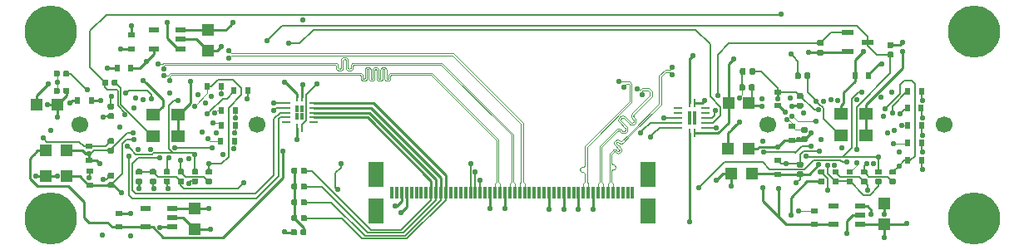
<source format=gbr>
G04 #@! TF.GenerationSoftware,KiCad,Pcbnew,5.0.2+dfsg1-1~bpo9+1*
G04 #@! TF.CreationDate,2019-09-26T17:33:24+02:00*
G04 #@! TF.ProjectId,OV9281,4f563932-3831-42e6-9b69-6361645f7063,rev?*
G04 #@! TF.SameCoordinates,Original*
G04 #@! TF.FileFunction,Copper,L1,Top*
G04 #@! TF.FilePolarity,Positive*
%FSLAX46Y46*%
G04 Gerber Fmt 4.6, Leading zero omitted, Abs format (unit mm)*
G04 Created by KiCad (PCBNEW 5.0.2+dfsg1-1~bpo9+1) date Thu 26 Sep 2019 05:33:24 PM CEST*
%MOMM*%
%LPD*%
G01*
G04 APERTURE LIST*
G04 #@! TA.AperFunction,ComponentPad*
%ADD10C,1.700000*%
G04 #@! TD*
G04 #@! TA.AperFunction,ComponentPad*
%ADD11C,5.300000*%
G04 #@! TD*
G04 #@! TA.AperFunction,SMDPad,CuDef*
%ADD12R,1.500000X2.500000*%
G04 #@! TD*
G04 #@! TA.AperFunction,SMDPad,CuDef*
%ADD13R,0.300000X1.200000*%
G04 #@! TD*
G04 #@! TA.AperFunction,Conductor*
%ADD14C,0.100000*%
G04 #@! TD*
G04 #@! TA.AperFunction,SMDPad,CuDef*
%ADD15C,0.590000*%
G04 #@! TD*
G04 #@! TA.AperFunction,SMDPad,CuDef*
%ADD16R,1.400000X1.200000*%
G04 #@! TD*
G04 #@! TA.AperFunction,SMDPad,CuDef*
%ADD17R,1.000000X0.550000*%
G04 #@! TD*
G04 #@! TA.AperFunction,SMDPad,CuDef*
%ADD18R,0.600000X0.800000*%
G04 #@! TD*
G04 #@! TA.AperFunction,SMDPad,CuDef*
%ADD19R,0.800000X0.600000*%
G04 #@! TD*
G04 #@! TA.AperFunction,SMDPad,CuDef*
%ADD20R,1.200000X1.200000*%
G04 #@! TD*
G04 #@! TA.AperFunction,SMDPad,CuDef*
%ADD21R,0.450000X0.700000*%
G04 #@! TD*
G04 #@! TA.AperFunction,SMDPad,CuDef*
%ADD22R,0.900000X0.240000*%
G04 #@! TD*
G04 #@! TA.AperFunction,SMDPad,CuDef*
%ADD23R,0.240000X0.900000*%
G04 #@! TD*
G04 #@! TA.AperFunction,SMDPad,CuDef*
%ADD24R,1.300000X0.600000*%
G04 #@! TD*
G04 #@! TA.AperFunction,ViaPad*
%ADD25C,0.550000*%
G04 #@! TD*
G04 #@! TA.AperFunction,Conductor*
%ADD26C,0.254000*%
G04 #@! TD*
G04 #@! TA.AperFunction,Conductor*
%ADD27C,0.150000*%
G04 #@! TD*
G04 #@! TA.AperFunction,Conductor*
%ADD28C,0.250000*%
G04 #@! TD*
G04 #@! TA.AperFunction,Conductor*
%ADD29C,0.200000*%
G04 #@! TD*
G04 APERTURE END LIST*
D10*
G04 #@! TO.P,REF\002A\002A,2*
G04 #@! TO.N,N/C*
X176000000Y-112500000D03*
G04 #@! TO.P,REF\002A\002A,1*
X194000000Y-112500000D03*
G04 #@! TD*
G04 #@! TO.P,REF\002A\002A,1*
G04 #@! TO.N,N/C*
X124000000Y-112500000D03*
G04 #@! TO.P,REF\002A\002A,2*
X106000000Y-112500000D03*
G04 #@! TD*
D11*
G04 #@! TO.P,MP1,~*
G04 #@! TO.N,N/C*
X103000000Y-122000000D03*
G04 #@! TD*
G04 #@! TO.P,MP2,~*
G04 #@! TO.N,N/C*
X197000000Y-103000000D03*
G04 #@! TD*
G04 #@! TO.P,MP3,~*
G04 #@! TO.N,N/C*
X103000000Y-103000000D03*
G04 #@! TD*
G04 #@! TO.P,MP4,~*
G04 #@! TO.N,N/C*
X197000000Y-122000000D03*
G04 #@! TD*
D12*
G04 #@! TO.P,J3,~*
G04 #@! TO.N,N/C*
X163850000Y-117550000D03*
X163850000Y-121250000D03*
X136150000Y-121250000D03*
X136150000Y-117550000D03*
D13*
G04 #@! TO.P,J3,50*
G04 #@! TO.N,Net-(J3-Pad50)*
X137750000Y-119400000D03*
G04 #@! TO.P,J3,49*
G04 #@! TO.N,Net-(J3-Pad49)*
X138250000Y-119400000D03*
G04 #@! TO.P,J3,48*
G04 #@! TO.N,+3V3*
X138750000Y-119400000D03*
G04 #@! TO.P,J3,47*
X139250000Y-119400000D03*
G04 #@! TO.P,J3,46*
G04 #@! TO.N,Net-(J3-Pad46)*
X139750000Y-119400000D03*
G04 #@! TO.P,J3,45*
G04 #@! TO.N,Net-(J3-Pad45)*
X140250000Y-119400000D03*
G04 #@! TO.P,J3,44*
G04 #@! TO.N,Net-(J3-Pad44)*
X140750000Y-119400000D03*
G04 #@! TO.P,J3,43*
G04 #@! TO.N,Net-(J3-Pad43)*
X141250000Y-119400000D03*
G04 #@! TO.P,J3,42*
G04 #@! TO.N,/M2_CAM_SCL*
X141750000Y-119400000D03*
G04 #@! TO.P,J3,41*
G04 #@! TO.N,/M2_CAM_SDA*
X142250000Y-119400000D03*
G04 #@! TO.P,J3,40*
G04 #@! TO.N,/M1_CAM_SCL*
X142750000Y-119400000D03*
G04 #@! TO.P,J3,39*
G04 #@! TO.N,/M1_CAM_SDA*
X143250000Y-119400000D03*
G04 #@! TO.P,J3,38*
G04 #@! TO.N,Net-(J3-Pad38)*
X143750000Y-119400000D03*
G04 #@! TO.P,J3,37*
G04 #@! TO.N,Net-(J3-Pad37)*
X144250000Y-119400000D03*
G04 #@! TO.P,J3,36*
G04 #@! TO.N,Net-(J3-Pad36)*
X144750000Y-119400000D03*
G04 #@! TO.P,J3,35*
G04 #@! TO.N,Net-(J3-Pad35)*
X145250000Y-119400000D03*
G04 #@! TO.P,J3,34*
G04 #@! TO.N,/M2_VSYNC*
X145750000Y-119400000D03*
G04 #@! TO.P,J3,33*
G04 #@! TO.N,/CAM_RST*
X146250000Y-119400000D03*
G04 #@! TO.P,J3,32*
G04 #@! TO.N,/M1_VSYNC*
X146750000Y-119400000D03*
G04 #@! TO.P,J3,31*
G04 #@! TO.N,Net-(J3-Pad31)*
X147250000Y-119400000D03*
G04 #@! TO.P,J3,30*
G04 #@! TO.N,GND*
X147750000Y-119400000D03*
G04 #@! TO.P,J3,29*
G04 #@! TO.N,/CAM_R_CLK_P*
X148250000Y-119400000D03*
G04 #@! TO.P,J3,28*
G04 #@! TO.N,/CAM_R_CLK_N*
X148750000Y-119400000D03*
G04 #@! TO.P,J3,27*
G04 #@! TO.N,GND*
X149250000Y-119400000D03*
G04 #@! TO.P,J3,26*
G04 #@! TO.N,/CAM_R_D0_P*
X149750000Y-119400000D03*
G04 #@! TO.P,J3,25*
G04 #@! TO.N,/CAM_R_D0_N*
X150250000Y-119400000D03*
G04 #@! TO.P,J3,24*
G04 #@! TO.N,/CAM_R_D1_P*
X150750000Y-119400000D03*
G04 #@! TO.P,J3,23*
G04 #@! TO.N,/CAM_R_D1_N*
X151250000Y-119400000D03*
G04 #@! TO.P,J3,22*
G04 #@! TO.N,Net-(J3-Pad22)*
X151750000Y-119400000D03*
G04 #@! TO.P,J3,21*
G04 #@! TO.N,Net-(J3-Pad21)*
X152250000Y-119400000D03*
G04 #@! TO.P,J3,20*
G04 #@! TO.N,Net-(J3-Pad20)*
X152750000Y-119400000D03*
G04 #@! TO.P,J3,19*
G04 #@! TO.N,Net-(J3-Pad19)*
X153250000Y-119400000D03*
G04 #@! TO.P,J3,18*
G04 #@! TO.N,GND*
X153750000Y-119400000D03*
G04 #@! TO.P,J3,17*
G04 #@! TO.N,Net-(J3-Pad17)*
X154250000Y-119400000D03*
G04 #@! TO.P,J3,16*
G04 #@! TO.N,Net-(J3-Pad16)*
X154750000Y-119400000D03*
G04 #@! TO.P,J3,15*
G04 #@! TO.N,GND*
X155250000Y-119400000D03*
G04 #@! TO.P,J3,14*
G04 #@! TO.N,Net-(J3-Pad14)*
X155750000Y-119400000D03*
G04 #@! TO.P,J3,13*
G04 #@! TO.N,Net-(J3-Pad13)*
X156250000Y-119400000D03*
G04 #@! TO.P,J3,12*
G04 #@! TO.N,GND*
X156750000Y-119400000D03*
G04 #@! TO.P,J3,11*
G04 #@! TO.N,/CAM_L_CLK_P*
X157250000Y-119400000D03*
G04 #@! TO.P,J3,10*
G04 #@! TO.N,/CAM_L_CLK_N*
X157750000Y-119400000D03*
G04 #@! TO.P,J3,9*
G04 #@! TO.N,GND*
X158250000Y-119400000D03*
G04 #@! TO.P,J3,8*
G04 #@! TO.N,/CAM_L_D0_P*
X158750000Y-119400000D03*
G04 #@! TO.P,J3,7*
G04 #@! TO.N,/CAM_L_D0_N*
X159250000Y-119400000D03*
G04 #@! TO.P,J3,6*
G04 #@! TO.N,/CAM_L_D1_P*
X159750000Y-119400000D03*
G04 #@! TO.P,J3,5*
G04 #@! TO.N,/CAM_L_D1_N*
X160250000Y-119400000D03*
G04 #@! TO.P,J3,4*
G04 #@! TO.N,Net-(J3-Pad4)*
X160750000Y-119400000D03*
G04 #@! TO.P,J3,3*
G04 #@! TO.N,Net-(J3-Pad3)*
X161250000Y-119400000D03*
G04 #@! TO.P,J3,2*
G04 #@! TO.N,Net-(J3-Pad2)*
X161750000Y-119400000D03*
G04 #@! TO.P,J3,1*
G04 #@! TO.N,Net-(J3-Pad1)*
X162250000Y-119400000D03*
G04 #@! TD*
D14*
G04 #@! TO.N,/M2_MCLK*
G04 #@! TO.C,R21*
G36*
X109699458Y-107866710D02*
X109713776Y-107868834D01*
X109727817Y-107872351D01*
X109741446Y-107877228D01*
X109754531Y-107883417D01*
X109766947Y-107890858D01*
X109778573Y-107899481D01*
X109789298Y-107909202D01*
X109799019Y-107919927D01*
X109807642Y-107931553D01*
X109815083Y-107943969D01*
X109821272Y-107957054D01*
X109826149Y-107970683D01*
X109829666Y-107984724D01*
X109831790Y-107999042D01*
X109832500Y-108013500D01*
X109832500Y-108358500D01*
X109831790Y-108372958D01*
X109829666Y-108387276D01*
X109826149Y-108401317D01*
X109821272Y-108414946D01*
X109815083Y-108428031D01*
X109807642Y-108440447D01*
X109799019Y-108452073D01*
X109789298Y-108462798D01*
X109778573Y-108472519D01*
X109766947Y-108481142D01*
X109754531Y-108488583D01*
X109741446Y-108494772D01*
X109727817Y-108499649D01*
X109713776Y-108503166D01*
X109699458Y-108505290D01*
X109685000Y-108506000D01*
X109390000Y-108506000D01*
X109375542Y-108505290D01*
X109361224Y-108503166D01*
X109347183Y-108499649D01*
X109333554Y-108494772D01*
X109320469Y-108488583D01*
X109308053Y-108481142D01*
X109296427Y-108472519D01*
X109285702Y-108462798D01*
X109275981Y-108452073D01*
X109267358Y-108440447D01*
X109259917Y-108428031D01*
X109253728Y-108414946D01*
X109248851Y-108401317D01*
X109245334Y-108387276D01*
X109243210Y-108372958D01*
X109242500Y-108358500D01*
X109242500Y-108013500D01*
X109243210Y-107999042D01*
X109245334Y-107984724D01*
X109248851Y-107970683D01*
X109253728Y-107957054D01*
X109259917Y-107943969D01*
X109267358Y-107931553D01*
X109275981Y-107919927D01*
X109285702Y-107909202D01*
X109296427Y-107899481D01*
X109308053Y-107890858D01*
X109320469Y-107883417D01*
X109333554Y-107877228D01*
X109347183Y-107872351D01*
X109361224Y-107868834D01*
X109375542Y-107866710D01*
X109390000Y-107866000D01*
X109685000Y-107866000D01*
X109699458Y-107866710D01*
X109699458Y-107866710D01*
G37*
D15*
G04 #@! TD*
G04 #@! TO.P,R21,2*
G04 #@! TO.N,/M2_MCLK*
X109537500Y-108186000D03*
D14*
G04 #@! TO.N,/M2_MCLK_M*
G04 #@! TO.C,R21*
G36*
X108729458Y-107866710D02*
X108743776Y-107868834D01*
X108757817Y-107872351D01*
X108771446Y-107877228D01*
X108784531Y-107883417D01*
X108796947Y-107890858D01*
X108808573Y-107899481D01*
X108819298Y-107909202D01*
X108829019Y-107919927D01*
X108837642Y-107931553D01*
X108845083Y-107943969D01*
X108851272Y-107957054D01*
X108856149Y-107970683D01*
X108859666Y-107984724D01*
X108861790Y-107999042D01*
X108862500Y-108013500D01*
X108862500Y-108358500D01*
X108861790Y-108372958D01*
X108859666Y-108387276D01*
X108856149Y-108401317D01*
X108851272Y-108414946D01*
X108845083Y-108428031D01*
X108837642Y-108440447D01*
X108829019Y-108452073D01*
X108819298Y-108462798D01*
X108808573Y-108472519D01*
X108796947Y-108481142D01*
X108784531Y-108488583D01*
X108771446Y-108494772D01*
X108757817Y-108499649D01*
X108743776Y-108503166D01*
X108729458Y-108505290D01*
X108715000Y-108506000D01*
X108420000Y-108506000D01*
X108405542Y-108505290D01*
X108391224Y-108503166D01*
X108377183Y-108499649D01*
X108363554Y-108494772D01*
X108350469Y-108488583D01*
X108338053Y-108481142D01*
X108326427Y-108472519D01*
X108315702Y-108462798D01*
X108305981Y-108452073D01*
X108297358Y-108440447D01*
X108289917Y-108428031D01*
X108283728Y-108414946D01*
X108278851Y-108401317D01*
X108275334Y-108387276D01*
X108273210Y-108372958D01*
X108272500Y-108358500D01*
X108272500Y-108013500D01*
X108273210Y-107999042D01*
X108275334Y-107984724D01*
X108278851Y-107970683D01*
X108283728Y-107957054D01*
X108289917Y-107943969D01*
X108297358Y-107931553D01*
X108305981Y-107919927D01*
X108315702Y-107909202D01*
X108326427Y-107899481D01*
X108338053Y-107890858D01*
X108350469Y-107883417D01*
X108363554Y-107877228D01*
X108377183Y-107872351D01*
X108391224Y-107868834D01*
X108405542Y-107866710D01*
X108420000Y-107866000D01*
X108715000Y-107866000D01*
X108729458Y-107866710D01*
X108729458Y-107866710D01*
G37*
D15*
G04 #@! TD*
G04 #@! TO.P,R21,1*
G04 #@! TO.N,/M2_MCLK_M*
X108567500Y-108186000D03*
D14*
G04 #@! TO.N,/M2_AGND*
G04 #@! TO.C,R14*
G36*
X113623358Y-117000710D02*
X113637676Y-117002834D01*
X113651717Y-117006351D01*
X113665346Y-117011228D01*
X113678431Y-117017417D01*
X113690847Y-117024858D01*
X113702473Y-117033481D01*
X113713198Y-117043202D01*
X113722919Y-117053927D01*
X113731542Y-117065553D01*
X113738983Y-117077969D01*
X113745172Y-117091054D01*
X113750049Y-117104683D01*
X113753566Y-117118724D01*
X113755690Y-117133042D01*
X113756400Y-117147500D01*
X113756400Y-117442500D01*
X113755690Y-117456958D01*
X113753566Y-117471276D01*
X113750049Y-117485317D01*
X113745172Y-117498946D01*
X113738983Y-117512031D01*
X113731542Y-117524447D01*
X113722919Y-117536073D01*
X113713198Y-117546798D01*
X113702473Y-117556519D01*
X113690847Y-117565142D01*
X113678431Y-117572583D01*
X113665346Y-117578772D01*
X113651717Y-117583649D01*
X113637676Y-117587166D01*
X113623358Y-117589290D01*
X113608900Y-117590000D01*
X113263900Y-117590000D01*
X113249442Y-117589290D01*
X113235124Y-117587166D01*
X113221083Y-117583649D01*
X113207454Y-117578772D01*
X113194369Y-117572583D01*
X113181953Y-117565142D01*
X113170327Y-117556519D01*
X113159602Y-117546798D01*
X113149881Y-117536073D01*
X113141258Y-117524447D01*
X113133817Y-117512031D01*
X113127628Y-117498946D01*
X113122751Y-117485317D01*
X113119234Y-117471276D01*
X113117110Y-117456958D01*
X113116400Y-117442500D01*
X113116400Y-117147500D01*
X113117110Y-117133042D01*
X113119234Y-117118724D01*
X113122751Y-117104683D01*
X113127628Y-117091054D01*
X113133817Y-117077969D01*
X113141258Y-117065553D01*
X113149881Y-117053927D01*
X113159602Y-117043202D01*
X113170327Y-117033481D01*
X113181953Y-117024858D01*
X113194369Y-117017417D01*
X113207454Y-117011228D01*
X113221083Y-117006351D01*
X113235124Y-117002834D01*
X113249442Y-117000710D01*
X113263900Y-117000000D01*
X113608900Y-117000000D01*
X113623358Y-117000710D01*
X113623358Y-117000710D01*
G37*
D15*
G04 #@! TD*
G04 #@! TO.P,R14,2*
G04 #@! TO.N,/M2_AGND*
X113436400Y-117295000D03*
D14*
G04 #@! TO.N,/M2_DGND*
G04 #@! TO.C,R14*
G36*
X113623358Y-117970710D02*
X113637676Y-117972834D01*
X113651717Y-117976351D01*
X113665346Y-117981228D01*
X113678431Y-117987417D01*
X113690847Y-117994858D01*
X113702473Y-118003481D01*
X113713198Y-118013202D01*
X113722919Y-118023927D01*
X113731542Y-118035553D01*
X113738983Y-118047969D01*
X113745172Y-118061054D01*
X113750049Y-118074683D01*
X113753566Y-118088724D01*
X113755690Y-118103042D01*
X113756400Y-118117500D01*
X113756400Y-118412500D01*
X113755690Y-118426958D01*
X113753566Y-118441276D01*
X113750049Y-118455317D01*
X113745172Y-118468946D01*
X113738983Y-118482031D01*
X113731542Y-118494447D01*
X113722919Y-118506073D01*
X113713198Y-118516798D01*
X113702473Y-118526519D01*
X113690847Y-118535142D01*
X113678431Y-118542583D01*
X113665346Y-118548772D01*
X113651717Y-118553649D01*
X113637676Y-118557166D01*
X113623358Y-118559290D01*
X113608900Y-118560000D01*
X113263900Y-118560000D01*
X113249442Y-118559290D01*
X113235124Y-118557166D01*
X113221083Y-118553649D01*
X113207454Y-118548772D01*
X113194369Y-118542583D01*
X113181953Y-118535142D01*
X113170327Y-118526519D01*
X113159602Y-118516798D01*
X113149881Y-118506073D01*
X113141258Y-118494447D01*
X113133817Y-118482031D01*
X113127628Y-118468946D01*
X113122751Y-118455317D01*
X113119234Y-118441276D01*
X113117110Y-118426958D01*
X113116400Y-118412500D01*
X113116400Y-118117500D01*
X113117110Y-118103042D01*
X113119234Y-118088724D01*
X113122751Y-118074683D01*
X113127628Y-118061054D01*
X113133817Y-118047969D01*
X113141258Y-118035553D01*
X113149881Y-118023927D01*
X113159602Y-118013202D01*
X113170327Y-118003481D01*
X113181953Y-117994858D01*
X113194369Y-117987417D01*
X113207454Y-117981228D01*
X113221083Y-117976351D01*
X113235124Y-117972834D01*
X113249442Y-117970710D01*
X113263900Y-117970000D01*
X113608900Y-117970000D01*
X113623358Y-117970710D01*
X113623358Y-117970710D01*
G37*
D15*
G04 #@! TD*
G04 #@! TO.P,R14,1*
G04 #@! TO.N,/M2_DGND*
X113436400Y-118265000D03*
D14*
G04 #@! TO.N,/M1_DOVDD*
G04 #@! TO.C,C16*
G36*
X187455682Y-117004710D02*
X187470000Y-117006834D01*
X187484041Y-117010351D01*
X187497670Y-117015228D01*
X187510755Y-117021417D01*
X187523171Y-117028858D01*
X187534797Y-117037481D01*
X187545522Y-117047202D01*
X187555243Y-117057927D01*
X187563866Y-117069553D01*
X187571307Y-117081969D01*
X187577496Y-117095054D01*
X187582373Y-117108683D01*
X187585890Y-117122724D01*
X187588014Y-117137042D01*
X187588724Y-117151500D01*
X187588724Y-117446500D01*
X187588014Y-117460958D01*
X187585890Y-117475276D01*
X187582373Y-117489317D01*
X187577496Y-117502946D01*
X187571307Y-117516031D01*
X187563866Y-117528447D01*
X187555243Y-117540073D01*
X187545522Y-117550798D01*
X187534797Y-117560519D01*
X187523171Y-117569142D01*
X187510755Y-117576583D01*
X187497670Y-117582772D01*
X187484041Y-117587649D01*
X187470000Y-117591166D01*
X187455682Y-117593290D01*
X187441224Y-117594000D01*
X187096224Y-117594000D01*
X187081766Y-117593290D01*
X187067448Y-117591166D01*
X187053407Y-117587649D01*
X187039778Y-117582772D01*
X187026693Y-117576583D01*
X187014277Y-117569142D01*
X187002651Y-117560519D01*
X186991926Y-117550798D01*
X186982205Y-117540073D01*
X186973582Y-117528447D01*
X186966141Y-117516031D01*
X186959952Y-117502946D01*
X186955075Y-117489317D01*
X186951558Y-117475276D01*
X186949434Y-117460958D01*
X186948724Y-117446500D01*
X186948724Y-117151500D01*
X186949434Y-117137042D01*
X186951558Y-117122724D01*
X186955075Y-117108683D01*
X186959952Y-117095054D01*
X186966141Y-117081969D01*
X186973582Y-117069553D01*
X186982205Y-117057927D01*
X186991926Y-117047202D01*
X187002651Y-117037481D01*
X187014277Y-117028858D01*
X187026693Y-117021417D01*
X187039778Y-117015228D01*
X187053407Y-117010351D01*
X187067448Y-117006834D01*
X187081766Y-117004710D01*
X187096224Y-117004000D01*
X187441224Y-117004000D01*
X187455682Y-117004710D01*
X187455682Y-117004710D01*
G37*
D15*
G04 #@! TD*
G04 #@! TO.P,C16,1*
G04 #@! TO.N,/M1_DOVDD*
X187268724Y-117299000D03*
D14*
G04 #@! TO.N,/M1_DGND*
G04 #@! TO.C,C16*
G36*
X187455682Y-117974710D02*
X187470000Y-117976834D01*
X187484041Y-117980351D01*
X187497670Y-117985228D01*
X187510755Y-117991417D01*
X187523171Y-117998858D01*
X187534797Y-118007481D01*
X187545522Y-118017202D01*
X187555243Y-118027927D01*
X187563866Y-118039553D01*
X187571307Y-118051969D01*
X187577496Y-118065054D01*
X187582373Y-118078683D01*
X187585890Y-118092724D01*
X187588014Y-118107042D01*
X187588724Y-118121500D01*
X187588724Y-118416500D01*
X187588014Y-118430958D01*
X187585890Y-118445276D01*
X187582373Y-118459317D01*
X187577496Y-118472946D01*
X187571307Y-118486031D01*
X187563866Y-118498447D01*
X187555243Y-118510073D01*
X187545522Y-118520798D01*
X187534797Y-118530519D01*
X187523171Y-118539142D01*
X187510755Y-118546583D01*
X187497670Y-118552772D01*
X187484041Y-118557649D01*
X187470000Y-118561166D01*
X187455682Y-118563290D01*
X187441224Y-118564000D01*
X187096224Y-118564000D01*
X187081766Y-118563290D01*
X187067448Y-118561166D01*
X187053407Y-118557649D01*
X187039778Y-118552772D01*
X187026693Y-118546583D01*
X187014277Y-118539142D01*
X187002651Y-118530519D01*
X186991926Y-118520798D01*
X186982205Y-118510073D01*
X186973582Y-118498447D01*
X186966141Y-118486031D01*
X186959952Y-118472946D01*
X186955075Y-118459317D01*
X186951558Y-118445276D01*
X186949434Y-118430958D01*
X186948724Y-118416500D01*
X186948724Y-118121500D01*
X186949434Y-118107042D01*
X186951558Y-118092724D01*
X186955075Y-118078683D01*
X186959952Y-118065054D01*
X186966141Y-118051969D01*
X186973582Y-118039553D01*
X186982205Y-118027927D01*
X186991926Y-118017202D01*
X187002651Y-118007481D01*
X187014277Y-117998858D01*
X187026693Y-117991417D01*
X187039778Y-117985228D01*
X187053407Y-117980351D01*
X187067448Y-117976834D01*
X187081766Y-117974710D01*
X187096224Y-117974000D01*
X187441224Y-117974000D01*
X187455682Y-117974710D01*
X187455682Y-117974710D01*
G37*
D15*
G04 #@! TD*
G04 #@! TO.P,C16,2*
G04 #@! TO.N,/M1_DGND*
X187268724Y-118269000D03*
D16*
G04 #@! TO.P,Y2,2*
G04 #@! TO.N,GND*
X113466664Y-111425700D03*
G04 #@! TO.P,Y2,3*
G04 #@! TO.N,/M2_MCLK*
X113466664Y-113625700D03*
G04 #@! TO.P,Y2,1*
G04 #@! TO.N,+1V8*
X116006664Y-111425700D03*
G04 #@! TO.P,Y2,4*
X116006664Y-113625700D03*
G04 #@! TD*
D17*
G04 #@! TO.P,IC2,5*
G04 #@! TO.N,+1V8*
X113517797Y-104740280D03*
G04 #@! TO.P,IC2,4*
G04 #@! TO.N,N/C*
X113517797Y-102840280D03*
G04 #@! TO.P,IC2,1*
G04 #@! TO.N,+3V3*
X116217797Y-104740280D03*
G04 #@! TO.P,IC2,2*
G04 #@! TO.N,GND*
X116217797Y-103790280D03*
G04 #@! TO.P,IC2,3*
G04 #@! TO.N,+3V3*
X116217797Y-102840280D03*
G04 #@! TD*
D18*
G04 #@! TO.P,C34,2*
G04 #@! TO.N,GND*
X109790000Y-106680000D03*
G04 #@! TO.P,C34,1*
G04 #@! TO.N,+1V8*
X111190000Y-106680000D03*
G04 #@! TD*
D14*
G04 #@! TO.N,/M1_DGND*
G04 #@! TO.C,C15*
G36*
X179480483Y-109270710D02*
X179494801Y-109272834D01*
X179508842Y-109276351D01*
X179522471Y-109281228D01*
X179535556Y-109287417D01*
X179547972Y-109294858D01*
X179559598Y-109303481D01*
X179570323Y-109313202D01*
X179580044Y-109323927D01*
X179588667Y-109335553D01*
X179596108Y-109347969D01*
X179602297Y-109361054D01*
X179607174Y-109374683D01*
X179610691Y-109388724D01*
X179612815Y-109403042D01*
X179613525Y-109417500D01*
X179613525Y-109712500D01*
X179612815Y-109726958D01*
X179610691Y-109741276D01*
X179607174Y-109755317D01*
X179602297Y-109768946D01*
X179596108Y-109782031D01*
X179588667Y-109794447D01*
X179580044Y-109806073D01*
X179570323Y-109816798D01*
X179559598Y-109826519D01*
X179547972Y-109835142D01*
X179535556Y-109842583D01*
X179522471Y-109848772D01*
X179508842Y-109853649D01*
X179494801Y-109857166D01*
X179480483Y-109859290D01*
X179466025Y-109860000D01*
X179121025Y-109860000D01*
X179106567Y-109859290D01*
X179092249Y-109857166D01*
X179078208Y-109853649D01*
X179064579Y-109848772D01*
X179051494Y-109842583D01*
X179039078Y-109835142D01*
X179027452Y-109826519D01*
X179016727Y-109816798D01*
X179007006Y-109806073D01*
X178998383Y-109794447D01*
X178990942Y-109782031D01*
X178984753Y-109768946D01*
X178979876Y-109755317D01*
X178976359Y-109741276D01*
X178974235Y-109726958D01*
X178973525Y-109712500D01*
X178973525Y-109417500D01*
X178974235Y-109403042D01*
X178976359Y-109388724D01*
X178979876Y-109374683D01*
X178984753Y-109361054D01*
X178990942Y-109347969D01*
X178998383Y-109335553D01*
X179007006Y-109323927D01*
X179016727Y-109313202D01*
X179027452Y-109303481D01*
X179039078Y-109294858D01*
X179051494Y-109287417D01*
X179064579Y-109281228D01*
X179078208Y-109276351D01*
X179092249Y-109272834D01*
X179106567Y-109270710D01*
X179121025Y-109270000D01*
X179466025Y-109270000D01*
X179480483Y-109270710D01*
X179480483Y-109270710D01*
G37*
D15*
G04 #@! TD*
G04 #@! TO.P,C15,2*
G04 #@! TO.N,/M1_DGND*
X179293525Y-109565000D03*
D14*
G04 #@! TO.N,/M1_DOVDD*
G04 #@! TO.C,C15*
G36*
X179480483Y-110240710D02*
X179494801Y-110242834D01*
X179508842Y-110246351D01*
X179522471Y-110251228D01*
X179535556Y-110257417D01*
X179547972Y-110264858D01*
X179559598Y-110273481D01*
X179570323Y-110283202D01*
X179580044Y-110293927D01*
X179588667Y-110305553D01*
X179596108Y-110317969D01*
X179602297Y-110331054D01*
X179607174Y-110344683D01*
X179610691Y-110358724D01*
X179612815Y-110373042D01*
X179613525Y-110387500D01*
X179613525Y-110682500D01*
X179612815Y-110696958D01*
X179610691Y-110711276D01*
X179607174Y-110725317D01*
X179602297Y-110738946D01*
X179596108Y-110752031D01*
X179588667Y-110764447D01*
X179580044Y-110776073D01*
X179570323Y-110786798D01*
X179559598Y-110796519D01*
X179547972Y-110805142D01*
X179535556Y-110812583D01*
X179522471Y-110818772D01*
X179508842Y-110823649D01*
X179494801Y-110827166D01*
X179480483Y-110829290D01*
X179466025Y-110830000D01*
X179121025Y-110830000D01*
X179106567Y-110829290D01*
X179092249Y-110827166D01*
X179078208Y-110823649D01*
X179064579Y-110818772D01*
X179051494Y-110812583D01*
X179039078Y-110805142D01*
X179027452Y-110796519D01*
X179016727Y-110786798D01*
X179007006Y-110776073D01*
X178998383Y-110764447D01*
X178990942Y-110752031D01*
X178984753Y-110738946D01*
X178979876Y-110725317D01*
X178976359Y-110711276D01*
X178974235Y-110696958D01*
X178973525Y-110682500D01*
X178973525Y-110387500D01*
X178974235Y-110373042D01*
X178976359Y-110358724D01*
X178979876Y-110344683D01*
X178984753Y-110331054D01*
X178990942Y-110317969D01*
X178998383Y-110305553D01*
X179007006Y-110293927D01*
X179016727Y-110283202D01*
X179027452Y-110273481D01*
X179039078Y-110264858D01*
X179051494Y-110257417D01*
X179064579Y-110251228D01*
X179078208Y-110246351D01*
X179092249Y-110242834D01*
X179106567Y-110240710D01*
X179121025Y-110240000D01*
X179466025Y-110240000D01*
X179480483Y-110240710D01*
X179480483Y-110240710D01*
G37*
D15*
G04 #@! TD*
G04 #@! TO.P,C15,1*
G04 #@! TO.N,/M1_DOVDD*
X179293525Y-110535000D03*
D14*
G04 #@! TO.N,/M1_DVDD*
G04 #@! TO.C,C14*
G36*
X179480483Y-117230448D02*
X179494801Y-117232572D01*
X179508842Y-117236089D01*
X179522471Y-117240966D01*
X179535556Y-117247155D01*
X179547972Y-117254596D01*
X179559598Y-117263219D01*
X179570323Y-117272940D01*
X179580044Y-117283665D01*
X179588667Y-117295291D01*
X179596108Y-117307707D01*
X179602297Y-117320792D01*
X179607174Y-117334421D01*
X179610691Y-117348462D01*
X179612815Y-117362780D01*
X179613525Y-117377238D01*
X179613525Y-117672238D01*
X179612815Y-117686696D01*
X179610691Y-117701014D01*
X179607174Y-117715055D01*
X179602297Y-117728684D01*
X179596108Y-117741769D01*
X179588667Y-117754185D01*
X179580044Y-117765811D01*
X179570323Y-117776536D01*
X179559598Y-117786257D01*
X179547972Y-117794880D01*
X179535556Y-117802321D01*
X179522471Y-117808510D01*
X179508842Y-117813387D01*
X179494801Y-117816904D01*
X179480483Y-117819028D01*
X179466025Y-117819738D01*
X179121025Y-117819738D01*
X179106567Y-117819028D01*
X179092249Y-117816904D01*
X179078208Y-117813387D01*
X179064579Y-117808510D01*
X179051494Y-117802321D01*
X179039078Y-117794880D01*
X179027452Y-117786257D01*
X179016727Y-117776536D01*
X179007006Y-117765811D01*
X178998383Y-117754185D01*
X178990942Y-117741769D01*
X178984753Y-117728684D01*
X178979876Y-117715055D01*
X178976359Y-117701014D01*
X178974235Y-117686696D01*
X178973525Y-117672238D01*
X178973525Y-117377238D01*
X178974235Y-117362780D01*
X178976359Y-117348462D01*
X178979876Y-117334421D01*
X178984753Y-117320792D01*
X178990942Y-117307707D01*
X178998383Y-117295291D01*
X179007006Y-117283665D01*
X179016727Y-117272940D01*
X179027452Y-117263219D01*
X179039078Y-117254596D01*
X179051494Y-117247155D01*
X179064579Y-117240966D01*
X179078208Y-117236089D01*
X179092249Y-117232572D01*
X179106567Y-117230448D01*
X179121025Y-117229738D01*
X179466025Y-117229738D01*
X179480483Y-117230448D01*
X179480483Y-117230448D01*
G37*
D15*
G04 #@! TD*
G04 #@! TO.P,C14,1*
G04 #@! TO.N,/M1_DVDD*
X179293525Y-117524738D03*
D14*
G04 #@! TO.N,/M1_DGND*
G04 #@! TO.C,C14*
G36*
X179480483Y-116260448D02*
X179494801Y-116262572D01*
X179508842Y-116266089D01*
X179522471Y-116270966D01*
X179535556Y-116277155D01*
X179547972Y-116284596D01*
X179559598Y-116293219D01*
X179570323Y-116302940D01*
X179580044Y-116313665D01*
X179588667Y-116325291D01*
X179596108Y-116337707D01*
X179602297Y-116350792D01*
X179607174Y-116364421D01*
X179610691Y-116378462D01*
X179612815Y-116392780D01*
X179613525Y-116407238D01*
X179613525Y-116702238D01*
X179612815Y-116716696D01*
X179610691Y-116731014D01*
X179607174Y-116745055D01*
X179602297Y-116758684D01*
X179596108Y-116771769D01*
X179588667Y-116784185D01*
X179580044Y-116795811D01*
X179570323Y-116806536D01*
X179559598Y-116816257D01*
X179547972Y-116824880D01*
X179535556Y-116832321D01*
X179522471Y-116838510D01*
X179508842Y-116843387D01*
X179494801Y-116846904D01*
X179480483Y-116849028D01*
X179466025Y-116849738D01*
X179121025Y-116849738D01*
X179106567Y-116849028D01*
X179092249Y-116846904D01*
X179078208Y-116843387D01*
X179064579Y-116838510D01*
X179051494Y-116832321D01*
X179039078Y-116824880D01*
X179027452Y-116816257D01*
X179016727Y-116806536D01*
X179007006Y-116795811D01*
X178998383Y-116784185D01*
X178990942Y-116771769D01*
X178984753Y-116758684D01*
X178979876Y-116745055D01*
X178976359Y-116731014D01*
X178974235Y-116716696D01*
X178973525Y-116702238D01*
X178973525Y-116407238D01*
X178974235Y-116392780D01*
X178976359Y-116378462D01*
X178979876Y-116364421D01*
X178984753Y-116350792D01*
X178990942Y-116337707D01*
X178998383Y-116325291D01*
X179007006Y-116313665D01*
X179016727Y-116302940D01*
X179027452Y-116293219D01*
X179039078Y-116284596D01*
X179051494Y-116277155D01*
X179064579Y-116270966D01*
X179078208Y-116266089D01*
X179092249Y-116262572D01*
X179106567Y-116260448D01*
X179121025Y-116259738D01*
X179466025Y-116259738D01*
X179480483Y-116260448D01*
X179480483Y-116260448D01*
G37*
D15*
G04 #@! TD*
G04 #@! TO.P,C14,2*
G04 #@! TO.N,/M1_DGND*
X179293525Y-116554738D03*
D14*
G04 #@! TO.N,/M2_DGND*
G04 #@! TO.C,C23*
G36*
X115045758Y-117970710D02*
X115060076Y-117972834D01*
X115074117Y-117976351D01*
X115087746Y-117981228D01*
X115100831Y-117987417D01*
X115113247Y-117994858D01*
X115124873Y-118003481D01*
X115135598Y-118013202D01*
X115145319Y-118023927D01*
X115153942Y-118035553D01*
X115161383Y-118047969D01*
X115167572Y-118061054D01*
X115172449Y-118074683D01*
X115175966Y-118088724D01*
X115178090Y-118103042D01*
X115178800Y-118117500D01*
X115178800Y-118412500D01*
X115178090Y-118426958D01*
X115175966Y-118441276D01*
X115172449Y-118455317D01*
X115167572Y-118468946D01*
X115161383Y-118482031D01*
X115153942Y-118494447D01*
X115145319Y-118506073D01*
X115135598Y-118516798D01*
X115124873Y-118526519D01*
X115113247Y-118535142D01*
X115100831Y-118542583D01*
X115087746Y-118548772D01*
X115074117Y-118553649D01*
X115060076Y-118557166D01*
X115045758Y-118559290D01*
X115031300Y-118560000D01*
X114686300Y-118560000D01*
X114671842Y-118559290D01*
X114657524Y-118557166D01*
X114643483Y-118553649D01*
X114629854Y-118548772D01*
X114616769Y-118542583D01*
X114604353Y-118535142D01*
X114592727Y-118526519D01*
X114582002Y-118516798D01*
X114572281Y-118506073D01*
X114563658Y-118494447D01*
X114556217Y-118482031D01*
X114550028Y-118468946D01*
X114545151Y-118455317D01*
X114541634Y-118441276D01*
X114539510Y-118426958D01*
X114538800Y-118412500D01*
X114538800Y-118117500D01*
X114539510Y-118103042D01*
X114541634Y-118088724D01*
X114545151Y-118074683D01*
X114550028Y-118061054D01*
X114556217Y-118047969D01*
X114563658Y-118035553D01*
X114572281Y-118023927D01*
X114582002Y-118013202D01*
X114592727Y-118003481D01*
X114604353Y-117994858D01*
X114616769Y-117987417D01*
X114629854Y-117981228D01*
X114643483Y-117976351D01*
X114657524Y-117972834D01*
X114671842Y-117970710D01*
X114686300Y-117970000D01*
X115031300Y-117970000D01*
X115045758Y-117970710D01*
X115045758Y-117970710D01*
G37*
D15*
G04 #@! TD*
G04 #@! TO.P,C23,2*
G04 #@! TO.N,/M2_DGND*
X114858800Y-118265000D03*
D14*
G04 #@! TO.N,/M2_DVDD*
G04 #@! TO.C,C23*
G36*
X115045758Y-117000710D02*
X115060076Y-117002834D01*
X115074117Y-117006351D01*
X115087746Y-117011228D01*
X115100831Y-117017417D01*
X115113247Y-117024858D01*
X115124873Y-117033481D01*
X115135598Y-117043202D01*
X115145319Y-117053927D01*
X115153942Y-117065553D01*
X115161383Y-117077969D01*
X115167572Y-117091054D01*
X115172449Y-117104683D01*
X115175966Y-117118724D01*
X115178090Y-117133042D01*
X115178800Y-117147500D01*
X115178800Y-117442500D01*
X115178090Y-117456958D01*
X115175966Y-117471276D01*
X115172449Y-117485317D01*
X115167572Y-117498946D01*
X115161383Y-117512031D01*
X115153942Y-117524447D01*
X115145319Y-117536073D01*
X115135598Y-117546798D01*
X115124873Y-117556519D01*
X115113247Y-117565142D01*
X115100831Y-117572583D01*
X115087746Y-117578772D01*
X115074117Y-117583649D01*
X115060076Y-117587166D01*
X115045758Y-117589290D01*
X115031300Y-117590000D01*
X114686300Y-117590000D01*
X114671842Y-117589290D01*
X114657524Y-117587166D01*
X114643483Y-117583649D01*
X114629854Y-117578772D01*
X114616769Y-117572583D01*
X114604353Y-117565142D01*
X114592727Y-117556519D01*
X114582002Y-117546798D01*
X114572281Y-117536073D01*
X114563658Y-117524447D01*
X114556217Y-117512031D01*
X114550028Y-117498946D01*
X114545151Y-117485317D01*
X114541634Y-117471276D01*
X114539510Y-117456958D01*
X114538800Y-117442500D01*
X114538800Y-117147500D01*
X114539510Y-117133042D01*
X114541634Y-117118724D01*
X114545151Y-117104683D01*
X114550028Y-117091054D01*
X114556217Y-117077969D01*
X114563658Y-117065553D01*
X114572281Y-117053927D01*
X114582002Y-117043202D01*
X114592727Y-117033481D01*
X114604353Y-117024858D01*
X114616769Y-117017417D01*
X114629854Y-117011228D01*
X114643483Y-117006351D01*
X114657524Y-117002834D01*
X114671842Y-117000710D01*
X114686300Y-117000000D01*
X115031300Y-117000000D01*
X115045758Y-117000710D01*
X115045758Y-117000710D01*
G37*
D15*
G04 #@! TD*
G04 #@! TO.P,C23,1*
G04 #@! TO.N,/M2_DVDD*
X114858800Y-117295000D03*
D14*
G04 #@! TO.N,/M1_AGND*
G04 #@! TO.C,C17*
G36*
X186002408Y-117974710D02*
X186016726Y-117976834D01*
X186030767Y-117980351D01*
X186044396Y-117985228D01*
X186057481Y-117991417D01*
X186069897Y-117998858D01*
X186081523Y-118007481D01*
X186092248Y-118017202D01*
X186101969Y-118027927D01*
X186110592Y-118039553D01*
X186118033Y-118051969D01*
X186124222Y-118065054D01*
X186129099Y-118078683D01*
X186132616Y-118092724D01*
X186134740Y-118107042D01*
X186135450Y-118121500D01*
X186135450Y-118416500D01*
X186134740Y-118430958D01*
X186132616Y-118445276D01*
X186129099Y-118459317D01*
X186124222Y-118472946D01*
X186118033Y-118486031D01*
X186110592Y-118498447D01*
X186101969Y-118510073D01*
X186092248Y-118520798D01*
X186081523Y-118530519D01*
X186069897Y-118539142D01*
X186057481Y-118546583D01*
X186044396Y-118552772D01*
X186030767Y-118557649D01*
X186016726Y-118561166D01*
X186002408Y-118563290D01*
X185987950Y-118564000D01*
X185642950Y-118564000D01*
X185628492Y-118563290D01*
X185614174Y-118561166D01*
X185600133Y-118557649D01*
X185586504Y-118552772D01*
X185573419Y-118546583D01*
X185561003Y-118539142D01*
X185549377Y-118530519D01*
X185538652Y-118520798D01*
X185528931Y-118510073D01*
X185520308Y-118498447D01*
X185512867Y-118486031D01*
X185506678Y-118472946D01*
X185501801Y-118459317D01*
X185498284Y-118445276D01*
X185496160Y-118430958D01*
X185495450Y-118416500D01*
X185495450Y-118121500D01*
X185496160Y-118107042D01*
X185498284Y-118092724D01*
X185501801Y-118078683D01*
X185506678Y-118065054D01*
X185512867Y-118051969D01*
X185520308Y-118039553D01*
X185528931Y-118027927D01*
X185538652Y-118017202D01*
X185549377Y-118007481D01*
X185561003Y-117998858D01*
X185573419Y-117991417D01*
X185586504Y-117985228D01*
X185600133Y-117980351D01*
X185614174Y-117976834D01*
X185628492Y-117974710D01*
X185642950Y-117974000D01*
X185987950Y-117974000D01*
X186002408Y-117974710D01*
X186002408Y-117974710D01*
G37*
D15*
G04 #@! TD*
G04 #@! TO.P,C17,2*
G04 #@! TO.N,/M1_AGND*
X185815450Y-118269000D03*
D14*
G04 #@! TO.N,/M1_PVDD*
G04 #@! TO.C,C17*
G36*
X186002408Y-117004710D02*
X186016726Y-117006834D01*
X186030767Y-117010351D01*
X186044396Y-117015228D01*
X186057481Y-117021417D01*
X186069897Y-117028858D01*
X186081523Y-117037481D01*
X186092248Y-117047202D01*
X186101969Y-117057927D01*
X186110592Y-117069553D01*
X186118033Y-117081969D01*
X186124222Y-117095054D01*
X186129099Y-117108683D01*
X186132616Y-117122724D01*
X186134740Y-117137042D01*
X186135450Y-117151500D01*
X186135450Y-117446500D01*
X186134740Y-117460958D01*
X186132616Y-117475276D01*
X186129099Y-117489317D01*
X186124222Y-117502946D01*
X186118033Y-117516031D01*
X186110592Y-117528447D01*
X186101969Y-117540073D01*
X186092248Y-117550798D01*
X186081523Y-117560519D01*
X186069897Y-117569142D01*
X186057481Y-117576583D01*
X186044396Y-117582772D01*
X186030767Y-117587649D01*
X186016726Y-117591166D01*
X186002408Y-117593290D01*
X185987950Y-117594000D01*
X185642950Y-117594000D01*
X185628492Y-117593290D01*
X185614174Y-117591166D01*
X185600133Y-117587649D01*
X185586504Y-117582772D01*
X185573419Y-117576583D01*
X185561003Y-117569142D01*
X185549377Y-117560519D01*
X185538652Y-117550798D01*
X185528931Y-117540073D01*
X185520308Y-117528447D01*
X185512867Y-117516031D01*
X185506678Y-117502946D01*
X185501801Y-117489317D01*
X185498284Y-117475276D01*
X185496160Y-117460958D01*
X185495450Y-117446500D01*
X185495450Y-117151500D01*
X185496160Y-117137042D01*
X185498284Y-117122724D01*
X185501801Y-117108683D01*
X185506678Y-117095054D01*
X185512867Y-117081969D01*
X185520308Y-117069553D01*
X185528931Y-117057927D01*
X185538652Y-117047202D01*
X185549377Y-117037481D01*
X185561003Y-117028858D01*
X185573419Y-117021417D01*
X185586504Y-117015228D01*
X185600133Y-117010351D01*
X185614174Y-117006834D01*
X185628492Y-117004710D01*
X185642950Y-117004000D01*
X185987950Y-117004000D01*
X186002408Y-117004710D01*
X186002408Y-117004710D01*
G37*
D15*
G04 #@! TD*
G04 #@! TO.P,C17,1*
G04 #@! TO.N,/M1_PVDD*
X185815450Y-117299000D03*
D14*
G04 #@! TO.N,/M2_DVDD*
G04 #@! TO.C,C29*
G36*
X109336958Y-118350710D02*
X109351276Y-118352834D01*
X109365317Y-118356351D01*
X109378946Y-118361228D01*
X109392031Y-118367417D01*
X109404447Y-118374858D01*
X109416073Y-118383481D01*
X109426798Y-118393202D01*
X109436519Y-118403927D01*
X109445142Y-118415553D01*
X109452583Y-118427969D01*
X109458772Y-118441054D01*
X109463649Y-118454683D01*
X109467166Y-118468724D01*
X109469290Y-118483042D01*
X109470000Y-118497500D01*
X109470000Y-118792500D01*
X109469290Y-118806958D01*
X109467166Y-118821276D01*
X109463649Y-118835317D01*
X109458772Y-118848946D01*
X109452583Y-118862031D01*
X109445142Y-118874447D01*
X109436519Y-118886073D01*
X109426798Y-118896798D01*
X109416073Y-118906519D01*
X109404447Y-118915142D01*
X109392031Y-118922583D01*
X109378946Y-118928772D01*
X109365317Y-118933649D01*
X109351276Y-118937166D01*
X109336958Y-118939290D01*
X109322500Y-118940000D01*
X108977500Y-118940000D01*
X108963042Y-118939290D01*
X108948724Y-118937166D01*
X108934683Y-118933649D01*
X108921054Y-118928772D01*
X108907969Y-118922583D01*
X108895553Y-118915142D01*
X108883927Y-118906519D01*
X108873202Y-118896798D01*
X108863481Y-118886073D01*
X108854858Y-118874447D01*
X108847417Y-118862031D01*
X108841228Y-118848946D01*
X108836351Y-118835317D01*
X108832834Y-118821276D01*
X108830710Y-118806958D01*
X108830000Y-118792500D01*
X108830000Y-118497500D01*
X108830710Y-118483042D01*
X108832834Y-118468724D01*
X108836351Y-118454683D01*
X108841228Y-118441054D01*
X108847417Y-118427969D01*
X108854858Y-118415553D01*
X108863481Y-118403927D01*
X108873202Y-118393202D01*
X108883927Y-118383481D01*
X108895553Y-118374858D01*
X108907969Y-118367417D01*
X108921054Y-118361228D01*
X108934683Y-118356351D01*
X108948724Y-118352834D01*
X108963042Y-118350710D01*
X108977500Y-118350000D01*
X109322500Y-118350000D01*
X109336958Y-118350710D01*
X109336958Y-118350710D01*
G37*
D15*
G04 #@! TD*
G04 #@! TO.P,C29,1*
G04 #@! TO.N,/M2_DVDD*
X109150000Y-118645000D03*
D14*
G04 #@! TO.N,/M2_DGND*
G04 #@! TO.C,C29*
G36*
X109336958Y-117380710D02*
X109351276Y-117382834D01*
X109365317Y-117386351D01*
X109378946Y-117391228D01*
X109392031Y-117397417D01*
X109404447Y-117404858D01*
X109416073Y-117413481D01*
X109426798Y-117423202D01*
X109436519Y-117433927D01*
X109445142Y-117445553D01*
X109452583Y-117457969D01*
X109458772Y-117471054D01*
X109463649Y-117484683D01*
X109467166Y-117498724D01*
X109469290Y-117513042D01*
X109470000Y-117527500D01*
X109470000Y-117822500D01*
X109469290Y-117836958D01*
X109467166Y-117851276D01*
X109463649Y-117865317D01*
X109458772Y-117878946D01*
X109452583Y-117892031D01*
X109445142Y-117904447D01*
X109436519Y-117916073D01*
X109426798Y-117926798D01*
X109416073Y-117936519D01*
X109404447Y-117945142D01*
X109392031Y-117952583D01*
X109378946Y-117958772D01*
X109365317Y-117963649D01*
X109351276Y-117967166D01*
X109336958Y-117969290D01*
X109322500Y-117970000D01*
X108977500Y-117970000D01*
X108963042Y-117969290D01*
X108948724Y-117967166D01*
X108934683Y-117963649D01*
X108921054Y-117958772D01*
X108907969Y-117952583D01*
X108895553Y-117945142D01*
X108883927Y-117936519D01*
X108873202Y-117926798D01*
X108863481Y-117916073D01*
X108854858Y-117904447D01*
X108847417Y-117892031D01*
X108841228Y-117878946D01*
X108836351Y-117865317D01*
X108832834Y-117851276D01*
X108830710Y-117836958D01*
X108830000Y-117822500D01*
X108830000Y-117527500D01*
X108830710Y-117513042D01*
X108832834Y-117498724D01*
X108836351Y-117484683D01*
X108841228Y-117471054D01*
X108847417Y-117457969D01*
X108854858Y-117445553D01*
X108863481Y-117433927D01*
X108873202Y-117423202D01*
X108883927Y-117413481D01*
X108895553Y-117404858D01*
X108907969Y-117397417D01*
X108921054Y-117391228D01*
X108934683Y-117386351D01*
X108948724Y-117382834D01*
X108963042Y-117380710D01*
X108977500Y-117380000D01*
X109322500Y-117380000D01*
X109336958Y-117380710D01*
X109336958Y-117380710D01*
G37*
D15*
G04 #@! TD*
G04 #@! TO.P,C29,2*
G04 #@! TO.N,/M2_DGND*
X109150000Y-117675000D03*
D14*
G04 #@! TO.N,/M2_DGND*
G04 #@! TO.C,C30*
G36*
X109336958Y-110350710D02*
X109351276Y-110352834D01*
X109365317Y-110356351D01*
X109378946Y-110361228D01*
X109392031Y-110367417D01*
X109404447Y-110374858D01*
X109416073Y-110383481D01*
X109426798Y-110393202D01*
X109436519Y-110403927D01*
X109445142Y-110415553D01*
X109452583Y-110427969D01*
X109458772Y-110441054D01*
X109463649Y-110454683D01*
X109467166Y-110468724D01*
X109469290Y-110483042D01*
X109470000Y-110497500D01*
X109470000Y-110792500D01*
X109469290Y-110806958D01*
X109467166Y-110821276D01*
X109463649Y-110835317D01*
X109458772Y-110848946D01*
X109452583Y-110862031D01*
X109445142Y-110874447D01*
X109436519Y-110886073D01*
X109426798Y-110896798D01*
X109416073Y-110906519D01*
X109404447Y-110915142D01*
X109392031Y-110922583D01*
X109378946Y-110928772D01*
X109365317Y-110933649D01*
X109351276Y-110937166D01*
X109336958Y-110939290D01*
X109322500Y-110940000D01*
X108977500Y-110940000D01*
X108963042Y-110939290D01*
X108948724Y-110937166D01*
X108934683Y-110933649D01*
X108921054Y-110928772D01*
X108907969Y-110922583D01*
X108895553Y-110915142D01*
X108883927Y-110906519D01*
X108873202Y-110896798D01*
X108863481Y-110886073D01*
X108854858Y-110874447D01*
X108847417Y-110862031D01*
X108841228Y-110848946D01*
X108836351Y-110835317D01*
X108832834Y-110821276D01*
X108830710Y-110806958D01*
X108830000Y-110792500D01*
X108830000Y-110497500D01*
X108830710Y-110483042D01*
X108832834Y-110468724D01*
X108836351Y-110454683D01*
X108841228Y-110441054D01*
X108847417Y-110427969D01*
X108854858Y-110415553D01*
X108863481Y-110403927D01*
X108873202Y-110393202D01*
X108883927Y-110383481D01*
X108895553Y-110374858D01*
X108907969Y-110367417D01*
X108921054Y-110361228D01*
X108934683Y-110356351D01*
X108948724Y-110352834D01*
X108963042Y-110350710D01*
X108977500Y-110350000D01*
X109322500Y-110350000D01*
X109336958Y-110350710D01*
X109336958Y-110350710D01*
G37*
D15*
G04 #@! TD*
G04 #@! TO.P,C30,2*
G04 #@! TO.N,/M2_DGND*
X109150000Y-110645000D03*
D14*
G04 #@! TO.N,/M2_DOVDD*
G04 #@! TO.C,C30*
G36*
X109336958Y-111320710D02*
X109351276Y-111322834D01*
X109365317Y-111326351D01*
X109378946Y-111331228D01*
X109392031Y-111337417D01*
X109404447Y-111344858D01*
X109416073Y-111353481D01*
X109426798Y-111363202D01*
X109436519Y-111373927D01*
X109445142Y-111385553D01*
X109452583Y-111397969D01*
X109458772Y-111411054D01*
X109463649Y-111424683D01*
X109467166Y-111438724D01*
X109469290Y-111453042D01*
X109470000Y-111467500D01*
X109470000Y-111762500D01*
X109469290Y-111776958D01*
X109467166Y-111791276D01*
X109463649Y-111805317D01*
X109458772Y-111818946D01*
X109452583Y-111832031D01*
X109445142Y-111844447D01*
X109436519Y-111856073D01*
X109426798Y-111866798D01*
X109416073Y-111876519D01*
X109404447Y-111885142D01*
X109392031Y-111892583D01*
X109378946Y-111898772D01*
X109365317Y-111903649D01*
X109351276Y-111907166D01*
X109336958Y-111909290D01*
X109322500Y-111910000D01*
X108977500Y-111910000D01*
X108963042Y-111909290D01*
X108948724Y-111907166D01*
X108934683Y-111903649D01*
X108921054Y-111898772D01*
X108907969Y-111892583D01*
X108895553Y-111885142D01*
X108883927Y-111876519D01*
X108873202Y-111866798D01*
X108863481Y-111856073D01*
X108854858Y-111844447D01*
X108847417Y-111832031D01*
X108841228Y-111818946D01*
X108836351Y-111805317D01*
X108832834Y-111791276D01*
X108830710Y-111776958D01*
X108830000Y-111762500D01*
X108830000Y-111467500D01*
X108830710Y-111453042D01*
X108832834Y-111438724D01*
X108836351Y-111424683D01*
X108841228Y-111411054D01*
X108847417Y-111397969D01*
X108854858Y-111385553D01*
X108863481Y-111373927D01*
X108873202Y-111363202D01*
X108883927Y-111353481D01*
X108895553Y-111344858D01*
X108907969Y-111337417D01*
X108921054Y-111331228D01*
X108934683Y-111326351D01*
X108948724Y-111322834D01*
X108963042Y-111320710D01*
X108977500Y-111320000D01*
X109322500Y-111320000D01*
X109336958Y-111320710D01*
X109336958Y-111320710D01*
G37*
D15*
G04 #@! TD*
G04 #@! TO.P,C30,1*
G04 #@! TO.N,/M2_DOVDD*
X109150000Y-111615000D03*
D14*
G04 #@! TO.N,/M1_AVDD*
G04 #@! TO.C,C20*
G36*
X179911958Y-113690710D02*
X179926276Y-113692834D01*
X179940317Y-113696351D01*
X179953946Y-113701228D01*
X179967031Y-113707417D01*
X179979447Y-113714858D01*
X179991073Y-113723481D01*
X180001798Y-113733202D01*
X180011519Y-113743927D01*
X180020142Y-113755553D01*
X180027583Y-113767969D01*
X180033772Y-113781054D01*
X180038649Y-113794683D01*
X180042166Y-113808724D01*
X180044290Y-113823042D01*
X180045000Y-113837500D01*
X180045000Y-114132500D01*
X180044290Y-114146958D01*
X180042166Y-114161276D01*
X180038649Y-114175317D01*
X180033772Y-114188946D01*
X180027583Y-114202031D01*
X180020142Y-114214447D01*
X180011519Y-114226073D01*
X180001798Y-114236798D01*
X179991073Y-114246519D01*
X179979447Y-114255142D01*
X179967031Y-114262583D01*
X179953946Y-114268772D01*
X179940317Y-114273649D01*
X179926276Y-114277166D01*
X179911958Y-114279290D01*
X179897500Y-114280000D01*
X179552500Y-114280000D01*
X179538042Y-114279290D01*
X179523724Y-114277166D01*
X179509683Y-114273649D01*
X179496054Y-114268772D01*
X179482969Y-114262583D01*
X179470553Y-114255142D01*
X179458927Y-114246519D01*
X179448202Y-114236798D01*
X179438481Y-114226073D01*
X179429858Y-114214447D01*
X179422417Y-114202031D01*
X179416228Y-114188946D01*
X179411351Y-114175317D01*
X179407834Y-114161276D01*
X179405710Y-114146958D01*
X179405000Y-114132500D01*
X179405000Y-113837500D01*
X179405710Y-113823042D01*
X179407834Y-113808724D01*
X179411351Y-113794683D01*
X179416228Y-113781054D01*
X179422417Y-113767969D01*
X179429858Y-113755553D01*
X179438481Y-113743927D01*
X179448202Y-113733202D01*
X179458927Y-113723481D01*
X179470553Y-113714858D01*
X179482969Y-113707417D01*
X179496054Y-113701228D01*
X179509683Y-113696351D01*
X179523724Y-113692834D01*
X179538042Y-113690710D01*
X179552500Y-113690000D01*
X179897500Y-113690000D01*
X179911958Y-113690710D01*
X179911958Y-113690710D01*
G37*
D15*
G04 #@! TD*
G04 #@! TO.P,C20,1*
G04 #@! TO.N,/M1_AVDD*
X179725000Y-113985000D03*
D14*
G04 #@! TO.N,/M1_AGND*
G04 #@! TO.C,C20*
G36*
X179911958Y-112720710D02*
X179926276Y-112722834D01*
X179940317Y-112726351D01*
X179953946Y-112731228D01*
X179967031Y-112737417D01*
X179979447Y-112744858D01*
X179991073Y-112753481D01*
X180001798Y-112763202D01*
X180011519Y-112773927D01*
X180020142Y-112785553D01*
X180027583Y-112797969D01*
X180033772Y-112811054D01*
X180038649Y-112824683D01*
X180042166Y-112838724D01*
X180044290Y-112853042D01*
X180045000Y-112867500D01*
X180045000Y-113162500D01*
X180044290Y-113176958D01*
X180042166Y-113191276D01*
X180038649Y-113205317D01*
X180033772Y-113218946D01*
X180027583Y-113232031D01*
X180020142Y-113244447D01*
X180011519Y-113256073D01*
X180001798Y-113266798D01*
X179991073Y-113276519D01*
X179979447Y-113285142D01*
X179967031Y-113292583D01*
X179953946Y-113298772D01*
X179940317Y-113303649D01*
X179926276Y-113307166D01*
X179911958Y-113309290D01*
X179897500Y-113310000D01*
X179552500Y-113310000D01*
X179538042Y-113309290D01*
X179523724Y-113307166D01*
X179509683Y-113303649D01*
X179496054Y-113298772D01*
X179482969Y-113292583D01*
X179470553Y-113285142D01*
X179458927Y-113276519D01*
X179448202Y-113266798D01*
X179438481Y-113256073D01*
X179429858Y-113244447D01*
X179422417Y-113232031D01*
X179416228Y-113218946D01*
X179411351Y-113205317D01*
X179407834Y-113191276D01*
X179405710Y-113176958D01*
X179405000Y-113162500D01*
X179405000Y-112867500D01*
X179405710Y-112853042D01*
X179407834Y-112838724D01*
X179411351Y-112824683D01*
X179416228Y-112811054D01*
X179422417Y-112797969D01*
X179429858Y-112785553D01*
X179438481Y-112773927D01*
X179448202Y-112763202D01*
X179458927Y-112753481D01*
X179470553Y-112744858D01*
X179482969Y-112737417D01*
X179496054Y-112731228D01*
X179509683Y-112726351D01*
X179523724Y-112722834D01*
X179538042Y-112720710D01*
X179552500Y-112720000D01*
X179897500Y-112720000D01*
X179911958Y-112720710D01*
X179911958Y-112720710D01*
G37*
D15*
G04 #@! TD*
G04 #@! TO.P,C20,2*
G04 #@! TO.N,/M1_AGND*
X179725000Y-113015000D03*
D14*
G04 #@! TO.N,/M2_DGND*
G04 #@! TO.C,C31*
G36*
X117890558Y-117970710D02*
X117904876Y-117972834D01*
X117918917Y-117976351D01*
X117932546Y-117981228D01*
X117945631Y-117987417D01*
X117958047Y-117994858D01*
X117969673Y-118003481D01*
X117980398Y-118013202D01*
X117990119Y-118023927D01*
X117998742Y-118035553D01*
X118006183Y-118047969D01*
X118012372Y-118061054D01*
X118017249Y-118074683D01*
X118020766Y-118088724D01*
X118022890Y-118103042D01*
X118023600Y-118117500D01*
X118023600Y-118412500D01*
X118022890Y-118426958D01*
X118020766Y-118441276D01*
X118017249Y-118455317D01*
X118012372Y-118468946D01*
X118006183Y-118482031D01*
X117998742Y-118494447D01*
X117990119Y-118506073D01*
X117980398Y-118516798D01*
X117969673Y-118526519D01*
X117958047Y-118535142D01*
X117945631Y-118542583D01*
X117932546Y-118548772D01*
X117918917Y-118553649D01*
X117904876Y-118557166D01*
X117890558Y-118559290D01*
X117876100Y-118560000D01*
X117531100Y-118560000D01*
X117516642Y-118559290D01*
X117502324Y-118557166D01*
X117488283Y-118553649D01*
X117474654Y-118548772D01*
X117461569Y-118542583D01*
X117449153Y-118535142D01*
X117437527Y-118526519D01*
X117426802Y-118516798D01*
X117417081Y-118506073D01*
X117408458Y-118494447D01*
X117401017Y-118482031D01*
X117394828Y-118468946D01*
X117389951Y-118455317D01*
X117386434Y-118441276D01*
X117384310Y-118426958D01*
X117383600Y-118412500D01*
X117383600Y-118117500D01*
X117384310Y-118103042D01*
X117386434Y-118088724D01*
X117389951Y-118074683D01*
X117394828Y-118061054D01*
X117401017Y-118047969D01*
X117408458Y-118035553D01*
X117417081Y-118023927D01*
X117426802Y-118013202D01*
X117437527Y-118003481D01*
X117449153Y-117994858D01*
X117461569Y-117987417D01*
X117474654Y-117981228D01*
X117488283Y-117976351D01*
X117502324Y-117972834D01*
X117516642Y-117970710D01*
X117531100Y-117970000D01*
X117876100Y-117970000D01*
X117890558Y-117970710D01*
X117890558Y-117970710D01*
G37*
D15*
G04 #@! TD*
G04 #@! TO.P,C31,2*
G04 #@! TO.N,/M2_DGND*
X117703600Y-118265000D03*
D14*
G04 #@! TO.N,/M2_DOVDD*
G04 #@! TO.C,C31*
G36*
X117890558Y-117000710D02*
X117904876Y-117002834D01*
X117918917Y-117006351D01*
X117932546Y-117011228D01*
X117945631Y-117017417D01*
X117958047Y-117024858D01*
X117969673Y-117033481D01*
X117980398Y-117043202D01*
X117990119Y-117053927D01*
X117998742Y-117065553D01*
X118006183Y-117077969D01*
X118012372Y-117091054D01*
X118017249Y-117104683D01*
X118020766Y-117118724D01*
X118022890Y-117133042D01*
X118023600Y-117147500D01*
X118023600Y-117442500D01*
X118022890Y-117456958D01*
X118020766Y-117471276D01*
X118017249Y-117485317D01*
X118012372Y-117498946D01*
X118006183Y-117512031D01*
X117998742Y-117524447D01*
X117990119Y-117536073D01*
X117980398Y-117546798D01*
X117969673Y-117556519D01*
X117958047Y-117565142D01*
X117945631Y-117572583D01*
X117932546Y-117578772D01*
X117918917Y-117583649D01*
X117904876Y-117587166D01*
X117890558Y-117589290D01*
X117876100Y-117590000D01*
X117531100Y-117590000D01*
X117516642Y-117589290D01*
X117502324Y-117587166D01*
X117488283Y-117583649D01*
X117474654Y-117578772D01*
X117461569Y-117572583D01*
X117449153Y-117565142D01*
X117437527Y-117556519D01*
X117426802Y-117546798D01*
X117417081Y-117536073D01*
X117408458Y-117524447D01*
X117401017Y-117512031D01*
X117394828Y-117498946D01*
X117389951Y-117485317D01*
X117386434Y-117471276D01*
X117384310Y-117456958D01*
X117383600Y-117442500D01*
X117383600Y-117147500D01*
X117384310Y-117133042D01*
X117386434Y-117118724D01*
X117389951Y-117104683D01*
X117394828Y-117091054D01*
X117401017Y-117077969D01*
X117408458Y-117065553D01*
X117417081Y-117053927D01*
X117426802Y-117043202D01*
X117437527Y-117033481D01*
X117449153Y-117024858D01*
X117461569Y-117017417D01*
X117474654Y-117011228D01*
X117488283Y-117006351D01*
X117502324Y-117002834D01*
X117516642Y-117000710D01*
X117531100Y-117000000D01*
X117876100Y-117000000D01*
X117890558Y-117000710D01*
X117890558Y-117000710D01*
G37*
D15*
G04 #@! TD*
G04 #@! TO.P,C31,1*
G04 #@! TO.N,/M2_DOVDD*
X117703600Y-117295000D03*
D14*
G04 #@! TO.N,/M2_PVDD*
G04 #@! TO.C,C32*
G36*
X116468158Y-117000710D02*
X116482476Y-117002834D01*
X116496517Y-117006351D01*
X116510146Y-117011228D01*
X116523231Y-117017417D01*
X116535647Y-117024858D01*
X116547273Y-117033481D01*
X116557998Y-117043202D01*
X116567719Y-117053927D01*
X116576342Y-117065553D01*
X116583783Y-117077969D01*
X116589972Y-117091054D01*
X116594849Y-117104683D01*
X116598366Y-117118724D01*
X116600490Y-117133042D01*
X116601200Y-117147500D01*
X116601200Y-117442500D01*
X116600490Y-117456958D01*
X116598366Y-117471276D01*
X116594849Y-117485317D01*
X116589972Y-117498946D01*
X116583783Y-117512031D01*
X116576342Y-117524447D01*
X116567719Y-117536073D01*
X116557998Y-117546798D01*
X116547273Y-117556519D01*
X116535647Y-117565142D01*
X116523231Y-117572583D01*
X116510146Y-117578772D01*
X116496517Y-117583649D01*
X116482476Y-117587166D01*
X116468158Y-117589290D01*
X116453700Y-117590000D01*
X116108700Y-117590000D01*
X116094242Y-117589290D01*
X116079924Y-117587166D01*
X116065883Y-117583649D01*
X116052254Y-117578772D01*
X116039169Y-117572583D01*
X116026753Y-117565142D01*
X116015127Y-117556519D01*
X116004402Y-117546798D01*
X115994681Y-117536073D01*
X115986058Y-117524447D01*
X115978617Y-117512031D01*
X115972428Y-117498946D01*
X115967551Y-117485317D01*
X115964034Y-117471276D01*
X115961910Y-117456958D01*
X115961200Y-117442500D01*
X115961200Y-117147500D01*
X115961910Y-117133042D01*
X115964034Y-117118724D01*
X115967551Y-117104683D01*
X115972428Y-117091054D01*
X115978617Y-117077969D01*
X115986058Y-117065553D01*
X115994681Y-117053927D01*
X116004402Y-117043202D01*
X116015127Y-117033481D01*
X116026753Y-117024858D01*
X116039169Y-117017417D01*
X116052254Y-117011228D01*
X116065883Y-117006351D01*
X116079924Y-117002834D01*
X116094242Y-117000710D01*
X116108700Y-117000000D01*
X116453700Y-117000000D01*
X116468158Y-117000710D01*
X116468158Y-117000710D01*
G37*
D15*
G04 #@! TD*
G04 #@! TO.P,C32,1*
G04 #@! TO.N,/M2_PVDD*
X116281200Y-117295000D03*
D14*
G04 #@! TO.N,/M2_AGND*
G04 #@! TO.C,C32*
G36*
X116468158Y-117970710D02*
X116482476Y-117972834D01*
X116496517Y-117976351D01*
X116510146Y-117981228D01*
X116523231Y-117987417D01*
X116535647Y-117994858D01*
X116547273Y-118003481D01*
X116557998Y-118013202D01*
X116567719Y-118023927D01*
X116576342Y-118035553D01*
X116583783Y-118047969D01*
X116589972Y-118061054D01*
X116594849Y-118074683D01*
X116598366Y-118088724D01*
X116600490Y-118103042D01*
X116601200Y-118117500D01*
X116601200Y-118412500D01*
X116600490Y-118426958D01*
X116598366Y-118441276D01*
X116594849Y-118455317D01*
X116589972Y-118468946D01*
X116583783Y-118482031D01*
X116576342Y-118494447D01*
X116567719Y-118506073D01*
X116557998Y-118516798D01*
X116547273Y-118526519D01*
X116535647Y-118535142D01*
X116523231Y-118542583D01*
X116510146Y-118548772D01*
X116496517Y-118553649D01*
X116482476Y-118557166D01*
X116468158Y-118559290D01*
X116453700Y-118560000D01*
X116108700Y-118560000D01*
X116094242Y-118559290D01*
X116079924Y-118557166D01*
X116065883Y-118553649D01*
X116052254Y-118548772D01*
X116039169Y-118542583D01*
X116026753Y-118535142D01*
X116015127Y-118526519D01*
X116004402Y-118516798D01*
X115994681Y-118506073D01*
X115986058Y-118494447D01*
X115978617Y-118482031D01*
X115972428Y-118468946D01*
X115967551Y-118455317D01*
X115964034Y-118441276D01*
X115961910Y-118426958D01*
X115961200Y-118412500D01*
X115961200Y-118117500D01*
X115961910Y-118103042D01*
X115964034Y-118088724D01*
X115967551Y-118074683D01*
X115972428Y-118061054D01*
X115978617Y-118047969D01*
X115986058Y-118035553D01*
X115994681Y-118023927D01*
X116004402Y-118013202D01*
X116015127Y-118003481D01*
X116026753Y-117994858D01*
X116039169Y-117987417D01*
X116052254Y-117981228D01*
X116065883Y-117976351D01*
X116079924Y-117972834D01*
X116094242Y-117970710D01*
X116108700Y-117970000D01*
X116453700Y-117970000D01*
X116468158Y-117970710D01*
X116468158Y-117970710D01*
G37*
D15*
G04 #@! TD*
G04 #@! TO.P,C32,2*
G04 #@! TO.N,/M2_AGND*
X116281200Y-118265000D03*
D14*
G04 #@! TO.N,/M1_DGND*
G04 #@! TO.C,C9*
G36*
X184549134Y-117974710D02*
X184563452Y-117976834D01*
X184577493Y-117980351D01*
X184591122Y-117985228D01*
X184604207Y-117991417D01*
X184616623Y-117998858D01*
X184628249Y-118007481D01*
X184638974Y-118017202D01*
X184648695Y-118027927D01*
X184657318Y-118039553D01*
X184664759Y-118051969D01*
X184670948Y-118065054D01*
X184675825Y-118078683D01*
X184679342Y-118092724D01*
X184681466Y-118107042D01*
X184682176Y-118121500D01*
X184682176Y-118416500D01*
X184681466Y-118430958D01*
X184679342Y-118445276D01*
X184675825Y-118459317D01*
X184670948Y-118472946D01*
X184664759Y-118486031D01*
X184657318Y-118498447D01*
X184648695Y-118510073D01*
X184638974Y-118520798D01*
X184628249Y-118530519D01*
X184616623Y-118539142D01*
X184604207Y-118546583D01*
X184591122Y-118552772D01*
X184577493Y-118557649D01*
X184563452Y-118561166D01*
X184549134Y-118563290D01*
X184534676Y-118564000D01*
X184189676Y-118564000D01*
X184175218Y-118563290D01*
X184160900Y-118561166D01*
X184146859Y-118557649D01*
X184133230Y-118552772D01*
X184120145Y-118546583D01*
X184107729Y-118539142D01*
X184096103Y-118530519D01*
X184085378Y-118520798D01*
X184075657Y-118510073D01*
X184067034Y-118498447D01*
X184059593Y-118486031D01*
X184053404Y-118472946D01*
X184048527Y-118459317D01*
X184045010Y-118445276D01*
X184042886Y-118430958D01*
X184042176Y-118416500D01*
X184042176Y-118121500D01*
X184042886Y-118107042D01*
X184045010Y-118092724D01*
X184048527Y-118078683D01*
X184053404Y-118065054D01*
X184059593Y-118051969D01*
X184067034Y-118039553D01*
X184075657Y-118027927D01*
X184085378Y-118017202D01*
X184096103Y-118007481D01*
X184107729Y-117998858D01*
X184120145Y-117991417D01*
X184133230Y-117985228D01*
X184146859Y-117980351D01*
X184160900Y-117976834D01*
X184175218Y-117974710D01*
X184189676Y-117974000D01*
X184534676Y-117974000D01*
X184549134Y-117974710D01*
X184549134Y-117974710D01*
G37*
D15*
G04 #@! TD*
G04 #@! TO.P,C9,2*
G04 #@! TO.N,/M1_DGND*
X184362176Y-118269000D03*
D14*
G04 #@! TO.N,/M1_DVDD*
G04 #@! TO.C,C9*
G36*
X184549134Y-117004710D02*
X184563452Y-117006834D01*
X184577493Y-117010351D01*
X184591122Y-117015228D01*
X184604207Y-117021417D01*
X184616623Y-117028858D01*
X184628249Y-117037481D01*
X184638974Y-117047202D01*
X184648695Y-117057927D01*
X184657318Y-117069553D01*
X184664759Y-117081969D01*
X184670948Y-117095054D01*
X184675825Y-117108683D01*
X184679342Y-117122724D01*
X184681466Y-117137042D01*
X184682176Y-117151500D01*
X184682176Y-117446500D01*
X184681466Y-117460958D01*
X184679342Y-117475276D01*
X184675825Y-117489317D01*
X184670948Y-117502946D01*
X184664759Y-117516031D01*
X184657318Y-117528447D01*
X184648695Y-117540073D01*
X184638974Y-117550798D01*
X184628249Y-117560519D01*
X184616623Y-117569142D01*
X184604207Y-117576583D01*
X184591122Y-117582772D01*
X184577493Y-117587649D01*
X184563452Y-117591166D01*
X184549134Y-117593290D01*
X184534676Y-117594000D01*
X184189676Y-117594000D01*
X184175218Y-117593290D01*
X184160900Y-117591166D01*
X184146859Y-117587649D01*
X184133230Y-117582772D01*
X184120145Y-117576583D01*
X184107729Y-117569142D01*
X184096103Y-117560519D01*
X184085378Y-117550798D01*
X184075657Y-117540073D01*
X184067034Y-117528447D01*
X184059593Y-117516031D01*
X184053404Y-117502946D01*
X184048527Y-117489317D01*
X184045010Y-117475276D01*
X184042886Y-117460958D01*
X184042176Y-117446500D01*
X184042176Y-117151500D01*
X184042886Y-117137042D01*
X184045010Y-117122724D01*
X184048527Y-117108683D01*
X184053404Y-117095054D01*
X184059593Y-117081969D01*
X184067034Y-117069553D01*
X184075657Y-117057927D01*
X184085378Y-117047202D01*
X184096103Y-117037481D01*
X184107729Y-117028858D01*
X184120145Y-117021417D01*
X184133230Y-117015228D01*
X184146859Y-117010351D01*
X184160900Y-117006834D01*
X184175218Y-117004710D01*
X184189676Y-117004000D01*
X184534676Y-117004000D01*
X184549134Y-117004710D01*
X184549134Y-117004710D01*
G37*
D15*
G04 #@! TD*
G04 #@! TO.P,C9,1*
G04 #@! TO.N,/M1_DVDD*
X184362176Y-117299000D03*
D14*
G04 #@! TO.N,/M2_AVDD*
G04 #@! TO.C,C37*
G36*
X109336958Y-114830710D02*
X109351276Y-114832834D01*
X109365317Y-114836351D01*
X109378946Y-114841228D01*
X109392031Y-114847417D01*
X109404447Y-114854858D01*
X109416073Y-114863481D01*
X109426798Y-114873202D01*
X109436519Y-114883927D01*
X109445142Y-114895553D01*
X109452583Y-114907969D01*
X109458772Y-114921054D01*
X109463649Y-114934683D01*
X109467166Y-114948724D01*
X109469290Y-114963042D01*
X109470000Y-114977500D01*
X109470000Y-115272500D01*
X109469290Y-115286958D01*
X109467166Y-115301276D01*
X109463649Y-115315317D01*
X109458772Y-115328946D01*
X109452583Y-115342031D01*
X109445142Y-115354447D01*
X109436519Y-115366073D01*
X109426798Y-115376798D01*
X109416073Y-115386519D01*
X109404447Y-115395142D01*
X109392031Y-115402583D01*
X109378946Y-115408772D01*
X109365317Y-115413649D01*
X109351276Y-115417166D01*
X109336958Y-115419290D01*
X109322500Y-115420000D01*
X108977500Y-115420000D01*
X108963042Y-115419290D01*
X108948724Y-115417166D01*
X108934683Y-115413649D01*
X108921054Y-115408772D01*
X108907969Y-115402583D01*
X108895553Y-115395142D01*
X108883927Y-115386519D01*
X108873202Y-115376798D01*
X108863481Y-115366073D01*
X108854858Y-115354447D01*
X108847417Y-115342031D01*
X108841228Y-115328946D01*
X108836351Y-115315317D01*
X108832834Y-115301276D01*
X108830710Y-115286958D01*
X108830000Y-115272500D01*
X108830000Y-114977500D01*
X108830710Y-114963042D01*
X108832834Y-114948724D01*
X108836351Y-114934683D01*
X108841228Y-114921054D01*
X108847417Y-114907969D01*
X108854858Y-114895553D01*
X108863481Y-114883927D01*
X108873202Y-114873202D01*
X108883927Y-114863481D01*
X108895553Y-114854858D01*
X108907969Y-114847417D01*
X108921054Y-114841228D01*
X108934683Y-114836351D01*
X108948724Y-114832834D01*
X108963042Y-114830710D01*
X108977500Y-114830000D01*
X109322500Y-114830000D01*
X109336958Y-114830710D01*
X109336958Y-114830710D01*
G37*
D15*
G04 #@! TD*
G04 #@! TO.P,C37,1*
G04 #@! TO.N,/M2_AVDD*
X109150000Y-115125000D03*
D14*
G04 #@! TO.N,/M2_AGND*
G04 #@! TO.C,C37*
G36*
X109336958Y-113860710D02*
X109351276Y-113862834D01*
X109365317Y-113866351D01*
X109378946Y-113871228D01*
X109392031Y-113877417D01*
X109404447Y-113884858D01*
X109416073Y-113893481D01*
X109426798Y-113903202D01*
X109436519Y-113913927D01*
X109445142Y-113925553D01*
X109452583Y-113937969D01*
X109458772Y-113951054D01*
X109463649Y-113964683D01*
X109467166Y-113978724D01*
X109469290Y-113993042D01*
X109470000Y-114007500D01*
X109470000Y-114302500D01*
X109469290Y-114316958D01*
X109467166Y-114331276D01*
X109463649Y-114345317D01*
X109458772Y-114358946D01*
X109452583Y-114372031D01*
X109445142Y-114384447D01*
X109436519Y-114396073D01*
X109426798Y-114406798D01*
X109416073Y-114416519D01*
X109404447Y-114425142D01*
X109392031Y-114432583D01*
X109378946Y-114438772D01*
X109365317Y-114443649D01*
X109351276Y-114447166D01*
X109336958Y-114449290D01*
X109322500Y-114450000D01*
X108977500Y-114450000D01*
X108963042Y-114449290D01*
X108948724Y-114447166D01*
X108934683Y-114443649D01*
X108921054Y-114438772D01*
X108907969Y-114432583D01*
X108895553Y-114425142D01*
X108883927Y-114416519D01*
X108873202Y-114406798D01*
X108863481Y-114396073D01*
X108854858Y-114384447D01*
X108847417Y-114372031D01*
X108841228Y-114358946D01*
X108836351Y-114345317D01*
X108832834Y-114331276D01*
X108830710Y-114316958D01*
X108830000Y-114302500D01*
X108830000Y-114007500D01*
X108830710Y-113993042D01*
X108832834Y-113978724D01*
X108836351Y-113964683D01*
X108841228Y-113951054D01*
X108847417Y-113937969D01*
X108854858Y-113925553D01*
X108863481Y-113913927D01*
X108873202Y-113903202D01*
X108883927Y-113893481D01*
X108895553Y-113884858D01*
X108907969Y-113877417D01*
X108921054Y-113871228D01*
X108934683Y-113866351D01*
X108948724Y-113862834D01*
X108963042Y-113860710D01*
X108977500Y-113860000D01*
X109322500Y-113860000D01*
X109336958Y-113860710D01*
X109336958Y-113860710D01*
G37*
D15*
G04 #@! TD*
G04 #@! TO.P,C37,2*
G04 #@! TO.N,/M2_AGND*
X109150000Y-114155000D03*
D14*
G04 #@! TO.N,/M1_DGND*
G04 #@! TO.C,R8*
G36*
X174603108Y-106734710D02*
X174617426Y-106736834D01*
X174631467Y-106740351D01*
X174645096Y-106745228D01*
X174658181Y-106751417D01*
X174670597Y-106758858D01*
X174682223Y-106767481D01*
X174692948Y-106777202D01*
X174702669Y-106787927D01*
X174711292Y-106799553D01*
X174718733Y-106811969D01*
X174724922Y-106825054D01*
X174729799Y-106838683D01*
X174733316Y-106852724D01*
X174735440Y-106867042D01*
X174736150Y-106881500D01*
X174736150Y-107226500D01*
X174735440Y-107240958D01*
X174733316Y-107255276D01*
X174729799Y-107269317D01*
X174724922Y-107282946D01*
X174718733Y-107296031D01*
X174711292Y-107308447D01*
X174702669Y-107320073D01*
X174692948Y-107330798D01*
X174682223Y-107340519D01*
X174670597Y-107349142D01*
X174658181Y-107356583D01*
X174645096Y-107362772D01*
X174631467Y-107367649D01*
X174617426Y-107371166D01*
X174603108Y-107373290D01*
X174588650Y-107374000D01*
X174293650Y-107374000D01*
X174279192Y-107373290D01*
X174264874Y-107371166D01*
X174250833Y-107367649D01*
X174237204Y-107362772D01*
X174224119Y-107356583D01*
X174211703Y-107349142D01*
X174200077Y-107340519D01*
X174189352Y-107330798D01*
X174179631Y-107320073D01*
X174171008Y-107308447D01*
X174163567Y-107296031D01*
X174157378Y-107282946D01*
X174152501Y-107269317D01*
X174148984Y-107255276D01*
X174146860Y-107240958D01*
X174146150Y-107226500D01*
X174146150Y-106881500D01*
X174146860Y-106867042D01*
X174148984Y-106852724D01*
X174152501Y-106838683D01*
X174157378Y-106825054D01*
X174163567Y-106811969D01*
X174171008Y-106799553D01*
X174179631Y-106787927D01*
X174189352Y-106777202D01*
X174200077Y-106767481D01*
X174211703Y-106758858D01*
X174224119Y-106751417D01*
X174237204Y-106745228D01*
X174250833Y-106740351D01*
X174264874Y-106736834D01*
X174279192Y-106734710D01*
X174293650Y-106734000D01*
X174588650Y-106734000D01*
X174603108Y-106734710D01*
X174603108Y-106734710D01*
G37*
D15*
G04 #@! TD*
G04 #@! TO.P,R8,2*
G04 #@! TO.N,/M1_DGND*
X174441150Y-107054000D03*
D14*
G04 #@! TO.N,/M1_SID*
G04 #@! TO.C,R8*
G36*
X173633108Y-106734710D02*
X173647426Y-106736834D01*
X173661467Y-106740351D01*
X173675096Y-106745228D01*
X173688181Y-106751417D01*
X173700597Y-106758858D01*
X173712223Y-106767481D01*
X173722948Y-106777202D01*
X173732669Y-106787927D01*
X173741292Y-106799553D01*
X173748733Y-106811969D01*
X173754922Y-106825054D01*
X173759799Y-106838683D01*
X173763316Y-106852724D01*
X173765440Y-106867042D01*
X173766150Y-106881500D01*
X173766150Y-107226500D01*
X173765440Y-107240958D01*
X173763316Y-107255276D01*
X173759799Y-107269317D01*
X173754922Y-107282946D01*
X173748733Y-107296031D01*
X173741292Y-107308447D01*
X173732669Y-107320073D01*
X173722948Y-107330798D01*
X173712223Y-107340519D01*
X173700597Y-107349142D01*
X173688181Y-107356583D01*
X173675096Y-107362772D01*
X173661467Y-107367649D01*
X173647426Y-107371166D01*
X173633108Y-107373290D01*
X173618650Y-107374000D01*
X173323650Y-107374000D01*
X173309192Y-107373290D01*
X173294874Y-107371166D01*
X173280833Y-107367649D01*
X173267204Y-107362772D01*
X173254119Y-107356583D01*
X173241703Y-107349142D01*
X173230077Y-107340519D01*
X173219352Y-107330798D01*
X173209631Y-107320073D01*
X173201008Y-107308447D01*
X173193567Y-107296031D01*
X173187378Y-107282946D01*
X173182501Y-107269317D01*
X173178984Y-107255276D01*
X173176860Y-107240958D01*
X173176150Y-107226500D01*
X173176150Y-106881500D01*
X173176860Y-106867042D01*
X173178984Y-106852724D01*
X173182501Y-106838683D01*
X173187378Y-106825054D01*
X173193567Y-106811969D01*
X173201008Y-106799553D01*
X173209631Y-106787927D01*
X173219352Y-106777202D01*
X173230077Y-106767481D01*
X173241703Y-106758858D01*
X173254119Y-106751417D01*
X173267204Y-106745228D01*
X173280833Y-106740351D01*
X173294874Y-106736834D01*
X173309192Y-106734710D01*
X173323650Y-106734000D01*
X173618650Y-106734000D01*
X173633108Y-106734710D01*
X173633108Y-106734710D01*
G37*
D15*
G04 #@! TD*
G04 #@! TO.P,R8,1*
G04 #@! TO.N,/M1_SID*
X173471150Y-107054000D03*
D14*
G04 #@! TO.N,/M2_SID*
G04 #@! TO.C,R17*
G36*
X103788958Y-106962710D02*
X103803276Y-106964834D01*
X103817317Y-106968351D01*
X103830946Y-106973228D01*
X103844031Y-106979417D01*
X103856447Y-106986858D01*
X103868073Y-106995481D01*
X103878798Y-107005202D01*
X103888519Y-107015927D01*
X103897142Y-107027553D01*
X103904583Y-107039969D01*
X103910772Y-107053054D01*
X103915649Y-107066683D01*
X103919166Y-107080724D01*
X103921290Y-107095042D01*
X103922000Y-107109500D01*
X103922000Y-107454500D01*
X103921290Y-107468958D01*
X103919166Y-107483276D01*
X103915649Y-107497317D01*
X103910772Y-107510946D01*
X103904583Y-107524031D01*
X103897142Y-107536447D01*
X103888519Y-107548073D01*
X103878798Y-107558798D01*
X103868073Y-107568519D01*
X103856447Y-107577142D01*
X103844031Y-107584583D01*
X103830946Y-107590772D01*
X103817317Y-107595649D01*
X103803276Y-107599166D01*
X103788958Y-107601290D01*
X103774500Y-107602000D01*
X103479500Y-107602000D01*
X103465042Y-107601290D01*
X103450724Y-107599166D01*
X103436683Y-107595649D01*
X103423054Y-107590772D01*
X103409969Y-107584583D01*
X103397553Y-107577142D01*
X103385927Y-107568519D01*
X103375202Y-107558798D01*
X103365481Y-107548073D01*
X103356858Y-107536447D01*
X103349417Y-107524031D01*
X103343228Y-107510946D01*
X103338351Y-107497317D01*
X103334834Y-107483276D01*
X103332710Y-107468958D01*
X103332000Y-107454500D01*
X103332000Y-107109500D01*
X103332710Y-107095042D01*
X103334834Y-107080724D01*
X103338351Y-107066683D01*
X103343228Y-107053054D01*
X103349417Y-107039969D01*
X103356858Y-107027553D01*
X103365481Y-107015927D01*
X103375202Y-107005202D01*
X103385927Y-106995481D01*
X103397553Y-106986858D01*
X103409969Y-106979417D01*
X103423054Y-106973228D01*
X103436683Y-106968351D01*
X103450724Y-106964834D01*
X103465042Y-106962710D01*
X103479500Y-106962000D01*
X103774500Y-106962000D01*
X103788958Y-106962710D01*
X103788958Y-106962710D01*
G37*
D15*
G04 #@! TD*
G04 #@! TO.P,R17,1*
G04 #@! TO.N,/M2_SID*
X103627000Y-107282000D03*
D14*
G04 #@! TO.N,/M2_DGND*
G04 #@! TO.C,R17*
G36*
X104758958Y-106962710D02*
X104773276Y-106964834D01*
X104787317Y-106968351D01*
X104800946Y-106973228D01*
X104814031Y-106979417D01*
X104826447Y-106986858D01*
X104838073Y-106995481D01*
X104848798Y-107005202D01*
X104858519Y-107015927D01*
X104867142Y-107027553D01*
X104874583Y-107039969D01*
X104880772Y-107053054D01*
X104885649Y-107066683D01*
X104889166Y-107080724D01*
X104891290Y-107095042D01*
X104892000Y-107109500D01*
X104892000Y-107454500D01*
X104891290Y-107468958D01*
X104889166Y-107483276D01*
X104885649Y-107497317D01*
X104880772Y-107510946D01*
X104874583Y-107524031D01*
X104867142Y-107536447D01*
X104858519Y-107548073D01*
X104848798Y-107558798D01*
X104838073Y-107568519D01*
X104826447Y-107577142D01*
X104814031Y-107584583D01*
X104800946Y-107590772D01*
X104787317Y-107595649D01*
X104773276Y-107599166D01*
X104758958Y-107601290D01*
X104744500Y-107602000D01*
X104449500Y-107602000D01*
X104435042Y-107601290D01*
X104420724Y-107599166D01*
X104406683Y-107595649D01*
X104393054Y-107590772D01*
X104379969Y-107584583D01*
X104367553Y-107577142D01*
X104355927Y-107568519D01*
X104345202Y-107558798D01*
X104335481Y-107548073D01*
X104326858Y-107536447D01*
X104319417Y-107524031D01*
X104313228Y-107510946D01*
X104308351Y-107497317D01*
X104304834Y-107483276D01*
X104302710Y-107468958D01*
X104302000Y-107454500D01*
X104302000Y-107109500D01*
X104302710Y-107095042D01*
X104304834Y-107080724D01*
X104308351Y-107066683D01*
X104313228Y-107053054D01*
X104319417Y-107039969D01*
X104326858Y-107027553D01*
X104335481Y-107015927D01*
X104345202Y-107005202D01*
X104355927Y-106995481D01*
X104367553Y-106986858D01*
X104379969Y-106979417D01*
X104393054Y-106973228D01*
X104406683Y-106968351D01*
X104420724Y-106964834D01*
X104435042Y-106962710D01*
X104449500Y-106962000D01*
X104744500Y-106962000D01*
X104758958Y-106962710D01*
X104758958Y-106962710D01*
G37*
D15*
G04 #@! TD*
G04 #@! TO.P,R17,2*
G04 #@! TO.N,/M2_DGND*
X104597000Y-107282000D03*
D14*
G04 #@! TO.N,/M2_SID*
G04 #@! TO.C,R16*
G36*
X103798958Y-108712710D02*
X103813276Y-108714834D01*
X103827317Y-108718351D01*
X103840946Y-108723228D01*
X103854031Y-108729417D01*
X103866447Y-108736858D01*
X103878073Y-108745481D01*
X103888798Y-108755202D01*
X103898519Y-108765927D01*
X103907142Y-108777553D01*
X103914583Y-108789969D01*
X103920772Y-108803054D01*
X103925649Y-108816683D01*
X103929166Y-108830724D01*
X103931290Y-108845042D01*
X103932000Y-108859500D01*
X103932000Y-109204500D01*
X103931290Y-109218958D01*
X103929166Y-109233276D01*
X103925649Y-109247317D01*
X103920772Y-109260946D01*
X103914583Y-109274031D01*
X103907142Y-109286447D01*
X103898519Y-109298073D01*
X103888798Y-109308798D01*
X103878073Y-109318519D01*
X103866447Y-109327142D01*
X103854031Y-109334583D01*
X103840946Y-109340772D01*
X103827317Y-109345649D01*
X103813276Y-109349166D01*
X103798958Y-109351290D01*
X103784500Y-109352000D01*
X103489500Y-109352000D01*
X103475042Y-109351290D01*
X103460724Y-109349166D01*
X103446683Y-109345649D01*
X103433054Y-109340772D01*
X103419969Y-109334583D01*
X103407553Y-109327142D01*
X103395927Y-109318519D01*
X103385202Y-109308798D01*
X103375481Y-109298073D01*
X103366858Y-109286447D01*
X103359417Y-109274031D01*
X103353228Y-109260946D01*
X103348351Y-109247317D01*
X103344834Y-109233276D01*
X103342710Y-109218958D01*
X103342000Y-109204500D01*
X103342000Y-108859500D01*
X103342710Y-108845042D01*
X103344834Y-108830724D01*
X103348351Y-108816683D01*
X103353228Y-108803054D01*
X103359417Y-108789969D01*
X103366858Y-108777553D01*
X103375481Y-108765927D01*
X103385202Y-108755202D01*
X103395927Y-108745481D01*
X103407553Y-108736858D01*
X103419969Y-108729417D01*
X103433054Y-108723228D01*
X103446683Y-108718351D01*
X103460724Y-108714834D01*
X103475042Y-108712710D01*
X103489500Y-108712000D01*
X103784500Y-108712000D01*
X103798958Y-108712710D01*
X103798958Y-108712710D01*
G37*
D15*
G04 #@! TD*
G04 #@! TO.P,R16,2*
G04 #@! TO.N,/M2_SID*
X103637000Y-109032000D03*
D14*
G04 #@! TO.N,/M2_DOVDD*
G04 #@! TO.C,R16*
G36*
X104768958Y-108712710D02*
X104783276Y-108714834D01*
X104797317Y-108718351D01*
X104810946Y-108723228D01*
X104824031Y-108729417D01*
X104836447Y-108736858D01*
X104848073Y-108745481D01*
X104858798Y-108755202D01*
X104868519Y-108765927D01*
X104877142Y-108777553D01*
X104884583Y-108789969D01*
X104890772Y-108803054D01*
X104895649Y-108816683D01*
X104899166Y-108830724D01*
X104901290Y-108845042D01*
X104902000Y-108859500D01*
X104902000Y-109204500D01*
X104901290Y-109218958D01*
X104899166Y-109233276D01*
X104895649Y-109247317D01*
X104890772Y-109260946D01*
X104884583Y-109274031D01*
X104877142Y-109286447D01*
X104868519Y-109298073D01*
X104858798Y-109308798D01*
X104848073Y-109318519D01*
X104836447Y-109327142D01*
X104824031Y-109334583D01*
X104810946Y-109340772D01*
X104797317Y-109345649D01*
X104783276Y-109349166D01*
X104768958Y-109351290D01*
X104754500Y-109352000D01*
X104459500Y-109352000D01*
X104445042Y-109351290D01*
X104430724Y-109349166D01*
X104416683Y-109345649D01*
X104403054Y-109340772D01*
X104389969Y-109334583D01*
X104377553Y-109327142D01*
X104365927Y-109318519D01*
X104355202Y-109308798D01*
X104345481Y-109298073D01*
X104336858Y-109286447D01*
X104329417Y-109274031D01*
X104323228Y-109260946D01*
X104318351Y-109247317D01*
X104314834Y-109233276D01*
X104312710Y-109218958D01*
X104312000Y-109204500D01*
X104312000Y-108859500D01*
X104312710Y-108845042D01*
X104314834Y-108830724D01*
X104318351Y-108816683D01*
X104323228Y-108803054D01*
X104329417Y-108789969D01*
X104336858Y-108777553D01*
X104345481Y-108765927D01*
X104355202Y-108755202D01*
X104365927Y-108745481D01*
X104377553Y-108736858D01*
X104389969Y-108729417D01*
X104403054Y-108723228D01*
X104416683Y-108718351D01*
X104430724Y-108714834D01*
X104445042Y-108712710D01*
X104459500Y-108712000D01*
X104754500Y-108712000D01*
X104768958Y-108712710D01*
X104768958Y-108712710D01*
G37*
D15*
G04 #@! TD*
G04 #@! TO.P,R16,1*
G04 #@! TO.N,/M2_DOVDD*
X104607000Y-109032000D03*
D14*
G04 #@! TO.N,/M2_AGND*
G04 #@! TO.C,R15*
G36*
X112200958Y-117000710D02*
X112215276Y-117002834D01*
X112229317Y-117006351D01*
X112242946Y-117011228D01*
X112256031Y-117017417D01*
X112268447Y-117024858D01*
X112280073Y-117033481D01*
X112290798Y-117043202D01*
X112300519Y-117053927D01*
X112309142Y-117065553D01*
X112316583Y-117077969D01*
X112322772Y-117091054D01*
X112327649Y-117104683D01*
X112331166Y-117118724D01*
X112333290Y-117133042D01*
X112334000Y-117147500D01*
X112334000Y-117442500D01*
X112333290Y-117456958D01*
X112331166Y-117471276D01*
X112327649Y-117485317D01*
X112322772Y-117498946D01*
X112316583Y-117512031D01*
X112309142Y-117524447D01*
X112300519Y-117536073D01*
X112290798Y-117546798D01*
X112280073Y-117556519D01*
X112268447Y-117565142D01*
X112256031Y-117572583D01*
X112242946Y-117578772D01*
X112229317Y-117583649D01*
X112215276Y-117587166D01*
X112200958Y-117589290D01*
X112186500Y-117590000D01*
X111841500Y-117590000D01*
X111827042Y-117589290D01*
X111812724Y-117587166D01*
X111798683Y-117583649D01*
X111785054Y-117578772D01*
X111771969Y-117572583D01*
X111759553Y-117565142D01*
X111747927Y-117556519D01*
X111737202Y-117546798D01*
X111727481Y-117536073D01*
X111718858Y-117524447D01*
X111711417Y-117512031D01*
X111705228Y-117498946D01*
X111700351Y-117485317D01*
X111696834Y-117471276D01*
X111694710Y-117456958D01*
X111694000Y-117442500D01*
X111694000Y-117147500D01*
X111694710Y-117133042D01*
X111696834Y-117118724D01*
X111700351Y-117104683D01*
X111705228Y-117091054D01*
X111711417Y-117077969D01*
X111718858Y-117065553D01*
X111727481Y-117053927D01*
X111737202Y-117043202D01*
X111747927Y-117033481D01*
X111759553Y-117024858D01*
X111771969Y-117017417D01*
X111785054Y-117011228D01*
X111798683Y-117006351D01*
X111812724Y-117002834D01*
X111827042Y-117000710D01*
X111841500Y-117000000D01*
X112186500Y-117000000D01*
X112200958Y-117000710D01*
X112200958Y-117000710D01*
G37*
D15*
G04 #@! TD*
G04 #@! TO.P,R15,1*
G04 #@! TO.N,/M2_AGND*
X112014000Y-117295000D03*
D14*
G04 #@! TO.N,GND*
G04 #@! TO.C,R15*
G36*
X112200958Y-117970710D02*
X112215276Y-117972834D01*
X112229317Y-117976351D01*
X112242946Y-117981228D01*
X112256031Y-117987417D01*
X112268447Y-117994858D01*
X112280073Y-118003481D01*
X112290798Y-118013202D01*
X112300519Y-118023927D01*
X112309142Y-118035553D01*
X112316583Y-118047969D01*
X112322772Y-118061054D01*
X112327649Y-118074683D01*
X112331166Y-118088724D01*
X112333290Y-118103042D01*
X112334000Y-118117500D01*
X112334000Y-118412500D01*
X112333290Y-118426958D01*
X112331166Y-118441276D01*
X112327649Y-118455317D01*
X112322772Y-118468946D01*
X112316583Y-118482031D01*
X112309142Y-118494447D01*
X112300519Y-118506073D01*
X112290798Y-118516798D01*
X112280073Y-118526519D01*
X112268447Y-118535142D01*
X112256031Y-118542583D01*
X112242946Y-118548772D01*
X112229317Y-118553649D01*
X112215276Y-118557166D01*
X112200958Y-118559290D01*
X112186500Y-118560000D01*
X111841500Y-118560000D01*
X111827042Y-118559290D01*
X111812724Y-118557166D01*
X111798683Y-118553649D01*
X111785054Y-118548772D01*
X111771969Y-118542583D01*
X111759553Y-118535142D01*
X111747927Y-118526519D01*
X111737202Y-118516798D01*
X111727481Y-118506073D01*
X111718858Y-118494447D01*
X111711417Y-118482031D01*
X111705228Y-118468946D01*
X111700351Y-118455317D01*
X111696834Y-118441276D01*
X111694710Y-118426958D01*
X111694000Y-118412500D01*
X111694000Y-118117500D01*
X111694710Y-118103042D01*
X111696834Y-118088724D01*
X111700351Y-118074683D01*
X111705228Y-118061054D01*
X111711417Y-118047969D01*
X111718858Y-118035553D01*
X111727481Y-118023927D01*
X111737202Y-118013202D01*
X111747927Y-118003481D01*
X111759553Y-117994858D01*
X111771969Y-117987417D01*
X111785054Y-117981228D01*
X111798683Y-117976351D01*
X111812724Y-117972834D01*
X111827042Y-117970710D01*
X111841500Y-117970000D01*
X112186500Y-117970000D01*
X112200958Y-117970710D01*
X112200958Y-117970710D01*
G37*
D15*
G04 #@! TD*
G04 #@! TO.P,R15,2*
G04 #@! TO.N,GND*
X112014000Y-118265000D03*
D14*
G04 #@! TO.N,/M2_PVDD*
G04 #@! TO.C,R13*
G36*
X119312958Y-117970710D02*
X119327276Y-117972834D01*
X119341317Y-117976351D01*
X119354946Y-117981228D01*
X119368031Y-117987417D01*
X119380447Y-117994858D01*
X119392073Y-118003481D01*
X119402798Y-118013202D01*
X119412519Y-118023927D01*
X119421142Y-118035553D01*
X119428583Y-118047969D01*
X119434772Y-118061054D01*
X119439649Y-118074683D01*
X119443166Y-118088724D01*
X119445290Y-118103042D01*
X119446000Y-118117500D01*
X119446000Y-118412500D01*
X119445290Y-118426958D01*
X119443166Y-118441276D01*
X119439649Y-118455317D01*
X119434772Y-118468946D01*
X119428583Y-118482031D01*
X119421142Y-118494447D01*
X119412519Y-118506073D01*
X119402798Y-118516798D01*
X119392073Y-118526519D01*
X119380447Y-118535142D01*
X119368031Y-118542583D01*
X119354946Y-118548772D01*
X119341317Y-118553649D01*
X119327276Y-118557166D01*
X119312958Y-118559290D01*
X119298500Y-118560000D01*
X118953500Y-118560000D01*
X118939042Y-118559290D01*
X118924724Y-118557166D01*
X118910683Y-118553649D01*
X118897054Y-118548772D01*
X118883969Y-118542583D01*
X118871553Y-118535142D01*
X118859927Y-118526519D01*
X118849202Y-118516798D01*
X118839481Y-118506073D01*
X118830858Y-118494447D01*
X118823417Y-118482031D01*
X118817228Y-118468946D01*
X118812351Y-118455317D01*
X118808834Y-118441276D01*
X118806710Y-118426958D01*
X118806000Y-118412500D01*
X118806000Y-118117500D01*
X118806710Y-118103042D01*
X118808834Y-118088724D01*
X118812351Y-118074683D01*
X118817228Y-118061054D01*
X118823417Y-118047969D01*
X118830858Y-118035553D01*
X118839481Y-118023927D01*
X118849202Y-118013202D01*
X118859927Y-118003481D01*
X118871553Y-117994858D01*
X118883969Y-117987417D01*
X118897054Y-117981228D01*
X118910683Y-117976351D01*
X118924724Y-117972834D01*
X118939042Y-117970710D01*
X118953500Y-117970000D01*
X119298500Y-117970000D01*
X119312958Y-117970710D01*
X119312958Y-117970710D01*
G37*
D15*
G04 #@! TD*
G04 #@! TO.P,R13,1*
G04 #@! TO.N,/M2_PVDD*
X119126000Y-118265000D03*
D14*
G04 #@! TO.N,/M2_AVDD*
G04 #@! TO.C,R13*
G36*
X119312958Y-117000710D02*
X119327276Y-117002834D01*
X119341317Y-117006351D01*
X119354946Y-117011228D01*
X119368031Y-117017417D01*
X119380447Y-117024858D01*
X119392073Y-117033481D01*
X119402798Y-117043202D01*
X119412519Y-117053927D01*
X119421142Y-117065553D01*
X119428583Y-117077969D01*
X119434772Y-117091054D01*
X119439649Y-117104683D01*
X119443166Y-117118724D01*
X119445290Y-117133042D01*
X119446000Y-117147500D01*
X119446000Y-117442500D01*
X119445290Y-117456958D01*
X119443166Y-117471276D01*
X119439649Y-117485317D01*
X119434772Y-117498946D01*
X119428583Y-117512031D01*
X119421142Y-117524447D01*
X119412519Y-117536073D01*
X119402798Y-117546798D01*
X119392073Y-117556519D01*
X119380447Y-117565142D01*
X119368031Y-117572583D01*
X119354946Y-117578772D01*
X119341317Y-117583649D01*
X119327276Y-117587166D01*
X119312958Y-117589290D01*
X119298500Y-117590000D01*
X118953500Y-117590000D01*
X118939042Y-117589290D01*
X118924724Y-117587166D01*
X118910683Y-117583649D01*
X118897054Y-117578772D01*
X118883969Y-117572583D01*
X118871553Y-117565142D01*
X118859927Y-117556519D01*
X118849202Y-117546798D01*
X118839481Y-117536073D01*
X118830858Y-117524447D01*
X118823417Y-117512031D01*
X118817228Y-117498946D01*
X118812351Y-117485317D01*
X118808834Y-117471276D01*
X118806710Y-117456958D01*
X118806000Y-117442500D01*
X118806000Y-117147500D01*
X118806710Y-117133042D01*
X118808834Y-117118724D01*
X118812351Y-117104683D01*
X118817228Y-117091054D01*
X118823417Y-117077969D01*
X118830858Y-117065553D01*
X118839481Y-117053927D01*
X118849202Y-117043202D01*
X118859927Y-117033481D01*
X118871553Y-117024858D01*
X118883969Y-117017417D01*
X118897054Y-117011228D01*
X118910683Y-117006351D01*
X118924724Y-117002834D01*
X118939042Y-117000710D01*
X118953500Y-117000000D01*
X119298500Y-117000000D01*
X119312958Y-117000710D01*
X119312958Y-117000710D01*
G37*
D15*
G04 #@! TD*
G04 #@! TO.P,R13,2*
G04 #@! TO.N,/M2_AVDD*
X119126000Y-117295000D03*
D14*
G04 #@! TO.N,GND*
G04 #@! TO.C,R18*
G36*
X181542958Y-104838710D02*
X181557276Y-104840834D01*
X181571317Y-104844351D01*
X181584946Y-104849228D01*
X181598031Y-104855417D01*
X181610447Y-104862858D01*
X181622073Y-104871481D01*
X181632798Y-104881202D01*
X181642519Y-104891927D01*
X181651142Y-104903553D01*
X181658583Y-104915969D01*
X181664772Y-104929054D01*
X181669649Y-104942683D01*
X181673166Y-104956724D01*
X181675290Y-104971042D01*
X181676000Y-104985500D01*
X181676000Y-105280500D01*
X181675290Y-105294958D01*
X181673166Y-105309276D01*
X181669649Y-105323317D01*
X181664772Y-105336946D01*
X181658583Y-105350031D01*
X181651142Y-105362447D01*
X181642519Y-105374073D01*
X181632798Y-105384798D01*
X181622073Y-105394519D01*
X181610447Y-105403142D01*
X181598031Y-105410583D01*
X181584946Y-105416772D01*
X181571317Y-105421649D01*
X181557276Y-105425166D01*
X181542958Y-105427290D01*
X181528500Y-105428000D01*
X181183500Y-105428000D01*
X181169042Y-105427290D01*
X181154724Y-105425166D01*
X181140683Y-105421649D01*
X181127054Y-105416772D01*
X181113969Y-105410583D01*
X181101553Y-105403142D01*
X181089927Y-105394519D01*
X181079202Y-105384798D01*
X181069481Y-105374073D01*
X181060858Y-105362447D01*
X181053417Y-105350031D01*
X181047228Y-105336946D01*
X181042351Y-105323317D01*
X181038834Y-105309276D01*
X181036710Y-105294958D01*
X181036000Y-105280500D01*
X181036000Y-104985500D01*
X181036710Y-104971042D01*
X181038834Y-104956724D01*
X181042351Y-104942683D01*
X181047228Y-104929054D01*
X181053417Y-104915969D01*
X181060858Y-104903553D01*
X181069481Y-104891927D01*
X181079202Y-104881202D01*
X181089927Y-104871481D01*
X181101553Y-104862858D01*
X181113969Y-104855417D01*
X181127054Y-104849228D01*
X181140683Y-104844351D01*
X181154724Y-104840834D01*
X181169042Y-104838710D01*
X181183500Y-104838000D01*
X181528500Y-104838000D01*
X181542958Y-104838710D01*
X181542958Y-104838710D01*
G37*
D15*
G04 #@! TD*
G04 #@! TO.P,R18,2*
G04 #@! TO.N,GND*
X181356000Y-105133000D03*
D14*
G04 #@! TO.N,/CAM_RST_1V8*
G04 #@! TO.C,R18*
G36*
X181542958Y-103868710D02*
X181557276Y-103870834D01*
X181571317Y-103874351D01*
X181584946Y-103879228D01*
X181598031Y-103885417D01*
X181610447Y-103892858D01*
X181622073Y-103901481D01*
X181632798Y-103911202D01*
X181642519Y-103921927D01*
X181651142Y-103933553D01*
X181658583Y-103945969D01*
X181664772Y-103959054D01*
X181669649Y-103972683D01*
X181673166Y-103986724D01*
X181675290Y-104001042D01*
X181676000Y-104015500D01*
X181676000Y-104310500D01*
X181675290Y-104324958D01*
X181673166Y-104339276D01*
X181669649Y-104353317D01*
X181664772Y-104366946D01*
X181658583Y-104380031D01*
X181651142Y-104392447D01*
X181642519Y-104404073D01*
X181632798Y-104414798D01*
X181622073Y-104424519D01*
X181610447Y-104433142D01*
X181598031Y-104440583D01*
X181584946Y-104446772D01*
X181571317Y-104451649D01*
X181557276Y-104455166D01*
X181542958Y-104457290D01*
X181528500Y-104458000D01*
X181183500Y-104458000D01*
X181169042Y-104457290D01*
X181154724Y-104455166D01*
X181140683Y-104451649D01*
X181127054Y-104446772D01*
X181113969Y-104440583D01*
X181101553Y-104433142D01*
X181089927Y-104424519D01*
X181079202Y-104414798D01*
X181069481Y-104404073D01*
X181060858Y-104392447D01*
X181053417Y-104380031D01*
X181047228Y-104366946D01*
X181042351Y-104353317D01*
X181038834Y-104339276D01*
X181036710Y-104324958D01*
X181036000Y-104310500D01*
X181036000Y-104015500D01*
X181036710Y-104001042D01*
X181038834Y-103986724D01*
X181042351Y-103972683D01*
X181047228Y-103959054D01*
X181053417Y-103945969D01*
X181060858Y-103933553D01*
X181069481Y-103921927D01*
X181079202Y-103911202D01*
X181089927Y-103901481D01*
X181101553Y-103892858D01*
X181113969Y-103885417D01*
X181127054Y-103879228D01*
X181140683Y-103874351D01*
X181154724Y-103870834D01*
X181169042Y-103868710D01*
X181183500Y-103868000D01*
X181528500Y-103868000D01*
X181542958Y-103868710D01*
X181542958Y-103868710D01*
G37*
D15*
G04 #@! TD*
G04 #@! TO.P,R18,1*
G04 #@! TO.N,/CAM_RST_1V8*
X181356000Y-104163000D03*
D14*
G04 #@! TO.N,/M1_AGND*
G04 #@! TO.C,R11*
G36*
X181642586Y-117004710D02*
X181656904Y-117006834D01*
X181670945Y-117010351D01*
X181684574Y-117015228D01*
X181697659Y-117021417D01*
X181710075Y-117028858D01*
X181721701Y-117037481D01*
X181732426Y-117047202D01*
X181742147Y-117057927D01*
X181750770Y-117069553D01*
X181758211Y-117081969D01*
X181764400Y-117095054D01*
X181769277Y-117108683D01*
X181772794Y-117122724D01*
X181774918Y-117137042D01*
X181775628Y-117151500D01*
X181775628Y-117446500D01*
X181774918Y-117460958D01*
X181772794Y-117475276D01*
X181769277Y-117489317D01*
X181764400Y-117502946D01*
X181758211Y-117516031D01*
X181750770Y-117528447D01*
X181742147Y-117540073D01*
X181732426Y-117550798D01*
X181721701Y-117560519D01*
X181710075Y-117569142D01*
X181697659Y-117576583D01*
X181684574Y-117582772D01*
X181670945Y-117587649D01*
X181656904Y-117591166D01*
X181642586Y-117593290D01*
X181628128Y-117594000D01*
X181283128Y-117594000D01*
X181268670Y-117593290D01*
X181254352Y-117591166D01*
X181240311Y-117587649D01*
X181226682Y-117582772D01*
X181213597Y-117576583D01*
X181201181Y-117569142D01*
X181189555Y-117560519D01*
X181178830Y-117550798D01*
X181169109Y-117540073D01*
X181160486Y-117528447D01*
X181153045Y-117516031D01*
X181146856Y-117502946D01*
X181141979Y-117489317D01*
X181138462Y-117475276D01*
X181136338Y-117460958D01*
X181135628Y-117446500D01*
X181135628Y-117151500D01*
X181136338Y-117137042D01*
X181138462Y-117122724D01*
X181141979Y-117108683D01*
X181146856Y-117095054D01*
X181153045Y-117081969D01*
X181160486Y-117069553D01*
X181169109Y-117057927D01*
X181178830Y-117047202D01*
X181189555Y-117037481D01*
X181201181Y-117028858D01*
X181213597Y-117021417D01*
X181226682Y-117015228D01*
X181240311Y-117010351D01*
X181254352Y-117006834D01*
X181268670Y-117004710D01*
X181283128Y-117004000D01*
X181628128Y-117004000D01*
X181642586Y-117004710D01*
X181642586Y-117004710D01*
G37*
D15*
G04 #@! TD*
G04 #@! TO.P,R11,1*
G04 #@! TO.N,/M1_AGND*
X181455628Y-117299000D03*
D14*
G04 #@! TO.N,GND*
G04 #@! TO.C,R11*
G36*
X181642586Y-117974710D02*
X181656904Y-117976834D01*
X181670945Y-117980351D01*
X181684574Y-117985228D01*
X181697659Y-117991417D01*
X181710075Y-117998858D01*
X181721701Y-118007481D01*
X181732426Y-118017202D01*
X181742147Y-118027927D01*
X181750770Y-118039553D01*
X181758211Y-118051969D01*
X181764400Y-118065054D01*
X181769277Y-118078683D01*
X181772794Y-118092724D01*
X181774918Y-118107042D01*
X181775628Y-118121500D01*
X181775628Y-118416500D01*
X181774918Y-118430958D01*
X181772794Y-118445276D01*
X181769277Y-118459317D01*
X181764400Y-118472946D01*
X181758211Y-118486031D01*
X181750770Y-118498447D01*
X181742147Y-118510073D01*
X181732426Y-118520798D01*
X181721701Y-118530519D01*
X181710075Y-118539142D01*
X181697659Y-118546583D01*
X181684574Y-118552772D01*
X181670945Y-118557649D01*
X181656904Y-118561166D01*
X181642586Y-118563290D01*
X181628128Y-118564000D01*
X181283128Y-118564000D01*
X181268670Y-118563290D01*
X181254352Y-118561166D01*
X181240311Y-118557649D01*
X181226682Y-118552772D01*
X181213597Y-118546583D01*
X181201181Y-118539142D01*
X181189555Y-118530519D01*
X181178830Y-118520798D01*
X181169109Y-118510073D01*
X181160486Y-118498447D01*
X181153045Y-118486031D01*
X181146856Y-118472946D01*
X181141979Y-118459317D01*
X181138462Y-118445276D01*
X181136338Y-118430958D01*
X181135628Y-118416500D01*
X181135628Y-118121500D01*
X181136338Y-118107042D01*
X181138462Y-118092724D01*
X181141979Y-118078683D01*
X181146856Y-118065054D01*
X181153045Y-118051969D01*
X181160486Y-118039553D01*
X181169109Y-118027927D01*
X181178830Y-118017202D01*
X181189555Y-118007481D01*
X181201181Y-117998858D01*
X181213597Y-117991417D01*
X181226682Y-117985228D01*
X181240311Y-117980351D01*
X181254352Y-117976834D01*
X181268670Y-117974710D01*
X181283128Y-117974000D01*
X181628128Y-117974000D01*
X181642586Y-117974710D01*
X181642586Y-117974710D01*
G37*
D15*
G04 #@! TD*
G04 #@! TO.P,R11,2*
G04 #@! TO.N,GND*
X181455628Y-118269000D03*
D14*
G04 #@! TO.N,/M1_AGND*
G04 #@! TO.C,R10*
G36*
X183095860Y-117004710D02*
X183110178Y-117006834D01*
X183124219Y-117010351D01*
X183137848Y-117015228D01*
X183150933Y-117021417D01*
X183163349Y-117028858D01*
X183174975Y-117037481D01*
X183185700Y-117047202D01*
X183195421Y-117057927D01*
X183204044Y-117069553D01*
X183211485Y-117081969D01*
X183217674Y-117095054D01*
X183222551Y-117108683D01*
X183226068Y-117122724D01*
X183228192Y-117137042D01*
X183228902Y-117151500D01*
X183228902Y-117446500D01*
X183228192Y-117460958D01*
X183226068Y-117475276D01*
X183222551Y-117489317D01*
X183217674Y-117502946D01*
X183211485Y-117516031D01*
X183204044Y-117528447D01*
X183195421Y-117540073D01*
X183185700Y-117550798D01*
X183174975Y-117560519D01*
X183163349Y-117569142D01*
X183150933Y-117576583D01*
X183137848Y-117582772D01*
X183124219Y-117587649D01*
X183110178Y-117591166D01*
X183095860Y-117593290D01*
X183081402Y-117594000D01*
X182736402Y-117594000D01*
X182721944Y-117593290D01*
X182707626Y-117591166D01*
X182693585Y-117587649D01*
X182679956Y-117582772D01*
X182666871Y-117576583D01*
X182654455Y-117569142D01*
X182642829Y-117560519D01*
X182632104Y-117550798D01*
X182622383Y-117540073D01*
X182613760Y-117528447D01*
X182606319Y-117516031D01*
X182600130Y-117502946D01*
X182595253Y-117489317D01*
X182591736Y-117475276D01*
X182589612Y-117460958D01*
X182588902Y-117446500D01*
X182588902Y-117151500D01*
X182589612Y-117137042D01*
X182591736Y-117122724D01*
X182595253Y-117108683D01*
X182600130Y-117095054D01*
X182606319Y-117081969D01*
X182613760Y-117069553D01*
X182622383Y-117057927D01*
X182632104Y-117047202D01*
X182642829Y-117037481D01*
X182654455Y-117028858D01*
X182666871Y-117021417D01*
X182679956Y-117015228D01*
X182693585Y-117010351D01*
X182707626Y-117006834D01*
X182721944Y-117004710D01*
X182736402Y-117004000D01*
X183081402Y-117004000D01*
X183095860Y-117004710D01*
X183095860Y-117004710D01*
G37*
D15*
G04 #@! TD*
G04 #@! TO.P,R10,2*
G04 #@! TO.N,/M1_AGND*
X182908902Y-117299000D03*
D14*
G04 #@! TO.N,/M1_DGND*
G04 #@! TO.C,R10*
G36*
X183095860Y-117974710D02*
X183110178Y-117976834D01*
X183124219Y-117980351D01*
X183137848Y-117985228D01*
X183150933Y-117991417D01*
X183163349Y-117998858D01*
X183174975Y-118007481D01*
X183185700Y-118017202D01*
X183195421Y-118027927D01*
X183204044Y-118039553D01*
X183211485Y-118051969D01*
X183217674Y-118065054D01*
X183222551Y-118078683D01*
X183226068Y-118092724D01*
X183228192Y-118107042D01*
X183228902Y-118121500D01*
X183228902Y-118416500D01*
X183228192Y-118430958D01*
X183226068Y-118445276D01*
X183222551Y-118459317D01*
X183217674Y-118472946D01*
X183211485Y-118486031D01*
X183204044Y-118498447D01*
X183195421Y-118510073D01*
X183185700Y-118520798D01*
X183174975Y-118530519D01*
X183163349Y-118539142D01*
X183150933Y-118546583D01*
X183137848Y-118552772D01*
X183124219Y-118557649D01*
X183110178Y-118561166D01*
X183095860Y-118563290D01*
X183081402Y-118564000D01*
X182736402Y-118564000D01*
X182721944Y-118563290D01*
X182707626Y-118561166D01*
X182693585Y-118557649D01*
X182679956Y-118552772D01*
X182666871Y-118546583D01*
X182654455Y-118539142D01*
X182642829Y-118530519D01*
X182632104Y-118520798D01*
X182622383Y-118510073D01*
X182613760Y-118498447D01*
X182606319Y-118486031D01*
X182600130Y-118472946D01*
X182595253Y-118459317D01*
X182591736Y-118445276D01*
X182589612Y-118430958D01*
X182588902Y-118416500D01*
X182588902Y-118121500D01*
X182589612Y-118107042D01*
X182591736Y-118092724D01*
X182595253Y-118078683D01*
X182600130Y-118065054D01*
X182606319Y-118051969D01*
X182613760Y-118039553D01*
X182622383Y-118027927D01*
X182632104Y-118017202D01*
X182642829Y-118007481D01*
X182654455Y-117998858D01*
X182666871Y-117991417D01*
X182679956Y-117985228D01*
X182693585Y-117980351D01*
X182707626Y-117976834D01*
X182721944Y-117974710D01*
X182736402Y-117974000D01*
X183081402Y-117974000D01*
X183095860Y-117974710D01*
X183095860Y-117974710D01*
G37*
D15*
G04 #@! TD*
G04 #@! TO.P,R10,1*
G04 #@! TO.N,/M1_DGND*
X182908902Y-118269000D03*
D14*
G04 #@! TO.N,/M1_PVDD*
G04 #@! TO.C,R9*
G36*
X188908958Y-117974710D02*
X188923276Y-117976834D01*
X188937317Y-117980351D01*
X188950946Y-117985228D01*
X188964031Y-117991417D01*
X188976447Y-117998858D01*
X188988073Y-118007481D01*
X188998798Y-118017202D01*
X189008519Y-118027927D01*
X189017142Y-118039553D01*
X189024583Y-118051969D01*
X189030772Y-118065054D01*
X189035649Y-118078683D01*
X189039166Y-118092724D01*
X189041290Y-118107042D01*
X189042000Y-118121500D01*
X189042000Y-118416500D01*
X189041290Y-118430958D01*
X189039166Y-118445276D01*
X189035649Y-118459317D01*
X189030772Y-118472946D01*
X189024583Y-118486031D01*
X189017142Y-118498447D01*
X189008519Y-118510073D01*
X188998798Y-118520798D01*
X188988073Y-118530519D01*
X188976447Y-118539142D01*
X188964031Y-118546583D01*
X188950946Y-118552772D01*
X188937317Y-118557649D01*
X188923276Y-118561166D01*
X188908958Y-118563290D01*
X188894500Y-118564000D01*
X188549500Y-118564000D01*
X188535042Y-118563290D01*
X188520724Y-118561166D01*
X188506683Y-118557649D01*
X188493054Y-118552772D01*
X188479969Y-118546583D01*
X188467553Y-118539142D01*
X188455927Y-118530519D01*
X188445202Y-118520798D01*
X188435481Y-118510073D01*
X188426858Y-118498447D01*
X188419417Y-118486031D01*
X188413228Y-118472946D01*
X188408351Y-118459317D01*
X188404834Y-118445276D01*
X188402710Y-118430958D01*
X188402000Y-118416500D01*
X188402000Y-118121500D01*
X188402710Y-118107042D01*
X188404834Y-118092724D01*
X188408351Y-118078683D01*
X188413228Y-118065054D01*
X188419417Y-118051969D01*
X188426858Y-118039553D01*
X188435481Y-118027927D01*
X188445202Y-118017202D01*
X188455927Y-118007481D01*
X188467553Y-117998858D01*
X188479969Y-117991417D01*
X188493054Y-117985228D01*
X188506683Y-117980351D01*
X188520724Y-117976834D01*
X188535042Y-117974710D01*
X188549500Y-117974000D01*
X188894500Y-117974000D01*
X188908958Y-117974710D01*
X188908958Y-117974710D01*
G37*
D15*
G04 #@! TD*
G04 #@! TO.P,R9,1*
G04 #@! TO.N,/M1_PVDD*
X188722000Y-118269000D03*
D14*
G04 #@! TO.N,/M1_AVDD*
G04 #@! TO.C,R9*
G36*
X188908958Y-117004710D02*
X188923276Y-117006834D01*
X188937317Y-117010351D01*
X188950946Y-117015228D01*
X188964031Y-117021417D01*
X188976447Y-117028858D01*
X188988073Y-117037481D01*
X188998798Y-117047202D01*
X189008519Y-117057927D01*
X189017142Y-117069553D01*
X189024583Y-117081969D01*
X189030772Y-117095054D01*
X189035649Y-117108683D01*
X189039166Y-117122724D01*
X189041290Y-117137042D01*
X189042000Y-117151500D01*
X189042000Y-117446500D01*
X189041290Y-117460958D01*
X189039166Y-117475276D01*
X189035649Y-117489317D01*
X189030772Y-117502946D01*
X189024583Y-117516031D01*
X189017142Y-117528447D01*
X189008519Y-117540073D01*
X188998798Y-117550798D01*
X188988073Y-117560519D01*
X188976447Y-117569142D01*
X188964031Y-117576583D01*
X188950946Y-117582772D01*
X188937317Y-117587649D01*
X188923276Y-117591166D01*
X188908958Y-117593290D01*
X188894500Y-117594000D01*
X188549500Y-117594000D01*
X188535042Y-117593290D01*
X188520724Y-117591166D01*
X188506683Y-117587649D01*
X188493054Y-117582772D01*
X188479969Y-117576583D01*
X188467553Y-117569142D01*
X188455927Y-117560519D01*
X188445202Y-117550798D01*
X188435481Y-117540073D01*
X188426858Y-117528447D01*
X188419417Y-117516031D01*
X188413228Y-117502946D01*
X188408351Y-117489317D01*
X188404834Y-117475276D01*
X188402710Y-117460958D01*
X188402000Y-117446500D01*
X188402000Y-117151500D01*
X188402710Y-117137042D01*
X188404834Y-117122724D01*
X188408351Y-117108683D01*
X188413228Y-117095054D01*
X188419417Y-117081969D01*
X188426858Y-117069553D01*
X188435481Y-117057927D01*
X188445202Y-117047202D01*
X188455927Y-117037481D01*
X188467553Y-117028858D01*
X188479969Y-117021417D01*
X188493054Y-117015228D01*
X188506683Y-117010351D01*
X188520724Y-117006834D01*
X188535042Y-117004710D01*
X188549500Y-117004000D01*
X188894500Y-117004000D01*
X188908958Y-117004710D01*
X188908958Y-117004710D01*
G37*
D15*
G04 #@! TD*
G04 #@! TO.P,R9,2*
G04 #@! TO.N,/M1_AVDD*
X188722000Y-117299000D03*
D14*
G04 #@! TO.N,/CAM_NRST_1V8*
G04 #@! TO.C,R19*
G36*
X188672958Y-105048710D02*
X188687276Y-105050834D01*
X188701317Y-105054351D01*
X188714946Y-105059228D01*
X188728031Y-105065417D01*
X188740447Y-105072858D01*
X188752073Y-105081481D01*
X188762798Y-105091202D01*
X188772519Y-105101927D01*
X188781142Y-105113553D01*
X188788583Y-105125969D01*
X188794772Y-105139054D01*
X188799649Y-105152683D01*
X188803166Y-105166724D01*
X188805290Y-105181042D01*
X188806000Y-105195500D01*
X188806000Y-105490500D01*
X188805290Y-105504958D01*
X188803166Y-105519276D01*
X188799649Y-105533317D01*
X188794772Y-105546946D01*
X188788583Y-105560031D01*
X188781142Y-105572447D01*
X188772519Y-105584073D01*
X188762798Y-105594798D01*
X188752073Y-105604519D01*
X188740447Y-105613142D01*
X188728031Y-105620583D01*
X188714946Y-105626772D01*
X188701317Y-105631649D01*
X188687276Y-105635166D01*
X188672958Y-105637290D01*
X188658500Y-105638000D01*
X188313500Y-105638000D01*
X188299042Y-105637290D01*
X188284724Y-105635166D01*
X188270683Y-105631649D01*
X188257054Y-105626772D01*
X188243969Y-105620583D01*
X188231553Y-105613142D01*
X188219927Y-105604519D01*
X188209202Y-105594798D01*
X188199481Y-105584073D01*
X188190858Y-105572447D01*
X188183417Y-105560031D01*
X188177228Y-105546946D01*
X188172351Y-105533317D01*
X188168834Y-105519276D01*
X188166710Y-105504958D01*
X188166000Y-105490500D01*
X188166000Y-105195500D01*
X188166710Y-105181042D01*
X188168834Y-105166724D01*
X188172351Y-105152683D01*
X188177228Y-105139054D01*
X188183417Y-105125969D01*
X188190858Y-105113553D01*
X188199481Y-105101927D01*
X188209202Y-105091202D01*
X188219927Y-105081481D01*
X188231553Y-105072858D01*
X188243969Y-105065417D01*
X188257054Y-105059228D01*
X188270683Y-105054351D01*
X188284724Y-105050834D01*
X188299042Y-105048710D01*
X188313500Y-105048000D01*
X188658500Y-105048000D01*
X188672958Y-105048710D01*
X188672958Y-105048710D01*
G37*
D15*
G04 #@! TD*
G04 #@! TO.P,R19,2*
G04 #@! TO.N,/CAM_NRST_1V8*
X188486000Y-105343000D03*
D14*
G04 #@! TO.N,+1V8*
G04 #@! TO.C,R19*
G36*
X188672958Y-104078710D02*
X188687276Y-104080834D01*
X188701317Y-104084351D01*
X188714946Y-104089228D01*
X188728031Y-104095417D01*
X188740447Y-104102858D01*
X188752073Y-104111481D01*
X188762798Y-104121202D01*
X188772519Y-104131927D01*
X188781142Y-104143553D01*
X188788583Y-104155969D01*
X188794772Y-104169054D01*
X188799649Y-104182683D01*
X188803166Y-104196724D01*
X188805290Y-104211042D01*
X188806000Y-104225500D01*
X188806000Y-104520500D01*
X188805290Y-104534958D01*
X188803166Y-104549276D01*
X188799649Y-104563317D01*
X188794772Y-104576946D01*
X188788583Y-104590031D01*
X188781142Y-104602447D01*
X188772519Y-104614073D01*
X188762798Y-104624798D01*
X188752073Y-104634519D01*
X188740447Y-104643142D01*
X188728031Y-104650583D01*
X188714946Y-104656772D01*
X188701317Y-104661649D01*
X188687276Y-104665166D01*
X188672958Y-104667290D01*
X188658500Y-104668000D01*
X188313500Y-104668000D01*
X188299042Y-104667290D01*
X188284724Y-104665166D01*
X188270683Y-104661649D01*
X188257054Y-104656772D01*
X188243969Y-104650583D01*
X188231553Y-104643142D01*
X188219927Y-104634519D01*
X188209202Y-104624798D01*
X188199481Y-104614073D01*
X188190858Y-104602447D01*
X188183417Y-104590031D01*
X188177228Y-104576946D01*
X188172351Y-104563317D01*
X188168834Y-104549276D01*
X188166710Y-104534958D01*
X188166000Y-104520500D01*
X188166000Y-104225500D01*
X188166710Y-104211042D01*
X188168834Y-104196724D01*
X188172351Y-104182683D01*
X188177228Y-104169054D01*
X188183417Y-104155969D01*
X188190858Y-104143553D01*
X188199481Y-104131927D01*
X188209202Y-104121202D01*
X188219927Y-104111481D01*
X188231553Y-104102858D01*
X188243969Y-104095417D01*
X188257054Y-104089228D01*
X188270683Y-104084351D01*
X188284724Y-104080834D01*
X188299042Y-104078710D01*
X188313500Y-104078000D01*
X188658500Y-104078000D01*
X188672958Y-104078710D01*
X188672958Y-104078710D01*
G37*
D15*
G04 #@! TD*
G04 #@! TO.P,R19,1*
G04 #@! TO.N,+1V8*
X188486000Y-104373000D03*
D14*
G04 #@! TO.N,/M2_MCLK_M*
G04 #@! TO.C,R20*
G36*
X179229458Y-107166710D02*
X179243776Y-107168834D01*
X179257817Y-107172351D01*
X179271446Y-107177228D01*
X179284531Y-107183417D01*
X179296947Y-107190858D01*
X179308573Y-107199481D01*
X179319298Y-107209202D01*
X179329019Y-107219927D01*
X179337642Y-107231553D01*
X179345083Y-107243969D01*
X179351272Y-107257054D01*
X179356149Y-107270683D01*
X179359666Y-107284724D01*
X179361790Y-107299042D01*
X179362500Y-107313500D01*
X179362500Y-107658500D01*
X179361790Y-107672958D01*
X179359666Y-107687276D01*
X179356149Y-107701317D01*
X179351272Y-107714946D01*
X179345083Y-107728031D01*
X179337642Y-107740447D01*
X179329019Y-107752073D01*
X179319298Y-107762798D01*
X179308573Y-107772519D01*
X179296947Y-107781142D01*
X179284531Y-107788583D01*
X179271446Y-107794772D01*
X179257817Y-107799649D01*
X179243776Y-107803166D01*
X179229458Y-107805290D01*
X179215000Y-107806000D01*
X178920000Y-107806000D01*
X178905542Y-107805290D01*
X178891224Y-107803166D01*
X178877183Y-107799649D01*
X178863554Y-107794772D01*
X178850469Y-107788583D01*
X178838053Y-107781142D01*
X178826427Y-107772519D01*
X178815702Y-107762798D01*
X178805981Y-107752073D01*
X178797358Y-107740447D01*
X178789917Y-107728031D01*
X178783728Y-107714946D01*
X178778851Y-107701317D01*
X178775334Y-107687276D01*
X178773210Y-107672958D01*
X178772500Y-107658500D01*
X178772500Y-107313500D01*
X178773210Y-107299042D01*
X178775334Y-107284724D01*
X178778851Y-107270683D01*
X178783728Y-107257054D01*
X178789917Y-107243969D01*
X178797358Y-107231553D01*
X178805981Y-107219927D01*
X178815702Y-107209202D01*
X178826427Y-107199481D01*
X178838053Y-107190858D01*
X178850469Y-107183417D01*
X178863554Y-107177228D01*
X178877183Y-107172351D01*
X178891224Y-107168834D01*
X178905542Y-107166710D01*
X178920000Y-107166000D01*
X179215000Y-107166000D01*
X179229458Y-107166710D01*
X179229458Y-107166710D01*
G37*
D15*
G04 #@! TD*
G04 #@! TO.P,R20,1*
G04 #@! TO.N,/M2_MCLK_M*
X179067500Y-107486000D03*
D14*
G04 #@! TO.N,/M1_MCLK*
G04 #@! TO.C,R20*
G36*
X180199458Y-107166710D02*
X180213776Y-107168834D01*
X180227817Y-107172351D01*
X180241446Y-107177228D01*
X180254531Y-107183417D01*
X180266947Y-107190858D01*
X180278573Y-107199481D01*
X180289298Y-107209202D01*
X180299019Y-107219927D01*
X180307642Y-107231553D01*
X180315083Y-107243969D01*
X180321272Y-107257054D01*
X180326149Y-107270683D01*
X180329666Y-107284724D01*
X180331790Y-107299042D01*
X180332500Y-107313500D01*
X180332500Y-107658500D01*
X180331790Y-107672958D01*
X180329666Y-107687276D01*
X180326149Y-107701317D01*
X180321272Y-107714946D01*
X180315083Y-107728031D01*
X180307642Y-107740447D01*
X180299019Y-107752073D01*
X180289298Y-107762798D01*
X180278573Y-107772519D01*
X180266947Y-107781142D01*
X180254531Y-107788583D01*
X180241446Y-107794772D01*
X180227817Y-107799649D01*
X180213776Y-107803166D01*
X180199458Y-107805290D01*
X180185000Y-107806000D01*
X179890000Y-107806000D01*
X179875542Y-107805290D01*
X179861224Y-107803166D01*
X179847183Y-107799649D01*
X179833554Y-107794772D01*
X179820469Y-107788583D01*
X179808053Y-107781142D01*
X179796427Y-107772519D01*
X179785702Y-107762798D01*
X179775981Y-107752073D01*
X179767358Y-107740447D01*
X179759917Y-107728031D01*
X179753728Y-107714946D01*
X179748851Y-107701317D01*
X179745334Y-107687276D01*
X179743210Y-107672958D01*
X179742500Y-107658500D01*
X179742500Y-107313500D01*
X179743210Y-107299042D01*
X179745334Y-107284724D01*
X179748851Y-107270683D01*
X179753728Y-107257054D01*
X179759917Y-107243969D01*
X179767358Y-107231553D01*
X179775981Y-107219927D01*
X179785702Y-107209202D01*
X179796427Y-107199481D01*
X179808053Y-107190858D01*
X179820469Y-107183417D01*
X179833554Y-107177228D01*
X179847183Y-107172351D01*
X179861224Y-107168834D01*
X179875542Y-107166710D01*
X179890000Y-107166000D01*
X180185000Y-107166000D01*
X180199458Y-107166710D01*
X180199458Y-107166710D01*
G37*
D15*
G04 #@! TD*
G04 #@! TO.P,R20,2*
G04 #@! TO.N,/M1_MCLK*
X180037500Y-107486000D03*
D14*
G04 #@! TO.N,/M1_DOVDD*
G04 #@! TO.C,R7*
G36*
X174535958Y-108364710D02*
X174550276Y-108366834D01*
X174564317Y-108370351D01*
X174577946Y-108375228D01*
X174591031Y-108381417D01*
X174603447Y-108388858D01*
X174615073Y-108397481D01*
X174625798Y-108407202D01*
X174635519Y-108417927D01*
X174644142Y-108429553D01*
X174651583Y-108441969D01*
X174657772Y-108455054D01*
X174662649Y-108468683D01*
X174666166Y-108482724D01*
X174668290Y-108497042D01*
X174669000Y-108511500D01*
X174669000Y-108856500D01*
X174668290Y-108870958D01*
X174666166Y-108885276D01*
X174662649Y-108899317D01*
X174657772Y-108912946D01*
X174651583Y-108926031D01*
X174644142Y-108938447D01*
X174635519Y-108950073D01*
X174625798Y-108960798D01*
X174615073Y-108970519D01*
X174603447Y-108979142D01*
X174591031Y-108986583D01*
X174577946Y-108992772D01*
X174564317Y-108997649D01*
X174550276Y-109001166D01*
X174535958Y-109003290D01*
X174521500Y-109004000D01*
X174226500Y-109004000D01*
X174212042Y-109003290D01*
X174197724Y-109001166D01*
X174183683Y-108997649D01*
X174170054Y-108992772D01*
X174156969Y-108986583D01*
X174144553Y-108979142D01*
X174132927Y-108970519D01*
X174122202Y-108960798D01*
X174112481Y-108950073D01*
X174103858Y-108938447D01*
X174096417Y-108926031D01*
X174090228Y-108912946D01*
X174085351Y-108899317D01*
X174081834Y-108885276D01*
X174079710Y-108870958D01*
X174079000Y-108856500D01*
X174079000Y-108511500D01*
X174079710Y-108497042D01*
X174081834Y-108482724D01*
X174085351Y-108468683D01*
X174090228Y-108455054D01*
X174096417Y-108441969D01*
X174103858Y-108429553D01*
X174112481Y-108417927D01*
X174122202Y-108407202D01*
X174132927Y-108397481D01*
X174144553Y-108388858D01*
X174156969Y-108381417D01*
X174170054Y-108375228D01*
X174183683Y-108370351D01*
X174197724Y-108366834D01*
X174212042Y-108364710D01*
X174226500Y-108364000D01*
X174521500Y-108364000D01*
X174535958Y-108364710D01*
X174535958Y-108364710D01*
G37*
D15*
G04 #@! TD*
G04 #@! TO.P,R7,1*
G04 #@! TO.N,/M1_DOVDD*
X174374000Y-108684000D03*
D14*
G04 #@! TO.N,/M1_SID*
G04 #@! TO.C,R7*
G36*
X173565958Y-108364710D02*
X173580276Y-108366834D01*
X173594317Y-108370351D01*
X173607946Y-108375228D01*
X173621031Y-108381417D01*
X173633447Y-108388858D01*
X173645073Y-108397481D01*
X173655798Y-108407202D01*
X173665519Y-108417927D01*
X173674142Y-108429553D01*
X173681583Y-108441969D01*
X173687772Y-108455054D01*
X173692649Y-108468683D01*
X173696166Y-108482724D01*
X173698290Y-108497042D01*
X173699000Y-108511500D01*
X173699000Y-108856500D01*
X173698290Y-108870958D01*
X173696166Y-108885276D01*
X173692649Y-108899317D01*
X173687772Y-108912946D01*
X173681583Y-108926031D01*
X173674142Y-108938447D01*
X173665519Y-108950073D01*
X173655798Y-108960798D01*
X173645073Y-108970519D01*
X173633447Y-108979142D01*
X173621031Y-108986583D01*
X173607946Y-108992772D01*
X173594317Y-108997649D01*
X173580276Y-109001166D01*
X173565958Y-109003290D01*
X173551500Y-109004000D01*
X173256500Y-109004000D01*
X173242042Y-109003290D01*
X173227724Y-109001166D01*
X173213683Y-108997649D01*
X173200054Y-108992772D01*
X173186969Y-108986583D01*
X173174553Y-108979142D01*
X173162927Y-108970519D01*
X173152202Y-108960798D01*
X173142481Y-108950073D01*
X173133858Y-108938447D01*
X173126417Y-108926031D01*
X173120228Y-108912946D01*
X173115351Y-108899317D01*
X173111834Y-108885276D01*
X173109710Y-108870958D01*
X173109000Y-108856500D01*
X173109000Y-108511500D01*
X173109710Y-108497042D01*
X173111834Y-108482724D01*
X173115351Y-108468683D01*
X173120228Y-108455054D01*
X173126417Y-108441969D01*
X173133858Y-108429553D01*
X173142481Y-108417927D01*
X173152202Y-108407202D01*
X173162927Y-108397481D01*
X173174553Y-108388858D01*
X173186969Y-108381417D01*
X173200054Y-108375228D01*
X173213683Y-108370351D01*
X173227724Y-108366834D01*
X173242042Y-108364710D01*
X173256500Y-108364000D01*
X173551500Y-108364000D01*
X173565958Y-108364710D01*
X173565958Y-108364710D01*
G37*
D15*
G04 #@! TD*
G04 #@! TO.P,R7,2*
G04 #@! TO.N,/M1_SID*
X173404000Y-108684000D03*
D18*
G04 #@! TO.P,C8,1*
G04 #@! TO.N,/M1_VN2*
X190245000Y-112597854D03*
G04 #@! TO.P,C8,2*
G04 #@! TO.N,/M1_AGND*
X191645000Y-112597854D03*
G04 #@! TD*
G04 #@! TO.P,C21,2*
G04 #@! TO.N,/M1_AGND*
X191635000Y-110821427D03*
G04 #@! TO.P,C21,1*
G04 #@! TO.N,/M1_VH*
X190235000Y-110821427D03*
G04 #@! TD*
G04 #@! TO.P,C19,1*
G04 #@! TO.N,/M1_AVDD*
X190265000Y-116150710D03*
G04 #@! TO.P,C19,2*
G04 #@! TO.N,/M1_AGND*
X191665000Y-116150710D03*
G04 #@! TD*
D19*
G04 #@! TO.P,C18,2*
G04 #@! TO.N,/M1_AGND*
X178450000Y-112675000D03*
G04 #@! TO.P,C18,1*
G04 #@! TO.N,/M1_AVDD*
X178450000Y-114075000D03*
G04 #@! TD*
D18*
G04 #@! TO.P,C22,1*
G04 #@! TO.N,/M2_VN1*
X120325000Y-114125000D03*
G04 #@! TO.P,C22,2*
G04 #@! TO.N,/M2_AGND*
X121725000Y-114125000D03*
G04 #@! TD*
D19*
G04 #@! TO.P,C13,2*
G04 #@! TO.N,/M1_DGND*
X177020000Y-109160000D03*
G04 #@! TO.P,C13,1*
G04 #@! TO.N,/M1_DOVDD*
X177020000Y-110560000D03*
G04 #@! TD*
D18*
G04 #@! TO.P,C10,1*
G04 #@! TO.N,/M1_VN3*
X190265000Y-109045000D03*
G04 #@! TO.P,C10,2*
G04 #@! TO.N,/M1_AGND*
X191665000Y-109045000D03*
G04 #@! TD*
G04 #@! TO.P,C7,2*
G04 #@! TO.N,/M1_AGND*
X191665000Y-114374281D03*
G04 #@! TO.P,C7,1*
G04 #@! TO.N,/M1_VN1*
X190265000Y-114374281D03*
G04 #@! TD*
D19*
G04 #@! TO.P,C12,1*
G04 #@! TO.N,/M1_DVDD*
X177020000Y-117519738D03*
G04 #@! TO.P,C12,2*
G04 #@! TO.N,/M1_DGND*
X177020000Y-116119738D03*
G04 #@! TD*
D18*
G04 #@! TO.P,C38,2*
G04 #@! TO.N,/M2_AGND*
X121800000Y-111075000D03*
G04 #@! TO.P,C38,1*
G04 #@! TO.N,/M2_VH*
X120400000Y-111075000D03*
G04 #@! TD*
D19*
G04 #@! TO.P,C36,1*
G04 #@! TO.N,/M2_AVDD*
X106950000Y-116100000D03*
G04 #@! TO.P,C36,2*
G04 #@! TO.N,/M2_AGND*
X106950000Y-114700000D03*
G04 #@! TD*
D18*
G04 #@! TO.P,C28,2*
G04 #@! TO.N,/M2_DGND*
X107175000Y-110025000D03*
G04 #@! TO.P,C28,1*
G04 #@! TO.N,/M2_DOVDD*
X105775000Y-110025000D03*
G04 #@! TD*
D19*
G04 #@! TO.P,C27,1*
G04 #@! TO.N,/M2_DVDD*
X106970000Y-118640000D03*
G04 #@! TO.P,C27,2*
G04 #@! TO.N,/M2_DGND*
X106970000Y-117240000D03*
G04 #@! TD*
D18*
G04 #@! TO.P,C24,2*
G04 #@! TO.N,/M2_AGND*
X121800000Y-112550000D03*
G04 #@! TO.P,C24,1*
G04 #@! TO.N,/M2_VN2*
X120400000Y-112550000D03*
G04 #@! TD*
G04 #@! TO.P,C33,1*
G04 #@! TO.N,+1V8*
X186270000Y-107442000D03*
G04 #@! TO.P,C33,2*
G04 #@! TO.N,GND*
X184870000Y-107442000D03*
G04 #@! TD*
G04 #@! TO.P,C35,1*
G04 #@! TO.N,/M2_AVDD*
X118950000Y-108560000D03*
G04 #@! TO.P,C35,2*
G04 #@! TO.N,/M2_AGND*
X120350000Y-108560000D03*
G04 #@! TD*
G04 #@! TO.P,C25,2*
G04 #@! TO.N,/M2_AGND*
X123100000Y-109020000D03*
G04 #@! TO.P,C25,1*
G04 #@! TO.N,/M2_VN3*
X121700000Y-109020000D03*
G04 #@! TD*
D20*
G04 #@! TO.P,L6,1*
G04 #@! TO.N,+2V8*
X102560000Y-115130000D03*
G04 #@! TO.P,L6,2*
G04 #@! TO.N,/M2_AVDD*
X104660000Y-115130000D03*
G04 #@! TD*
G04 #@! TO.P,L5,2*
G04 #@! TO.N,/M2_DOVDD*
X103675000Y-110475000D03*
G04 #@! TO.P,L5,1*
G04 #@! TO.N,+1V8*
X101575000Y-110475000D03*
G04 #@! TD*
G04 #@! TO.P,L4,1*
G04 #@! TO.N,+1V2*
X102560000Y-117750000D03*
G04 #@! TO.P,L4,2*
G04 #@! TO.N,/M2_DVDD*
X104660000Y-117750000D03*
G04 #@! TD*
G04 #@! TO.P,L3,2*
G04 #@! TO.N,/M1_AVDD*
X174075000Y-114950000D03*
G04 #@! TO.P,L3,1*
G04 #@! TO.N,+2V8*
X171975000Y-114950000D03*
G04 #@! TD*
G04 #@! TO.P,L1,1*
G04 #@! TO.N,+1V2*
X172270000Y-117510000D03*
G04 #@! TO.P,L1,2*
G04 #@! TO.N,/M1_DVDD*
X174370000Y-117510000D03*
G04 #@! TD*
G04 #@! TO.P,L2,2*
G04 #@! TO.N,/M1_DOVDD*
X174100000Y-110250000D03*
G04 #@! TO.P,L2,1*
G04 #@! TO.N,+1V8*
X172000000Y-110250000D03*
G04 #@! TD*
D21*
G04 #@! TO.P,U3,~*
G04 #@! TO.N,N/C*
X128585000Y-111600000D03*
X128135000Y-111600000D03*
X128585000Y-110900000D03*
X128135000Y-110900000D03*
D22*
G04 #@! TO.P,U3,2*
G04 #@! TO.N,/M1_CAM_SDA_1V8*
X126960000Y-110250000D03*
G04 #@! TO.P,U3,3*
G04 #@! TO.N,/M1_CAM_SCL_1V8*
X126960000Y-110750000D03*
G04 #@! TO.P,U3,4*
G04 #@! TO.N,/M2_CAM_SDA_1V8*
X126960000Y-111250000D03*
G04 #@! TO.P,U3,5*
G04 #@! TO.N,/M2_CAM_SCL_1V8*
X126960000Y-111750000D03*
G04 #@! TO.P,U3,6*
G04 #@! TO.N,Net-(U3-Pad6)*
X126960000Y-112250000D03*
D23*
G04 #@! TO.P,U3,7*
G04 #@! TO.N,GND*
X128110000Y-112800000D03*
G04 #@! TO.P,U3,8*
G04 #@! TO.N,+1V8*
X128610000Y-112800000D03*
D22*
G04 #@! TO.P,U3,9*
G04 #@! TO.N,Net-(U3-Pad9)*
X129760000Y-112250000D03*
G04 #@! TO.P,U3,10*
G04 #@! TO.N,/M2_CAM_SCL*
X129760000Y-111750000D03*
G04 #@! TO.P,U3,11*
G04 #@! TO.N,/M2_CAM_SDA*
X129760000Y-111250000D03*
G04 #@! TO.P,U3,12*
G04 #@! TO.N,/M1_CAM_SCL*
X129760000Y-110750000D03*
G04 #@! TO.P,U3,13*
G04 #@! TO.N,/M1_CAM_SDA*
X129760000Y-110250000D03*
D23*
G04 #@! TO.P,U3,14*
G04 #@! TO.N,+3V3*
X128610000Y-109700000D03*
G04 #@! TO.P,U3,1*
G04 #@! TO.N,+1V8*
X128110000Y-109700000D03*
G04 #@! TD*
G04 #@! TO.P,U4,1*
G04 #@! TO.N,+1V8*
X168552500Y-113336000D03*
G04 #@! TO.P,U4,14*
G04 #@! TO.N,+3V3*
X168052500Y-113336000D03*
D22*
G04 #@! TO.P,U4,13*
G04 #@! TO.N,/M1_VSYNC*
X166902500Y-112786000D03*
G04 #@! TO.P,U4,12*
G04 #@! TO.N,/M2_VSYNC*
X166902500Y-112286000D03*
G04 #@! TO.P,U4,11*
G04 #@! TO.N,/CAM_RST*
X166902500Y-111786000D03*
G04 #@! TO.P,U4,10*
G04 #@! TO.N,Net-(U4-Pad10)*
X166902500Y-111286000D03*
G04 #@! TO.P,U4,9*
G04 #@! TO.N,Net-(U4-Pad9)*
X166902500Y-110786000D03*
D23*
G04 #@! TO.P,U4,8*
G04 #@! TO.N,+1V8*
X168052500Y-110236000D03*
G04 #@! TO.P,U4,7*
G04 #@! TO.N,GND*
X168552500Y-110236000D03*
D22*
G04 #@! TO.P,U4,6*
G04 #@! TO.N,Net-(U4-Pad6)*
X169702500Y-110786000D03*
G04 #@! TO.P,U4,5*
G04 #@! TO.N,Net-(U4-Pad5)*
X169702500Y-111286000D03*
G04 #@! TO.P,U4,4*
G04 #@! TO.N,/CAM_RST_1V8*
X169702500Y-111786000D03*
G04 #@! TO.P,U4,3*
G04 #@! TO.N,/M2_VSYNC_1V8*
X169702500Y-112286000D03*
G04 #@! TO.P,U4,2*
G04 #@! TO.N,/M1_VSYNC_1V8*
X169702500Y-112786000D03*
D21*
G04 #@! TO.P,U4,~*
G04 #@! TO.N,N/C*
X168527500Y-112136000D03*
X168077500Y-112136000D03*
X168527500Y-111436000D03*
X168077500Y-111436000D03*
G04 #@! TD*
D24*
G04 #@! TO.P,Q1,3*
G04 #@! TO.N,/CAM_NRST_1V8*
X186214900Y-104058000D03*
G04 #@! TO.P,Q1,2*
G04 #@! TO.N,GND*
X184114900Y-105008000D03*
G04 #@! TO.P,Q1,1*
G04 #@! TO.N,/CAM_RST_1V8*
X184114900Y-103108000D03*
G04 #@! TD*
D14*
G04 #@! TO.N,Net-(R1-Pad1)*
G04 #@! TO.C,R5*
G36*
X128916958Y-123124710D02*
X128931276Y-123126834D01*
X128945317Y-123130351D01*
X128958946Y-123135228D01*
X128972031Y-123141417D01*
X128984447Y-123148858D01*
X128996073Y-123157481D01*
X129006798Y-123167202D01*
X129016519Y-123177927D01*
X129025142Y-123189553D01*
X129032583Y-123201969D01*
X129038772Y-123215054D01*
X129043649Y-123228683D01*
X129047166Y-123242724D01*
X129049290Y-123257042D01*
X129050000Y-123271500D01*
X129050000Y-123616500D01*
X129049290Y-123630958D01*
X129047166Y-123645276D01*
X129043649Y-123659317D01*
X129038772Y-123672946D01*
X129032583Y-123686031D01*
X129025142Y-123698447D01*
X129016519Y-123710073D01*
X129006798Y-123720798D01*
X128996073Y-123730519D01*
X128984447Y-123739142D01*
X128972031Y-123746583D01*
X128958946Y-123752772D01*
X128945317Y-123757649D01*
X128931276Y-123761166D01*
X128916958Y-123763290D01*
X128902500Y-123764000D01*
X128607500Y-123764000D01*
X128593042Y-123763290D01*
X128578724Y-123761166D01*
X128564683Y-123757649D01*
X128551054Y-123752772D01*
X128537969Y-123746583D01*
X128525553Y-123739142D01*
X128513927Y-123730519D01*
X128503202Y-123720798D01*
X128493481Y-123710073D01*
X128484858Y-123698447D01*
X128477417Y-123686031D01*
X128471228Y-123672946D01*
X128466351Y-123659317D01*
X128462834Y-123645276D01*
X128460710Y-123630958D01*
X128460000Y-123616500D01*
X128460000Y-123271500D01*
X128460710Y-123257042D01*
X128462834Y-123242724D01*
X128466351Y-123228683D01*
X128471228Y-123215054D01*
X128477417Y-123201969D01*
X128484858Y-123189553D01*
X128493481Y-123177927D01*
X128503202Y-123167202D01*
X128513927Y-123157481D01*
X128525553Y-123148858D01*
X128537969Y-123141417D01*
X128551054Y-123135228D01*
X128564683Y-123130351D01*
X128578724Y-123126834D01*
X128593042Y-123124710D01*
X128607500Y-123124000D01*
X128902500Y-123124000D01*
X128916958Y-123124710D01*
X128916958Y-123124710D01*
G37*
D15*
G04 #@! TD*
G04 #@! TO.P,R5,2*
G04 #@! TO.N,Net-(R1-Pad1)*
X128755000Y-123444000D03*
D14*
G04 #@! TO.N,+3V3*
G04 #@! TO.C,R5*
G36*
X127946958Y-123124710D02*
X127961276Y-123126834D01*
X127975317Y-123130351D01*
X127988946Y-123135228D01*
X128002031Y-123141417D01*
X128014447Y-123148858D01*
X128026073Y-123157481D01*
X128036798Y-123167202D01*
X128046519Y-123177927D01*
X128055142Y-123189553D01*
X128062583Y-123201969D01*
X128068772Y-123215054D01*
X128073649Y-123228683D01*
X128077166Y-123242724D01*
X128079290Y-123257042D01*
X128080000Y-123271500D01*
X128080000Y-123616500D01*
X128079290Y-123630958D01*
X128077166Y-123645276D01*
X128073649Y-123659317D01*
X128068772Y-123672946D01*
X128062583Y-123686031D01*
X128055142Y-123698447D01*
X128046519Y-123710073D01*
X128036798Y-123720798D01*
X128026073Y-123730519D01*
X128014447Y-123739142D01*
X128002031Y-123746583D01*
X127988946Y-123752772D01*
X127975317Y-123757649D01*
X127961276Y-123761166D01*
X127946958Y-123763290D01*
X127932500Y-123764000D01*
X127637500Y-123764000D01*
X127623042Y-123763290D01*
X127608724Y-123761166D01*
X127594683Y-123757649D01*
X127581054Y-123752772D01*
X127567969Y-123746583D01*
X127555553Y-123739142D01*
X127543927Y-123730519D01*
X127533202Y-123720798D01*
X127523481Y-123710073D01*
X127514858Y-123698447D01*
X127507417Y-123686031D01*
X127501228Y-123672946D01*
X127496351Y-123659317D01*
X127492834Y-123645276D01*
X127490710Y-123630958D01*
X127490000Y-123616500D01*
X127490000Y-123271500D01*
X127490710Y-123257042D01*
X127492834Y-123242724D01*
X127496351Y-123228683D01*
X127501228Y-123215054D01*
X127507417Y-123201969D01*
X127514858Y-123189553D01*
X127523481Y-123177927D01*
X127533202Y-123167202D01*
X127543927Y-123157481D01*
X127555553Y-123148858D01*
X127567969Y-123141417D01*
X127581054Y-123135228D01*
X127594683Y-123130351D01*
X127608724Y-123126834D01*
X127623042Y-123124710D01*
X127637500Y-123124000D01*
X127932500Y-123124000D01*
X127946958Y-123124710D01*
X127946958Y-123124710D01*
G37*
D15*
G04 #@! TD*
G04 #@! TO.P,R5,1*
G04 #@! TO.N,+3V3*
X127785000Y-123444000D03*
D14*
G04 #@! TO.N,/M1_CAM_SDA*
G04 #@! TO.C,R4*
G36*
X128959957Y-121697711D02*
X128974275Y-121699835D01*
X128988316Y-121703352D01*
X129001945Y-121708229D01*
X129015030Y-121714418D01*
X129027446Y-121721859D01*
X129039072Y-121730482D01*
X129049797Y-121740203D01*
X129059518Y-121750928D01*
X129068141Y-121762554D01*
X129075582Y-121774970D01*
X129081771Y-121788055D01*
X129086648Y-121801684D01*
X129090165Y-121815725D01*
X129092289Y-121830043D01*
X129092999Y-121844501D01*
X129092999Y-122189501D01*
X129092289Y-122203959D01*
X129090165Y-122218277D01*
X129086648Y-122232318D01*
X129081771Y-122245947D01*
X129075582Y-122259032D01*
X129068141Y-122271448D01*
X129059518Y-122283074D01*
X129049797Y-122293799D01*
X129039072Y-122303520D01*
X129027446Y-122312143D01*
X129015030Y-122319584D01*
X129001945Y-122325773D01*
X128988316Y-122330650D01*
X128974275Y-122334167D01*
X128959957Y-122336291D01*
X128945499Y-122337001D01*
X128650499Y-122337001D01*
X128636041Y-122336291D01*
X128621723Y-122334167D01*
X128607682Y-122330650D01*
X128594053Y-122325773D01*
X128580968Y-122319584D01*
X128568552Y-122312143D01*
X128556926Y-122303520D01*
X128546201Y-122293799D01*
X128536480Y-122283074D01*
X128527857Y-122271448D01*
X128520416Y-122259032D01*
X128514227Y-122245947D01*
X128509350Y-122232318D01*
X128505833Y-122218277D01*
X128503709Y-122203959D01*
X128502999Y-122189501D01*
X128502999Y-121844501D01*
X128503709Y-121830043D01*
X128505833Y-121815725D01*
X128509350Y-121801684D01*
X128514227Y-121788055D01*
X128520416Y-121774970D01*
X128527857Y-121762554D01*
X128536480Y-121750928D01*
X128546201Y-121740203D01*
X128556926Y-121730482D01*
X128568552Y-121721859D01*
X128580968Y-121714418D01*
X128594053Y-121708229D01*
X128607682Y-121703352D01*
X128621723Y-121699835D01*
X128636041Y-121697711D01*
X128650499Y-121697001D01*
X128945499Y-121697001D01*
X128959957Y-121697711D01*
X128959957Y-121697711D01*
G37*
D15*
G04 #@! TD*
G04 #@! TO.P,R4,2*
G04 #@! TO.N,/M1_CAM_SDA*
X128797999Y-122017001D03*
D14*
G04 #@! TO.N,Net-(R1-Pad1)*
G04 #@! TO.C,R4*
G36*
X127989957Y-121697711D02*
X128004275Y-121699835D01*
X128018316Y-121703352D01*
X128031945Y-121708229D01*
X128045030Y-121714418D01*
X128057446Y-121721859D01*
X128069072Y-121730482D01*
X128079797Y-121740203D01*
X128089518Y-121750928D01*
X128098141Y-121762554D01*
X128105582Y-121774970D01*
X128111771Y-121788055D01*
X128116648Y-121801684D01*
X128120165Y-121815725D01*
X128122289Y-121830043D01*
X128122999Y-121844501D01*
X128122999Y-122189501D01*
X128122289Y-122203959D01*
X128120165Y-122218277D01*
X128116648Y-122232318D01*
X128111771Y-122245947D01*
X128105582Y-122259032D01*
X128098141Y-122271448D01*
X128089518Y-122283074D01*
X128079797Y-122293799D01*
X128069072Y-122303520D01*
X128057446Y-122312143D01*
X128045030Y-122319584D01*
X128031945Y-122325773D01*
X128018316Y-122330650D01*
X128004275Y-122334167D01*
X127989957Y-122336291D01*
X127975499Y-122337001D01*
X127680499Y-122337001D01*
X127666041Y-122336291D01*
X127651723Y-122334167D01*
X127637682Y-122330650D01*
X127624053Y-122325773D01*
X127610968Y-122319584D01*
X127598552Y-122312143D01*
X127586926Y-122303520D01*
X127576201Y-122293799D01*
X127566480Y-122283074D01*
X127557857Y-122271448D01*
X127550416Y-122259032D01*
X127544227Y-122245947D01*
X127539350Y-122232318D01*
X127535833Y-122218277D01*
X127533709Y-122203959D01*
X127532999Y-122189501D01*
X127532999Y-121844501D01*
X127533709Y-121830043D01*
X127535833Y-121815725D01*
X127539350Y-121801684D01*
X127544227Y-121788055D01*
X127550416Y-121774970D01*
X127557857Y-121762554D01*
X127566480Y-121750928D01*
X127576201Y-121740203D01*
X127586926Y-121730482D01*
X127598552Y-121721859D01*
X127610968Y-121714418D01*
X127624053Y-121708229D01*
X127637682Y-121703352D01*
X127651723Y-121699835D01*
X127666041Y-121697711D01*
X127680499Y-121697001D01*
X127975499Y-121697001D01*
X127989957Y-121697711D01*
X127989957Y-121697711D01*
G37*
D15*
G04 #@! TD*
G04 #@! TO.P,R4,1*
G04 #@! TO.N,Net-(R1-Pad1)*
X127827999Y-122017001D03*
D14*
G04 #@! TO.N,/M1_CAM_SCL*
G04 #@! TO.C,R3*
G36*
X128959957Y-120085961D02*
X128974275Y-120088085D01*
X128988316Y-120091602D01*
X129001945Y-120096479D01*
X129015030Y-120102668D01*
X129027446Y-120110109D01*
X129039072Y-120118732D01*
X129049797Y-120128453D01*
X129059518Y-120139178D01*
X129068141Y-120150804D01*
X129075582Y-120163220D01*
X129081771Y-120176305D01*
X129086648Y-120189934D01*
X129090165Y-120203975D01*
X129092289Y-120218293D01*
X129092999Y-120232751D01*
X129092999Y-120577751D01*
X129092289Y-120592209D01*
X129090165Y-120606527D01*
X129086648Y-120620568D01*
X129081771Y-120634197D01*
X129075582Y-120647282D01*
X129068141Y-120659698D01*
X129059518Y-120671324D01*
X129049797Y-120682049D01*
X129039072Y-120691770D01*
X129027446Y-120700393D01*
X129015030Y-120707834D01*
X129001945Y-120714023D01*
X128988316Y-120718900D01*
X128974275Y-120722417D01*
X128959957Y-120724541D01*
X128945499Y-120725251D01*
X128650499Y-120725251D01*
X128636041Y-120724541D01*
X128621723Y-120722417D01*
X128607682Y-120718900D01*
X128594053Y-120714023D01*
X128580968Y-120707834D01*
X128568552Y-120700393D01*
X128556926Y-120691770D01*
X128546201Y-120682049D01*
X128536480Y-120671324D01*
X128527857Y-120659698D01*
X128520416Y-120647282D01*
X128514227Y-120634197D01*
X128509350Y-120620568D01*
X128505833Y-120606527D01*
X128503709Y-120592209D01*
X128502999Y-120577751D01*
X128502999Y-120232751D01*
X128503709Y-120218293D01*
X128505833Y-120203975D01*
X128509350Y-120189934D01*
X128514227Y-120176305D01*
X128520416Y-120163220D01*
X128527857Y-120150804D01*
X128536480Y-120139178D01*
X128546201Y-120128453D01*
X128556926Y-120118732D01*
X128568552Y-120110109D01*
X128580968Y-120102668D01*
X128594053Y-120096479D01*
X128607682Y-120091602D01*
X128621723Y-120088085D01*
X128636041Y-120085961D01*
X128650499Y-120085251D01*
X128945499Y-120085251D01*
X128959957Y-120085961D01*
X128959957Y-120085961D01*
G37*
D15*
G04 #@! TD*
G04 #@! TO.P,R3,2*
G04 #@! TO.N,/M1_CAM_SCL*
X128797999Y-120405251D03*
D14*
G04 #@! TO.N,Net-(R1-Pad1)*
G04 #@! TO.C,R3*
G36*
X127989957Y-120085961D02*
X128004275Y-120088085D01*
X128018316Y-120091602D01*
X128031945Y-120096479D01*
X128045030Y-120102668D01*
X128057446Y-120110109D01*
X128069072Y-120118732D01*
X128079797Y-120128453D01*
X128089518Y-120139178D01*
X128098141Y-120150804D01*
X128105582Y-120163220D01*
X128111771Y-120176305D01*
X128116648Y-120189934D01*
X128120165Y-120203975D01*
X128122289Y-120218293D01*
X128122999Y-120232751D01*
X128122999Y-120577751D01*
X128122289Y-120592209D01*
X128120165Y-120606527D01*
X128116648Y-120620568D01*
X128111771Y-120634197D01*
X128105582Y-120647282D01*
X128098141Y-120659698D01*
X128089518Y-120671324D01*
X128079797Y-120682049D01*
X128069072Y-120691770D01*
X128057446Y-120700393D01*
X128045030Y-120707834D01*
X128031945Y-120714023D01*
X128018316Y-120718900D01*
X128004275Y-120722417D01*
X127989957Y-120724541D01*
X127975499Y-120725251D01*
X127680499Y-120725251D01*
X127666041Y-120724541D01*
X127651723Y-120722417D01*
X127637682Y-120718900D01*
X127624053Y-120714023D01*
X127610968Y-120707834D01*
X127598552Y-120700393D01*
X127586926Y-120691770D01*
X127576201Y-120682049D01*
X127566480Y-120671324D01*
X127557857Y-120659698D01*
X127550416Y-120647282D01*
X127544227Y-120634197D01*
X127539350Y-120620568D01*
X127535833Y-120606527D01*
X127533709Y-120592209D01*
X127532999Y-120577751D01*
X127532999Y-120232751D01*
X127533709Y-120218293D01*
X127535833Y-120203975D01*
X127539350Y-120189934D01*
X127544227Y-120176305D01*
X127550416Y-120163220D01*
X127557857Y-120150804D01*
X127566480Y-120139178D01*
X127576201Y-120128453D01*
X127586926Y-120118732D01*
X127598552Y-120110109D01*
X127610968Y-120102668D01*
X127624053Y-120096479D01*
X127637682Y-120091602D01*
X127651723Y-120088085D01*
X127666041Y-120085961D01*
X127680499Y-120085251D01*
X127975499Y-120085251D01*
X127989957Y-120085961D01*
X127989957Y-120085961D01*
G37*
D15*
G04 #@! TD*
G04 #@! TO.P,R3,1*
G04 #@! TO.N,Net-(R1-Pad1)*
X127827999Y-120405251D03*
D14*
G04 #@! TO.N,/M2_CAM_SDA*
G04 #@! TO.C,R2*
G36*
X128959957Y-118474211D02*
X128974275Y-118476335D01*
X128988316Y-118479852D01*
X129001945Y-118484729D01*
X129015030Y-118490918D01*
X129027446Y-118498359D01*
X129039072Y-118506982D01*
X129049797Y-118516703D01*
X129059518Y-118527428D01*
X129068141Y-118539054D01*
X129075582Y-118551470D01*
X129081771Y-118564555D01*
X129086648Y-118578184D01*
X129090165Y-118592225D01*
X129092289Y-118606543D01*
X129092999Y-118621001D01*
X129092999Y-118966001D01*
X129092289Y-118980459D01*
X129090165Y-118994777D01*
X129086648Y-119008818D01*
X129081771Y-119022447D01*
X129075582Y-119035532D01*
X129068141Y-119047948D01*
X129059518Y-119059574D01*
X129049797Y-119070299D01*
X129039072Y-119080020D01*
X129027446Y-119088643D01*
X129015030Y-119096084D01*
X129001945Y-119102273D01*
X128988316Y-119107150D01*
X128974275Y-119110667D01*
X128959957Y-119112791D01*
X128945499Y-119113501D01*
X128650499Y-119113501D01*
X128636041Y-119112791D01*
X128621723Y-119110667D01*
X128607682Y-119107150D01*
X128594053Y-119102273D01*
X128580968Y-119096084D01*
X128568552Y-119088643D01*
X128556926Y-119080020D01*
X128546201Y-119070299D01*
X128536480Y-119059574D01*
X128527857Y-119047948D01*
X128520416Y-119035532D01*
X128514227Y-119022447D01*
X128509350Y-119008818D01*
X128505833Y-118994777D01*
X128503709Y-118980459D01*
X128502999Y-118966001D01*
X128502999Y-118621001D01*
X128503709Y-118606543D01*
X128505833Y-118592225D01*
X128509350Y-118578184D01*
X128514227Y-118564555D01*
X128520416Y-118551470D01*
X128527857Y-118539054D01*
X128536480Y-118527428D01*
X128546201Y-118516703D01*
X128556926Y-118506982D01*
X128568552Y-118498359D01*
X128580968Y-118490918D01*
X128594053Y-118484729D01*
X128607682Y-118479852D01*
X128621723Y-118476335D01*
X128636041Y-118474211D01*
X128650499Y-118473501D01*
X128945499Y-118473501D01*
X128959957Y-118474211D01*
X128959957Y-118474211D01*
G37*
D15*
G04 #@! TD*
G04 #@! TO.P,R2,2*
G04 #@! TO.N,/M2_CAM_SDA*
X128797999Y-118793501D03*
D14*
G04 #@! TO.N,Net-(R1-Pad1)*
G04 #@! TO.C,R2*
G36*
X127989957Y-118474211D02*
X128004275Y-118476335D01*
X128018316Y-118479852D01*
X128031945Y-118484729D01*
X128045030Y-118490918D01*
X128057446Y-118498359D01*
X128069072Y-118506982D01*
X128079797Y-118516703D01*
X128089518Y-118527428D01*
X128098141Y-118539054D01*
X128105582Y-118551470D01*
X128111771Y-118564555D01*
X128116648Y-118578184D01*
X128120165Y-118592225D01*
X128122289Y-118606543D01*
X128122999Y-118621001D01*
X128122999Y-118966001D01*
X128122289Y-118980459D01*
X128120165Y-118994777D01*
X128116648Y-119008818D01*
X128111771Y-119022447D01*
X128105582Y-119035532D01*
X128098141Y-119047948D01*
X128089518Y-119059574D01*
X128079797Y-119070299D01*
X128069072Y-119080020D01*
X128057446Y-119088643D01*
X128045030Y-119096084D01*
X128031945Y-119102273D01*
X128018316Y-119107150D01*
X128004275Y-119110667D01*
X127989957Y-119112791D01*
X127975499Y-119113501D01*
X127680499Y-119113501D01*
X127666041Y-119112791D01*
X127651723Y-119110667D01*
X127637682Y-119107150D01*
X127624053Y-119102273D01*
X127610968Y-119096084D01*
X127598552Y-119088643D01*
X127586926Y-119080020D01*
X127576201Y-119070299D01*
X127566480Y-119059574D01*
X127557857Y-119047948D01*
X127550416Y-119035532D01*
X127544227Y-119022447D01*
X127539350Y-119008818D01*
X127535833Y-118994777D01*
X127533709Y-118980459D01*
X127532999Y-118966001D01*
X127532999Y-118621001D01*
X127533709Y-118606543D01*
X127535833Y-118592225D01*
X127539350Y-118578184D01*
X127544227Y-118564555D01*
X127550416Y-118551470D01*
X127557857Y-118539054D01*
X127566480Y-118527428D01*
X127576201Y-118516703D01*
X127586926Y-118506982D01*
X127598552Y-118498359D01*
X127610968Y-118490918D01*
X127624053Y-118484729D01*
X127637682Y-118479852D01*
X127651723Y-118476335D01*
X127666041Y-118474211D01*
X127680499Y-118473501D01*
X127975499Y-118473501D01*
X127989957Y-118474211D01*
X127989957Y-118474211D01*
G37*
D15*
G04 #@! TD*
G04 #@! TO.P,R2,1*
G04 #@! TO.N,Net-(R1-Pad1)*
X127827999Y-118793501D03*
D14*
G04 #@! TO.N,/M2_CAM_SCL*
G04 #@! TO.C,R1*
G36*
X128959957Y-116862461D02*
X128974275Y-116864585D01*
X128988316Y-116868102D01*
X129001945Y-116872979D01*
X129015030Y-116879168D01*
X129027446Y-116886609D01*
X129039072Y-116895232D01*
X129049797Y-116904953D01*
X129059518Y-116915678D01*
X129068141Y-116927304D01*
X129075582Y-116939720D01*
X129081771Y-116952805D01*
X129086648Y-116966434D01*
X129090165Y-116980475D01*
X129092289Y-116994793D01*
X129092999Y-117009251D01*
X129092999Y-117354251D01*
X129092289Y-117368709D01*
X129090165Y-117383027D01*
X129086648Y-117397068D01*
X129081771Y-117410697D01*
X129075582Y-117423782D01*
X129068141Y-117436198D01*
X129059518Y-117447824D01*
X129049797Y-117458549D01*
X129039072Y-117468270D01*
X129027446Y-117476893D01*
X129015030Y-117484334D01*
X129001945Y-117490523D01*
X128988316Y-117495400D01*
X128974275Y-117498917D01*
X128959957Y-117501041D01*
X128945499Y-117501751D01*
X128650499Y-117501751D01*
X128636041Y-117501041D01*
X128621723Y-117498917D01*
X128607682Y-117495400D01*
X128594053Y-117490523D01*
X128580968Y-117484334D01*
X128568552Y-117476893D01*
X128556926Y-117468270D01*
X128546201Y-117458549D01*
X128536480Y-117447824D01*
X128527857Y-117436198D01*
X128520416Y-117423782D01*
X128514227Y-117410697D01*
X128509350Y-117397068D01*
X128505833Y-117383027D01*
X128503709Y-117368709D01*
X128502999Y-117354251D01*
X128502999Y-117009251D01*
X128503709Y-116994793D01*
X128505833Y-116980475D01*
X128509350Y-116966434D01*
X128514227Y-116952805D01*
X128520416Y-116939720D01*
X128527857Y-116927304D01*
X128536480Y-116915678D01*
X128546201Y-116904953D01*
X128556926Y-116895232D01*
X128568552Y-116886609D01*
X128580968Y-116879168D01*
X128594053Y-116872979D01*
X128607682Y-116868102D01*
X128621723Y-116864585D01*
X128636041Y-116862461D01*
X128650499Y-116861751D01*
X128945499Y-116861751D01*
X128959957Y-116862461D01*
X128959957Y-116862461D01*
G37*
D15*
G04 #@! TD*
G04 #@! TO.P,R1,2*
G04 #@! TO.N,/M2_CAM_SCL*
X128797999Y-117181751D03*
D14*
G04 #@! TO.N,Net-(R1-Pad1)*
G04 #@! TO.C,R1*
G36*
X127989957Y-116862461D02*
X128004275Y-116864585D01*
X128018316Y-116868102D01*
X128031945Y-116872979D01*
X128045030Y-116879168D01*
X128057446Y-116886609D01*
X128069072Y-116895232D01*
X128079797Y-116904953D01*
X128089518Y-116915678D01*
X128098141Y-116927304D01*
X128105582Y-116939720D01*
X128111771Y-116952805D01*
X128116648Y-116966434D01*
X128120165Y-116980475D01*
X128122289Y-116994793D01*
X128122999Y-117009251D01*
X128122999Y-117354251D01*
X128122289Y-117368709D01*
X128120165Y-117383027D01*
X128116648Y-117397068D01*
X128111771Y-117410697D01*
X128105582Y-117423782D01*
X128098141Y-117436198D01*
X128089518Y-117447824D01*
X128079797Y-117458549D01*
X128069072Y-117468270D01*
X128057446Y-117476893D01*
X128045030Y-117484334D01*
X128031945Y-117490523D01*
X128018316Y-117495400D01*
X128004275Y-117498917D01*
X127989957Y-117501041D01*
X127975499Y-117501751D01*
X127680499Y-117501751D01*
X127666041Y-117501041D01*
X127651723Y-117498917D01*
X127637682Y-117495400D01*
X127624053Y-117490523D01*
X127610968Y-117484334D01*
X127598552Y-117476893D01*
X127586926Y-117468270D01*
X127576201Y-117458549D01*
X127566480Y-117447824D01*
X127557857Y-117436198D01*
X127550416Y-117423782D01*
X127544227Y-117410697D01*
X127539350Y-117397068D01*
X127535833Y-117383027D01*
X127533709Y-117368709D01*
X127532999Y-117354251D01*
X127532999Y-117009251D01*
X127533709Y-116994793D01*
X127535833Y-116980475D01*
X127539350Y-116966434D01*
X127544227Y-116952805D01*
X127550416Y-116939720D01*
X127557857Y-116927304D01*
X127566480Y-116915678D01*
X127576201Y-116904953D01*
X127586926Y-116895232D01*
X127598552Y-116886609D01*
X127610968Y-116879168D01*
X127624053Y-116872979D01*
X127637682Y-116868102D01*
X127651723Y-116864585D01*
X127666041Y-116862461D01*
X127680499Y-116861751D01*
X127975499Y-116861751D01*
X127989957Y-116862461D01*
X127989957Y-116862461D01*
G37*
D15*
G04 #@! TD*
G04 #@! TO.P,R1,1*
G04 #@! TO.N,Net-(R1-Pad1)*
X127827999Y-117181751D03*
D17*
G04 #@! TO.P,IC3,5*
G04 #@! TO.N,+1V2*
X182678000Y-122640000D03*
G04 #@! TO.P,IC3,4*
G04 #@! TO.N,N/C*
X182678000Y-120740000D03*
G04 #@! TO.P,IC3,1*
G04 #@! TO.N,+3V3*
X185378000Y-122640000D03*
G04 #@! TO.P,IC3,2*
G04 #@! TO.N,GND*
X185378000Y-121690000D03*
G04 #@! TO.P,IC3,3*
G04 #@! TO.N,+3V3*
X185378000Y-120740000D03*
G04 #@! TD*
D19*
G04 #@! TO.P,C4,1*
G04 #@! TO.N,+2V8*
X109956000Y-122924000D03*
G04 #@! TO.P,C4,2*
G04 #@! TO.N,GND*
X109956000Y-121524000D03*
G04 #@! TD*
G04 #@! TO.P,C5,1*
G04 #@! TO.N,+1V8*
X111267797Y-104740280D03*
G04 #@! TO.P,C5,2*
G04 #@! TO.N,GND*
X111267797Y-103340280D03*
G04 #@! TD*
G04 #@! TO.P,C6,1*
G04 #@! TO.N,+1V2*
X180728000Y-122640000D03*
G04 #@! TO.P,C6,2*
G04 #@! TO.N,GND*
X180728000Y-121240000D03*
G04 #@! TD*
D20*
G04 #@! TO.P,C2,1*
G04 #@! TO.N,+3V3*
X118994000Y-102844000D03*
G04 #@! TO.P,C2,2*
G04 #@! TO.N,GND*
X118994000Y-104944000D03*
G04 #@! TD*
G04 #@! TO.P,C1,1*
G04 #@! TO.N,+3V3*
X117656000Y-121024000D03*
G04 #@! TO.P,C1,2*
G04 #@! TO.N,GND*
X117656000Y-123124000D03*
G04 #@! TD*
G04 #@! TO.P,C3,1*
G04 #@! TO.N,+3V3*
X187878000Y-122640000D03*
G04 #@! TO.P,C3,2*
G04 #@! TO.N,GND*
X187878000Y-120540000D03*
G04 #@! TD*
D16*
G04 #@! TO.P,Y1,4*
G04 #@! TO.N,+1V8*
X186019164Y-113601700D03*
G04 #@! TO.P,Y1,1*
X186019164Y-111401700D03*
G04 #@! TO.P,Y1,3*
G04 #@! TO.N,/M1_MCLK*
X183479164Y-113601700D03*
G04 #@! TO.P,Y1,2*
G04 #@! TO.N,GND*
X183479164Y-111401700D03*
G04 #@! TD*
D17*
G04 #@! TO.P,IC1,5*
G04 #@! TO.N,+2V8*
X112656000Y-122924000D03*
G04 #@! TO.P,IC1,4*
G04 #@! TO.N,N/C*
X112656000Y-121024000D03*
G04 #@! TO.P,IC1,1*
G04 #@! TO.N,+3V3*
X115356000Y-122924000D03*
G04 #@! TO.P,IC1,2*
G04 #@! TO.N,GND*
X115356000Y-121974000D03*
G04 #@! TO.P,IC1,3*
G04 #@! TO.N,+3V3*
X115356000Y-121024000D03*
G04 #@! TD*
D25*
G04 #@! TO.N,GND*
X184028000Y-123590000D03*
X108802500Y-106680000D03*
X111252500Y-102386000D03*
X120402500Y-104536000D03*
X112002500Y-119010990D03*
X128102500Y-114036000D03*
X158252500Y-121136000D03*
X156752500Y-121136000D03*
X155252500Y-121136000D03*
X153752500Y-121086000D03*
X149252500Y-120986000D03*
X147752500Y-120986000D03*
X179128000Y-121240000D03*
X169552500Y-109986000D03*
X180202500Y-105136000D03*
X178352504Y-121686000D03*
X187852500Y-121586000D03*
X185752500Y-104986006D03*
X119302500Y-123136000D03*
X112452502Y-107986000D03*
X108250000Y-123750000D03*
X111150000Y-121550000D03*
X111150000Y-123850000D03*
G04 #@! TO.N,+3V3*
X119102500Y-120986000D03*
X126802500Y-123436000D03*
X138052500Y-120736000D03*
X138652500Y-121436000D03*
X190152500Y-122586000D03*
X168052500Y-122385998D03*
X186552500Y-121636000D03*
X128652500Y-108386000D03*
X114152500Y-122936000D03*
X121552500Y-102086000D03*
X128652500Y-101786000D03*
X114900000Y-102100000D03*
X187880000Y-123990000D03*
G04 #@! TO.N,+2V8*
X126652500Y-115186000D03*
X173102511Y-112185989D03*
G04 #@! TO.N,+1V8*
X112752500Y-106034577D03*
X110102500Y-104736000D03*
X189752500Y-105036000D03*
X168352500Y-105436000D03*
X187602494Y-106286000D03*
X126852500Y-108186000D03*
X117252500Y-108086000D03*
X130152500Y-108286000D03*
X189752492Y-104086000D03*
X102786456Y-108319956D03*
X172525000Y-105750000D03*
G04 #@! TO.N,+1V2*
X175502500Y-118936000D03*
X170752498Y-118186000D03*
X103684998Y-117750000D03*
X101470000Y-117750000D03*
X172280000Y-118760000D03*
X177120000Y-119000000D03*
G04 #@! TO.N,/CAM_L_D1_P*
X166300000Y-106610000D03*
G04 #@! TO.N,/CAM_L_D1_N*
X166300000Y-107400000D03*
G04 #@! TO.N,/CAM_R_D1_N*
X121160000Y-104950000D03*
G04 #@! TO.N,/CAM_R_D1_P*
X121170000Y-105670000D03*
G04 #@! TO.N,/CAM_L_CLK_P*
X161380000Y-108630000D03*
G04 #@! TO.N,/CAM_L_CLK_N*
X160860000Y-108090000D03*
G04 #@! TO.N,/CAM_R_CLK_N*
X114580000Y-107470000D03*
G04 #@! TO.N,/CAM_R_CLK_P*
X115160000Y-107960000D03*
G04 #@! TO.N,/CAM_L_D0_N*
X162710000Y-108860000D03*
G04 #@! TO.N,/CAM_L_D0_P*
X163230000Y-109400000D03*
G04 #@! TO.N,/CAM_R_D0_N*
X113990000Y-106270000D03*
G04 #@! TO.N,/CAM_R_D0_P*
X114570000Y-106760000D03*
G04 #@! TO.N,/CAM_RST*
X146252500Y-117286000D03*
X165460000Y-111780000D03*
G04 #@! TO.N,/M1_DOVDD*
X183140000Y-110020000D03*
X185619792Y-109207262D03*
X179652500Y-111324036D03*
X187268724Y-115785996D03*
X179937771Y-115671263D03*
X175452500Y-110586000D03*
X178300000Y-109800000D03*
X178462497Y-110572533D03*
X177775528Y-111199472D03*
G04 #@! TO.N,/M1_AGND*
X187752500Y-111586000D03*
X188190000Y-113320000D03*
X191727500Y-109986000D03*
X191727500Y-111786000D03*
X191727500Y-113586000D03*
X191727500Y-115286000D03*
X191727500Y-117086000D03*
X182152500Y-119186000D03*
X188652500Y-109186000D03*
X186187490Y-119180009D03*
X175525000Y-114175000D03*
X177925000Y-111950000D03*
X175425000Y-109875000D03*
G04 #@! TO.N,/M1_DVDD*
X181460000Y-114020000D03*
X188921426Y-113033159D03*
X185102283Y-109972274D03*
X187544926Y-109679941D03*
X185052500Y-116386002D03*
X181177496Y-116561004D03*
X181700000Y-110100000D03*
X178900000Y-118430000D03*
X189430000Y-115300000D03*
G04 #@! TO.N,/M1_AVDD*
X187952500Y-110886000D03*
X179150000Y-114025000D03*
X189352512Y-116668488D03*
X180452500Y-113286000D03*
X177050000Y-114750021D03*
G04 #@! TO.N,/M1_DGND*
X186752500Y-116486000D03*
X182071338Y-116583081D03*
X183552500Y-114885998D03*
X181252500Y-115185994D03*
X181152504Y-110986000D03*
X182752500Y-116586000D03*
X182447084Y-109938373D03*
X177890000Y-116486000D03*
X177030000Y-109840000D03*
G04 #@! TO.N,/M1_VN3*
X188702520Y-111286000D03*
G04 #@! TO.N,/M1_VH*
X189502500Y-111386000D03*
G04 #@! TO.N,/M1_CAM_SCL_1V8*
X180452500Y-114686000D03*
X175600000Y-115300000D03*
X125700000Y-111000000D03*
G04 #@! TO.N,/M1_VN2*
X189652500Y-112536004D03*
G04 #@! TO.N,/M1_SID*
X180948720Y-112112280D03*
X178500000Y-111600000D03*
X173124998Y-109725000D03*
G04 #@! TO.N,/M1_MCLK*
X180927508Y-110061008D03*
G04 #@! TO.N,/M1_PVDD*
X186052500Y-116486000D03*
G04 #@! TO.N,/M1_VN1*
X188780210Y-114396532D03*
G04 #@! TO.N,/M1_VSYNC_1V8*
X170752500Y-112786000D03*
G04 #@! TO.N,/CAM_NRST_1V8*
X125052500Y-103886000D03*
X185077495Y-114986000D03*
G04 #@! TO.N,/M1_CAM_SDA_1V8*
X184052500Y-116285998D03*
X169000000Y-118900004D03*
X125750000Y-110250000D03*
X132575000Y-116450000D03*
X132275000Y-119075000D03*
G04 #@! TO.N,/M2_DOVDD*
X113262500Y-109866000D03*
X115992500Y-109996000D03*
X110052500Y-112686000D03*
X108352500Y-111686000D03*
X110852500Y-114686000D03*
X117703594Y-115540094D03*
X110652500Y-109286000D03*
X102675000Y-110450000D03*
X103675000Y-111700000D03*
X105000000Y-110250000D03*
G04 #@! TO.N,/M2_AGND*
X122652500Y-118386000D03*
X118482500Y-113276000D03*
X123052500Y-109885992D03*
X118052500Y-109386000D03*
X119352500Y-109586000D03*
X120350000Y-109360000D03*
X103025000Y-113050000D03*
X121800000Y-111800000D03*
X121750000Y-113325000D03*
X121700000Y-114950000D03*
X102275000Y-113850000D03*
G04 #@! TO.N,/M2_DVDD*
X111462500Y-114020000D03*
X119872500Y-113286000D03*
X111652500Y-109786000D03*
X118752500Y-110286000D03*
X115170706Y-109267794D03*
X111952500Y-114986000D03*
X115046165Y-115835990D03*
X110210000Y-119440000D03*
X120520000Y-115490000D03*
G04 #@! TO.N,/M2_AVDD*
X111442500Y-113290000D03*
X119126000Y-116486002D03*
X117652500Y-110586008D03*
X106950000Y-115425000D03*
X108050000Y-116450000D03*
G04 #@! TO.N,/M2_DGND*
X112471751Y-109936215D03*
X114952500Y-118986000D03*
X113552500Y-118986000D03*
X106952496Y-117886000D03*
X108352500Y-118086000D03*
X117052500Y-118486000D03*
X117062500Y-115986000D03*
X111456145Y-110782590D03*
X106750000Y-108900000D03*
X113152500Y-114986000D03*
X109175010Y-109591632D03*
X108075000Y-110000000D03*
G04 #@! TO.N,/M2_VN3*
X118952500Y-111386000D03*
G04 #@! TO.N,/M2_VH*
X119713500Y-111325000D03*
G04 #@! TO.N,/M2_CAM_SCL_1V8*
X111002500Y-115686000D03*
G04 #@! TO.N,/M2_VN2*
X119500000Y-112325000D03*
G04 #@! TO.N,/M2_SID*
X103725000Y-108150000D03*
G04 #@! TO.N,/M2_MCLK_M*
X110562500Y-111476000D03*
X177352500Y-101186000D03*
X178352500Y-105286000D03*
G04 #@! TO.N,/M2_PVDD*
X116281200Y-116155991D03*
G04 #@! TO.N,/M2_VN1*
X119042500Y-113926000D03*
G04 #@! TO.N,/M2_VSYNC_1V8*
X115652500Y-114886000D03*
X127252500Y-104186000D03*
X119452500Y-114886000D03*
G04 #@! TO.N,/M2_CAM_SDA_1V8*
X114152498Y-115835990D03*
G04 #@! TO.N,/M2_VSYNC*
X145752500Y-116486000D03*
X163070000Y-113279998D03*
G04 #@! TO.N,/M1_VSYNC*
X164065647Y-113709265D03*
X146749671Y-118180010D03*
G04 #@! TO.N,/CAM_RST_1V8*
X170710000Y-111000000D03*
X170900000Y-109500000D03*
G04 #@! TD*
D14*
G04 #@! TO.N,GND*
X180728000Y-121240000D02*
X179128000Y-121240000D01*
D26*
X117068000Y-122536000D02*
X117656000Y-123124000D01*
X115356000Y-121974000D02*
X116506000Y-121974000D01*
X116506000Y-121974000D02*
X117068000Y-122536000D01*
X109790000Y-106680000D02*
X108802500Y-106680000D01*
X111267797Y-103340280D02*
X111267797Y-102401297D01*
X111267797Y-102401297D02*
X111252500Y-102386000D01*
X118486000Y-104436000D02*
X118994000Y-104944000D01*
X116217797Y-103790280D02*
X117840280Y-103790280D01*
X117840280Y-103790280D02*
X118486000Y-104436000D01*
X118994000Y-104944000D02*
X119994500Y-104944000D01*
X119994500Y-104944000D02*
X120402500Y-104536000D01*
X112014000Y-118265000D02*
X112014000Y-118999490D01*
X112014000Y-118999490D02*
X112002500Y-119010990D01*
X128110000Y-112800000D02*
X128110000Y-114028500D01*
X128110000Y-114028500D02*
X128102500Y-114036000D01*
X158250000Y-119400000D02*
X158250000Y-121133500D01*
X158250000Y-121133500D02*
X158252500Y-121136000D01*
X156750000Y-119400000D02*
X156750000Y-121133500D01*
X156750000Y-121133500D02*
X156752500Y-121136000D01*
X155250000Y-119400000D02*
X155250000Y-121133500D01*
X155250000Y-121133500D02*
X155252500Y-121136000D01*
X153750000Y-119400000D02*
X153750000Y-121083500D01*
X153750000Y-121083500D02*
X153752500Y-121086000D01*
X149250000Y-119400000D02*
X149250000Y-120983500D01*
X149250000Y-120983500D02*
X149252500Y-120986000D01*
X147750000Y-119400000D02*
X147750000Y-120983500D01*
X147750000Y-120983500D02*
X147752500Y-120986000D01*
X184028000Y-122286000D02*
X184028000Y-123165736D01*
X184028000Y-123165736D02*
X184028000Y-123590000D01*
X184624000Y-121690000D02*
X184028000Y-122286000D01*
X185378000Y-121690000D02*
X184624000Y-121690000D01*
X168552500Y-110236000D02*
X169302500Y-110236000D01*
X169302500Y-110236000D02*
X169552500Y-109986000D01*
X183989900Y-105133000D02*
X184114900Y-105008000D01*
X181356000Y-105133000D02*
X183989900Y-105133000D01*
X181356000Y-105133000D02*
X180205500Y-105133000D01*
X180205500Y-105133000D02*
X180202500Y-105136000D01*
X181455628Y-118269000D02*
X179969500Y-118269000D01*
X178352504Y-119885996D02*
X178352504Y-121686000D01*
X179969500Y-118269000D02*
X178352504Y-119885996D01*
X187878000Y-121560500D02*
X187852500Y-121586000D01*
X187878000Y-120540000D02*
X187878000Y-121560500D01*
X184870000Y-107442000D02*
X184870000Y-105868506D01*
X184870000Y-105868506D02*
X185477501Y-105261005D01*
X185477501Y-105261005D02*
X185752500Y-104986006D01*
X119302500Y-123136000D02*
X117668000Y-123136000D01*
X117668000Y-123136000D02*
X117656000Y-123124000D01*
D27*
X119290500Y-123124000D02*
X119302500Y-123136000D01*
D26*
X113466664Y-111425700D02*
X113566664Y-111425700D01*
X113566664Y-111425700D02*
X114420664Y-110571700D01*
X114420664Y-110571700D02*
X114420664Y-109954162D01*
X112727501Y-108260999D02*
X112452502Y-107986000D01*
X114420664Y-109954162D02*
X112727501Y-108260999D01*
X183752500Y-109213500D02*
X184870000Y-108096000D01*
X183752500Y-110274364D02*
X183752500Y-109213500D01*
X183479164Y-111401700D02*
X183479164Y-110547700D01*
X184870000Y-108096000D02*
X184870000Y-107442000D01*
X183479164Y-110547700D02*
X183752500Y-110274364D01*
X111124000Y-121524000D02*
X111150000Y-121550000D01*
X109956000Y-121524000D02*
X111124000Y-121524000D01*
D27*
G04 #@! TO.N,+3V3*
X116221517Y-102844000D02*
X116217797Y-102840280D01*
D26*
X115356000Y-121024000D02*
X117656000Y-121024000D01*
X118990280Y-102840280D02*
X118994000Y-102844000D01*
X116217797Y-102840280D02*
X118990280Y-102840280D01*
X117656000Y-121024000D02*
X119064500Y-121024000D01*
X119064500Y-121024000D02*
X119102500Y-120986000D01*
X127785000Y-123444000D02*
X126810500Y-123444000D01*
X126810500Y-123444000D02*
X126802500Y-123436000D01*
X138268000Y-120736000D02*
X138052500Y-120736000D01*
X138750000Y-119400000D02*
X138750000Y-120254000D01*
X138750000Y-120254000D02*
X138268000Y-120736000D01*
X139250000Y-119400000D02*
X139250000Y-120838500D01*
X139250000Y-120838500D02*
X138652500Y-121436000D01*
X185378000Y-122640000D02*
X187878000Y-122640000D01*
X187878000Y-122640000D02*
X190098500Y-122640000D01*
X190098500Y-122640000D02*
X190152500Y-122586000D01*
X128610000Y-109700000D02*
X128610000Y-109370000D01*
X168052500Y-113336000D02*
X168052500Y-122385998D01*
X186552500Y-121160500D02*
X186552500Y-121282447D01*
X186132000Y-120740000D02*
X186552500Y-121160500D01*
X186552500Y-121282447D02*
X186552500Y-121636000D01*
X185378000Y-120740000D02*
X186132000Y-120740000D01*
X128610000Y-109700000D02*
X128610000Y-108428500D01*
X128610000Y-108428500D02*
X128652500Y-108386000D01*
X114164500Y-122924000D02*
X114152500Y-122936000D01*
X115356000Y-122924000D02*
X114164500Y-122924000D01*
X118994000Y-102844000D02*
X120794500Y-102844000D01*
X120794500Y-102844000D02*
X121277501Y-102360999D01*
X121277501Y-102360999D02*
X121552500Y-102086000D01*
X114900000Y-103647483D02*
X114900000Y-102100000D01*
X116217797Y-104740280D02*
X115992797Y-104740280D01*
X115992797Y-104740280D02*
X114900000Y-103647483D01*
D28*
X187878000Y-123988000D02*
X187880000Y-123990000D01*
X187878000Y-122640000D02*
X187878000Y-123988000D01*
D26*
G04 #@! TO.N,+2V8*
X109956000Y-122924000D02*
X112656000Y-122924000D01*
X109956000Y-122924000D02*
X109856000Y-122924000D01*
X120587499Y-123951001D02*
X126652500Y-117886000D01*
X114437001Y-123951001D02*
X120587499Y-123951001D01*
X126652500Y-115574908D02*
X126652500Y-115186000D01*
X113410000Y-122924000D02*
X114437001Y-123951001D01*
X126652500Y-117886000D02*
X126652500Y-115574908D01*
X112656000Y-122924000D02*
X113410000Y-122924000D01*
X101706000Y-115130000D02*
X101352500Y-115483500D01*
X102560000Y-115130000D02*
X101706000Y-115130000D01*
X172827512Y-112460988D02*
X173102511Y-112185989D01*
X172270000Y-113018500D02*
X172827512Y-112460988D01*
X100900000Y-115936000D02*
X101706000Y-115130000D01*
X100900000Y-117950000D02*
X100900000Y-115936000D01*
X101708065Y-118758065D02*
X100900000Y-117950000D01*
X104808065Y-118758065D02*
X101708065Y-118758065D01*
X106400000Y-120350000D02*
X104808065Y-118758065D01*
X106400000Y-121950000D02*
X106400000Y-120350000D01*
X109302000Y-122924000D02*
X108828000Y-122450000D01*
X109956000Y-122924000D02*
X109302000Y-122924000D01*
X106900000Y-122450000D02*
X106400000Y-121950000D01*
X108828000Y-122450000D02*
X106900000Y-122450000D01*
X171975000Y-113313500D02*
X173102511Y-112185989D01*
X171975000Y-114950000D02*
X171975000Y-113313500D01*
G04 #@! TO.N,+1V8*
X116006664Y-113625700D02*
X116006664Y-111425700D01*
X111744000Y-106680000D02*
X111190000Y-106680000D01*
X112107077Y-106680000D02*
X111744000Y-106680000D01*
X113517797Y-104740280D02*
X113517797Y-105269280D01*
X113517797Y-105269280D02*
X112752500Y-106034577D01*
X112752500Y-106034577D02*
X112107077Y-106680000D01*
X111267797Y-106602203D02*
X111190000Y-106680000D01*
X111267797Y-104740280D02*
X110106780Y-104740280D01*
X110106780Y-104740280D02*
X110102500Y-104736000D01*
X186019164Y-113601700D02*
X186019164Y-111401700D01*
X168052500Y-110236000D02*
X168052500Y-105736000D01*
X168052500Y-105736000D02*
X168102501Y-105685999D01*
X168102501Y-105685999D02*
X168352500Y-105436000D01*
X168552500Y-113336000D02*
X170952500Y-113336000D01*
X186270000Y-107442000D02*
X186270000Y-107342000D01*
X187326000Y-106286000D02*
X187602494Y-106286000D01*
X186270000Y-107342000D02*
X187326000Y-106286000D01*
X128110000Y-109700000D02*
X128110000Y-109370000D01*
X126926000Y-108186000D02*
X126852500Y-108186000D01*
X128110000Y-109370000D02*
X126926000Y-108186000D01*
X116006664Y-111425700D02*
X116106664Y-111425700D01*
X117252500Y-108474908D02*
X117252500Y-108086000D01*
X116106664Y-111425700D02*
X117252500Y-110279864D01*
X117252500Y-110279864D02*
X117252500Y-108474908D01*
D27*
X129052500Y-109386000D02*
X130152500Y-108286000D01*
X129052500Y-112027500D02*
X129052500Y-109386000D01*
X128610000Y-112800000D02*
X128610000Y-112470000D01*
X128610000Y-112470000D02*
X129052500Y-112027500D01*
D26*
X188486000Y-104373000D02*
X189465492Y-104373000D01*
X189477493Y-104360999D02*
X189752492Y-104086000D01*
X189465492Y-104373000D02*
X189477493Y-104360999D01*
X189752500Y-106686000D02*
X189752500Y-105424908D01*
X189752500Y-105424908D02*
X189752500Y-105036000D01*
X186019164Y-111401700D02*
X186019164Y-110419336D01*
X186019164Y-110419336D02*
X189752500Y-106686000D01*
X101575000Y-109531412D02*
X101575000Y-110475000D01*
X102786456Y-108319956D02*
X101575000Y-109531412D01*
D28*
X172000000Y-110250000D02*
X172000000Y-106275000D01*
X172000000Y-106275000D02*
X172525000Y-105750000D01*
X172000000Y-112288500D02*
X170952500Y-113336000D01*
X172000000Y-110250000D02*
X172000000Y-112288500D01*
D26*
G04 #@! TO.N,+1V2*
X180728000Y-122640000D02*
X182678000Y-122640000D01*
X182903000Y-122640000D02*
X182678000Y-122640000D01*
X171416000Y-117510000D02*
X170752498Y-118173502D01*
X170752498Y-118173502D02*
X170752498Y-118186000D01*
X172270000Y-117510000D02*
X171416000Y-117510000D01*
X102560000Y-117750000D02*
X103684998Y-117750000D01*
X102560000Y-117750000D02*
X101470000Y-117750000D01*
X172270000Y-118750000D02*
X172280000Y-118760000D01*
X172270000Y-117510000D02*
X172270000Y-118750000D01*
X175502500Y-119324908D02*
X175502500Y-118936000D01*
X175502500Y-120278964D02*
X175502500Y-119324908D01*
X177863536Y-122640000D02*
X177113536Y-121890000D01*
X177113536Y-121890000D02*
X175502500Y-120278964D01*
X177113536Y-121890000D02*
X177113536Y-119006464D01*
X177113536Y-119006464D02*
X177120000Y-119000000D01*
D28*
X180728000Y-122640000D02*
X178200000Y-122640000D01*
D26*
X178200000Y-122640000D02*
X177863536Y-122640000D01*
D14*
G04 #@! TO.N,/CAM_L_D1_P*
X160863940Y-114048331D02*
X160913428Y-114087794D01*
X160745201Y-114006782D02*
X160806912Y-114020866D01*
X160854974Y-115160710D02*
X160890329Y-115125354D01*
X160620196Y-114020866D02*
X160681905Y-114006781D01*
X160386879Y-114254182D02*
X160414342Y-114197153D01*
X160372795Y-114315891D02*
X160386879Y-114254182D01*
X160372796Y-114379187D02*
X160372795Y-114315891D01*
X160513680Y-114087794D02*
X160563166Y-114048331D01*
X160414344Y-114497925D02*
X160386881Y-114440896D01*
X160453809Y-114547412D02*
X160414344Y-114497925D01*
X161013905Y-114184725D02*
X161034079Y-114194442D01*
X160890329Y-114983933D02*
X160453809Y-114547412D01*
X160996397Y-114170763D02*
X161013905Y-114184725D01*
X160904291Y-115001440D02*
X160890329Y-114983933D01*
X161055910Y-114199425D02*
X161078304Y-114199424D01*
X160918989Y-115043447D02*
X160914006Y-115021616D01*
X160751235Y-115184388D02*
X160773066Y-115189371D01*
X160914006Y-115087671D02*
X160918989Y-115065840D01*
X160462358Y-114996729D02*
X160524068Y-115010814D01*
X160890329Y-115125354D02*
X160904291Y-115107847D01*
X160230836Y-115077742D02*
X160280323Y-115038277D01*
X161137819Y-114170763D02*
X161834977Y-113473601D01*
X159750000Y-119400000D02*
X159750000Y-118499999D01*
X160914006Y-115021616D02*
X160904291Y-115001440D01*
X160337352Y-115010814D02*
X160399061Y-114996729D01*
X159900000Y-118349999D02*
X159900000Y-115408578D01*
X160399061Y-114996729D02*
X160462358Y-114996729D01*
X160581097Y-115038277D02*
X160630584Y-115077742D01*
X164960000Y-107508578D02*
X165558578Y-106910000D01*
X160795459Y-115189371D02*
X160817291Y-115184388D01*
X160563166Y-114048331D02*
X160620196Y-114020866D01*
X160453807Y-114147666D02*
X160513680Y-114087794D01*
X160713552Y-115160710D02*
X160731060Y-115174672D01*
X160918989Y-115065840D02*
X160918989Y-115043447D01*
X160731060Y-115174672D02*
X160751235Y-115184388D01*
X159750000Y-118499999D02*
X159900000Y-118349999D01*
X160524068Y-115010814D02*
X160581097Y-115038277D01*
X160773066Y-115189371D02*
X160795459Y-115189371D01*
X160817291Y-115184388D02*
X160837466Y-115174672D01*
X160806912Y-114020866D02*
X160863940Y-114048331D01*
X160904291Y-115107847D02*
X160914006Y-115087671D01*
X161034079Y-114194442D02*
X161055910Y-114199425D01*
X161078304Y-114199424D02*
X161100135Y-114194442D01*
X161100135Y-114194442D02*
X161120311Y-114184725D01*
X161120311Y-114184725D02*
X161137819Y-114170763D01*
X160386881Y-114440896D02*
X160372796Y-114379187D01*
X161834977Y-113473601D02*
X164960000Y-110348578D01*
X165558578Y-106910000D02*
X166075000Y-106910000D01*
X160280323Y-115038277D02*
X160337352Y-115010814D01*
X166075000Y-106910000D02*
X166300000Y-106685000D01*
X160414342Y-114197153D02*
X160453807Y-114147666D01*
X160913428Y-114087794D02*
X160996397Y-114170763D01*
X164960000Y-110348578D02*
X164960000Y-107508578D01*
X160837466Y-115174672D02*
X160854974Y-115160710D01*
X160630584Y-115077742D02*
X160713552Y-115160710D01*
X160681905Y-114006781D02*
X160745201Y-114006782D01*
X159900000Y-115408578D02*
X160230836Y-115077742D01*
G04 #@! TO.N,/CAM_L_D1_N*
X165641422Y-107110000D02*
X166075000Y-107110000D01*
X165160000Y-107591422D02*
X165641422Y-107110000D01*
X161266982Y-114324442D02*
X161279238Y-114312185D01*
X161217493Y-114363908D02*
X161266982Y-114324442D01*
X161160466Y-114391370D02*
X161217493Y-114363908D01*
X161098755Y-114405456D02*
X161160466Y-114391370D01*
X161035459Y-114405455D02*
X161098755Y-114405456D01*
X160973748Y-114391371D02*
X161035459Y-114405455D01*
X160916719Y-114363908D02*
X160973748Y-114391371D01*
X160867232Y-114324443D02*
X160916719Y-114363908D01*
X160766757Y-114227511D02*
X160784263Y-114241474D01*
X160746580Y-114217797D02*
X160766757Y-114227511D01*
X160702357Y-114212813D02*
X160724749Y-114212814D01*
X160660349Y-114227512D02*
X160680526Y-114217796D01*
X160642843Y-114241473D02*
X160660349Y-114227512D01*
X160607486Y-114276829D02*
X160642843Y-114241473D01*
X160578827Y-114336343D02*
X160583809Y-114314511D01*
X160748907Y-114559672D02*
X160678198Y-114488960D01*
X160819618Y-114630383D02*
X160748907Y-114559672D01*
X161044008Y-114854769D02*
X160819617Y-114630378D01*
X161125021Y-115022995D02*
X161110936Y-114961285D01*
X161125021Y-115086292D02*
X161125021Y-115022995D01*
X161083472Y-115205030D02*
X161110936Y-115148001D01*
X160877622Y-115381317D02*
X160934650Y-115353854D01*
X160815912Y-115395402D02*
X160877622Y-115381317D01*
X160690905Y-115381317D02*
X160752615Y-115395402D01*
X160633876Y-115353854D02*
X160690905Y-115381317D01*
X160584389Y-115314389D02*
X160633876Y-115353854D01*
X160724749Y-114212814D02*
X160746580Y-114217797D01*
X160501421Y-115231421D02*
X160584389Y-115314389D01*
X160784263Y-114241474D02*
X160867232Y-114324443D01*
X161044008Y-115254517D02*
X161083472Y-115205030D01*
X161279238Y-114312185D02*
X161976399Y-113615023D01*
X160593524Y-114294337D02*
X160607486Y-114276829D01*
X160119308Y-117165342D02*
X160142536Y-117128375D01*
X166075000Y-107110000D02*
X166300000Y-107335000D01*
X160416530Y-116597503D02*
X160379563Y-116574275D01*
X160483913Y-115217459D02*
X160501421Y-115231421D01*
X160142536Y-117128375D02*
X160173408Y-117097503D01*
X160489937Y-116749936D02*
X160485049Y-116706551D01*
X160359999Y-115231421D02*
X160377507Y-115217459D01*
X161110936Y-115148001D02*
X161125021Y-115086292D01*
X161083472Y-114904256D02*
X161044008Y-114854769D01*
X160470630Y-116944593D02*
X160485049Y-116903384D01*
X160680526Y-114217796D02*
X160702357Y-114212813D01*
X160377507Y-115217459D02*
X160397682Y-115207744D01*
X160210375Y-116535660D02*
X160173408Y-116512432D01*
X160100000Y-115491422D02*
X160359999Y-115231421D01*
X160173408Y-116512432D02*
X160142536Y-116481560D01*
X160583809Y-114380567D02*
X160578826Y-114358737D01*
X160142536Y-116481560D02*
X160119308Y-116444593D01*
X161976399Y-113615023D02*
X165160000Y-110431422D01*
X160104889Y-116403384D02*
X160100000Y-116360000D01*
X160441906Y-115202761D02*
X160463738Y-115207744D01*
X160678198Y-114488960D02*
X160607486Y-114418251D01*
X160250000Y-119400000D02*
X160250000Y-118499999D01*
X160607486Y-114418251D02*
X160593524Y-114400743D01*
X160593524Y-114400743D02*
X160583809Y-114380567D01*
X160578826Y-114358737D02*
X160578827Y-114336343D01*
X160173408Y-117097503D02*
X160210375Y-117074275D01*
X160416530Y-117012432D02*
X160447402Y-116981560D01*
X160447402Y-116981560D02*
X160470630Y-116944593D01*
X160485049Y-116903384D02*
X160489937Y-116860000D01*
X160338354Y-117050079D02*
X160379563Y-117035660D01*
X160489937Y-116860000D02*
X160489937Y-116749936D01*
X160934650Y-115353854D02*
X160984138Y-115314389D01*
X160250000Y-118499999D02*
X160100000Y-118349999D01*
X160485049Y-116706551D02*
X160470630Y-116665342D01*
X160251584Y-116550079D02*
X160210375Y-116535660D01*
X161110936Y-114961285D02*
X161083472Y-114904256D01*
X160100000Y-118349999D02*
X160100000Y-117249936D01*
X160210375Y-117074275D02*
X160251584Y-117059856D01*
X160984138Y-115314389D02*
X161031750Y-115266775D01*
X160100000Y-117249936D02*
X160104889Y-117206551D01*
X160104889Y-117206551D02*
X160119308Y-117165342D01*
X160251584Y-117059856D02*
X160338354Y-117050079D01*
X160379563Y-117035660D02*
X160416530Y-117012432D01*
X160819617Y-114630378D02*
X160819618Y-114630383D01*
X160470630Y-116665342D02*
X160447402Y-116628375D01*
X160752615Y-115395402D02*
X160815912Y-115395402D01*
X160447402Y-116628375D02*
X160416530Y-116597503D01*
X160379563Y-116574275D02*
X160338354Y-116559856D01*
X160583809Y-114314511D02*
X160593524Y-114294337D01*
X160338354Y-116559856D02*
X160251584Y-116550079D01*
X160100000Y-116360000D02*
X160100000Y-115491422D01*
X161031750Y-115266775D02*
X161044008Y-115254517D01*
X160119308Y-116444593D02*
X160104889Y-116403384D01*
X160397682Y-115207744D02*
X160419513Y-115202761D01*
X160419513Y-115202761D02*
X160441906Y-115202761D01*
X165160000Y-110431422D02*
X165160000Y-107591422D01*
X160463738Y-115207744D02*
X160483913Y-115217459D01*
G04 #@! TO.N,/CAM_R_D1_N*
X121395000Y-105210000D02*
X144031422Y-105210000D01*
X121170000Y-104985000D02*
X121395000Y-105210000D01*
X151250000Y-119400000D02*
X151250000Y-118499999D01*
X151100000Y-118349999D02*
X151100000Y-112278578D01*
X151250000Y-118499999D02*
X151100000Y-118349999D01*
X151100000Y-112278578D02*
X144031422Y-105210000D01*
G04 #@! TO.N,/CAM_R_D1_P*
X121395000Y-105410000D02*
X143948578Y-105410000D01*
X121170000Y-105635000D02*
X121395000Y-105410000D01*
X150900000Y-118349999D02*
X150900000Y-112361422D01*
X150750000Y-118499999D02*
X150900000Y-118349999D01*
X150750000Y-119400000D02*
X150750000Y-118499999D01*
X150900000Y-112361422D02*
X143948578Y-105410000D01*
G04 #@! TO.N,/CAM_L_CLK_P*
X157250000Y-118703949D02*
X157250000Y-119400000D01*
X157250000Y-118499999D02*
X157250000Y-118703949D01*
X157395000Y-118354999D02*
X157250000Y-118499999D01*
X157395000Y-117548168D02*
X157395000Y-118354999D01*
X157388880Y-117493854D02*
X157395000Y-117548168D01*
X157303099Y-117357335D02*
X157341748Y-117395984D01*
X157256820Y-117328255D02*
X157303099Y-117357335D01*
X157096602Y-117297964D02*
X157205229Y-117310203D01*
X157045011Y-117279912D02*
X157096602Y-117297964D01*
X156931003Y-117165904D02*
X156960083Y-117212183D01*
X157341748Y-116712183D02*
X157303099Y-116750832D01*
X161950000Y-110108578D02*
X157395000Y-114663578D01*
X156960083Y-117212183D02*
X156998732Y-117250832D01*
X157370828Y-116665904D02*
X157341748Y-116712183D01*
X157395000Y-116560000D02*
X157388880Y-116614313D01*
X157256820Y-116779912D02*
X157205229Y-116797964D01*
X157388880Y-116614313D02*
X157370828Y-116665904D01*
X157341748Y-117395984D02*
X157370828Y-117442263D01*
X157395000Y-114663578D02*
X157395000Y-116560000D01*
X157205229Y-117310203D02*
X157256820Y-117328255D01*
X157045011Y-116828255D02*
X156998732Y-116857335D01*
X156998732Y-117250832D02*
X157045011Y-117279912D01*
X161369810Y-108569810D02*
X161629430Y-108310190D01*
X161868768Y-108310190D02*
X161950000Y-108391422D01*
X161950000Y-108391422D02*
X161950000Y-110108578D01*
X157303099Y-116750832D02*
X157256820Y-116779912D01*
X156998732Y-116857335D02*
X156960083Y-116895984D01*
X156912951Y-116993854D02*
X156906832Y-117048168D01*
X161629430Y-108310190D02*
X161868768Y-108310190D01*
X157205229Y-116797964D02*
X157096602Y-116810203D01*
X157096602Y-116810203D02*
X157045011Y-116828255D01*
X157370828Y-117442263D02*
X157388880Y-117493854D01*
X156960083Y-116895984D02*
X156931003Y-116942263D01*
X156906832Y-117060000D02*
X156912951Y-117114313D01*
X156906832Y-117048168D02*
X156906832Y-117060000D01*
X156931003Y-116942263D02*
X156912951Y-116993854D01*
X156912951Y-117114313D02*
X156931003Y-117165904D01*
G04 #@! TO.N,/CAM_L_CLK_N*
X161951612Y-108110190D02*
X162150000Y-108308578D01*
X160910190Y-108110190D02*
X161951612Y-108110190D01*
X162150000Y-110191422D02*
X157605000Y-114736422D01*
X162150000Y-108308578D02*
X162150000Y-110191422D01*
X157605000Y-118354999D02*
X157750000Y-118499999D01*
X157750000Y-118499999D02*
X157750000Y-119400000D01*
X157605000Y-114736422D02*
X157605000Y-118354999D01*
G04 #@! TO.N,/CAM_R_CLK_N*
X148750000Y-118499999D02*
X148750000Y-119400000D01*
X148600000Y-118349999D02*
X148750000Y-118499999D01*
X148600000Y-114038578D02*
X148600000Y-118349999D01*
X141781422Y-107220000D02*
X148600000Y-114038578D01*
X137682665Y-107220000D02*
X141781422Y-107220000D01*
X137619766Y-107227087D02*
X137682665Y-107220000D01*
X137506426Y-107281668D02*
X137560021Y-107247992D01*
X137461668Y-107326426D02*
X137506426Y-107281668D01*
X137427992Y-107380021D02*
X137461668Y-107326426D01*
X137407087Y-107439766D02*
X137427992Y-107380021D01*
X137397492Y-107742252D02*
X137400000Y-107720000D01*
X137390096Y-107763388D02*
X137397492Y-107742252D01*
X137378183Y-107782348D02*
X137390096Y-107763388D01*
X137362348Y-107798183D02*
X137378183Y-107782348D01*
X137343388Y-107810096D02*
X137362348Y-107798183D01*
X137277747Y-107817492D02*
X137300000Y-107820000D01*
X137256611Y-107810096D02*
X137277747Y-107817492D01*
X137237651Y-107798183D02*
X137256611Y-107810096D01*
X137221816Y-107782348D02*
X137237651Y-107798183D01*
X137209903Y-107763388D02*
X137221816Y-107782348D01*
X137202507Y-107742252D02*
X137209903Y-107763388D01*
X137200000Y-107720000D02*
X137202507Y-107742252D01*
X137200000Y-106902666D02*
X137200000Y-107720000D01*
X137192912Y-106839767D02*
X137200000Y-106902666D01*
X137172007Y-106780022D02*
X137192912Y-106839767D01*
X137039978Y-106647993D02*
X137093573Y-106681669D01*
X136980233Y-106627088D02*
X137039978Y-106647993D01*
X136917334Y-106620000D02*
X136980233Y-106627088D01*
X136819766Y-106627088D02*
X136882665Y-106620000D01*
X136760021Y-106647993D02*
X136819766Y-106627088D01*
X136706426Y-106681669D02*
X136760021Y-106647993D01*
X136607087Y-106839767D02*
X136627992Y-106780022D01*
X136600000Y-106902666D02*
X136607087Y-106839767D01*
X136597492Y-107742252D02*
X136600000Y-107720000D01*
X136590096Y-107763388D02*
X136597492Y-107742252D01*
X136578183Y-107782348D02*
X136590096Y-107763388D01*
X136562348Y-107798183D02*
X136578183Y-107782348D01*
X136543388Y-107810096D02*
X136562348Y-107798183D01*
X136437651Y-107798183D02*
X136456611Y-107810096D01*
X136421816Y-107782348D02*
X136437651Y-107798183D01*
X136409903Y-107763388D02*
X136421816Y-107782348D01*
X136402507Y-107742252D02*
X136409903Y-107763388D01*
X136400000Y-107720000D02*
X136402507Y-107742252D01*
X136372007Y-106780022D02*
X136392912Y-106839767D01*
X136477747Y-107817492D02*
X136500000Y-107820000D01*
X136338331Y-106726427D02*
X136372007Y-106780022D01*
X136180233Y-106627088D02*
X136239978Y-106647993D01*
X134821816Y-107782348D02*
X134837651Y-107798183D01*
X136456611Y-107810096D02*
X136477747Y-107817492D01*
X135600000Y-106902666D02*
X135600000Y-107720000D01*
X135592912Y-106839767D02*
X135600000Y-106902666D01*
X135762348Y-107798183D02*
X135778183Y-107782348D01*
X137093573Y-106681669D02*
X137138331Y-106726427D01*
X135609903Y-107763388D02*
X135621816Y-107782348D01*
X135800000Y-106902666D02*
X135807087Y-106839767D01*
X134877747Y-107817492D02*
X134900000Y-107820000D01*
X136882665Y-106620000D02*
X136917334Y-106620000D01*
X135960021Y-106647993D02*
X136019766Y-106627088D01*
X135861668Y-106726427D02*
X135906426Y-106681669D01*
X134856611Y-107810096D02*
X134877747Y-107817492D01*
X136600000Y-107720000D02*
X136600000Y-106902666D01*
X137300000Y-107820000D02*
X137322252Y-107817492D01*
X136239978Y-106647993D02*
X136293573Y-106681669D01*
X135000000Y-107720000D02*
X135000000Y-106902666D01*
X135906426Y-106681669D02*
X135960021Y-106647993D01*
X115208578Y-107220000D02*
X134517334Y-107220000D01*
X134800000Y-107502665D02*
X134800000Y-107720000D01*
X137322252Y-107817492D02*
X137343388Y-107810096D01*
X136627992Y-106780022D02*
X136661668Y-106726427D01*
X137560021Y-107247992D02*
X137619766Y-107227087D01*
X136392912Y-106839767D02*
X136400000Y-106902666D01*
X136500000Y-107820000D02*
X136522252Y-107817492D01*
X134639978Y-107247992D02*
X134693573Y-107281668D01*
X135572007Y-106780022D02*
X135592912Y-106839767D01*
X134837651Y-107798183D02*
X134856611Y-107810096D01*
X135317334Y-106620000D02*
X135380233Y-106627088D01*
X135827992Y-106780022D02*
X135861668Y-106726427D01*
X137138331Y-106726427D02*
X137172007Y-106780022D01*
X136661668Y-106726427D02*
X136706426Y-106681669D01*
X114660190Y-107450190D02*
X114978388Y-107450190D01*
X136400000Y-106902666D02*
X136400000Y-107720000D01*
X136522252Y-107817492D02*
X136543388Y-107810096D01*
X134800000Y-107720000D02*
X134802507Y-107742252D01*
X134517334Y-107220000D02*
X134580233Y-107227087D01*
X135380233Y-106627088D02*
X135439978Y-106647993D01*
X135602507Y-107742252D02*
X135609903Y-107763388D01*
X135027992Y-106780022D02*
X135061668Y-106726427D01*
X134693573Y-107281668D02*
X134738331Y-107326426D01*
X134772007Y-107380021D02*
X134792912Y-107439766D01*
X136293573Y-106681669D02*
X136338331Y-106726427D01*
X134997492Y-107742252D02*
X135000000Y-107720000D01*
X134978183Y-107782348D02*
X134990096Y-107763388D01*
X135007087Y-106839767D02*
X135027992Y-106780022D01*
X134580233Y-107227087D02*
X134639978Y-107247992D01*
X134802507Y-107742252D02*
X134809903Y-107763388D01*
X134738331Y-107326426D02*
X134772007Y-107380021D01*
X134792912Y-107439766D02*
X134800000Y-107502665D01*
X134962348Y-107798183D02*
X134978183Y-107782348D01*
X134809903Y-107763388D02*
X134821816Y-107782348D01*
X134900000Y-107820000D02*
X134922252Y-107817492D01*
X137400000Y-107502665D02*
X137407087Y-107439766D01*
X114978388Y-107450190D02*
X115208578Y-107220000D01*
X134922252Y-107817492D02*
X134943388Y-107810096D01*
X134943388Y-107810096D02*
X134962348Y-107798183D01*
X134990096Y-107763388D02*
X134997492Y-107742252D01*
X135000000Y-106902666D02*
X135007087Y-106839767D01*
X135061668Y-106726427D02*
X135106426Y-106681669D01*
X135807087Y-106839767D02*
X135827992Y-106780022D01*
X135106426Y-106681669D02*
X135160021Y-106647993D01*
X135160021Y-106647993D02*
X135219766Y-106627088D01*
X135219766Y-106627088D02*
X135282665Y-106620000D01*
X137400000Y-107720000D02*
X137400000Y-107502665D01*
X135282665Y-106620000D02*
X135317334Y-106620000D01*
X135439978Y-106647993D02*
X135493573Y-106681669D01*
X135493573Y-106681669D02*
X135538331Y-106726427D01*
X135538331Y-106726427D02*
X135572007Y-106780022D01*
X135621816Y-107782348D02*
X135637651Y-107798183D01*
X135637651Y-107798183D02*
X135656611Y-107810096D01*
X135656611Y-107810096D02*
X135677747Y-107817492D01*
X135677747Y-107817492D02*
X135700000Y-107820000D01*
X135700000Y-107820000D02*
X135722252Y-107817492D01*
X135743388Y-107810096D02*
X135762348Y-107798183D01*
X136082665Y-106620000D02*
X136117334Y-106620000D01*
X135600000Y-107720000D02*
X135602507Y-107742252D01*
X135778183Y-107782348D02*
X135790096Y-107763388D01*
X135790096Y-107763388D02*
X135797492Y-107742252D01*
X135797492Y-107742252D02*
X135800000Y-107720000D01*
X135800000Y-107720000D02*
X135800000Y-106902666D01*
X136019766Y-106627088D02*
X136082665Y-106620000D01*
X135722252Y-107817492D02*
X135743388Y-107810096D01*
X136117334Y-106620000D02*
X136180233Y-106627088D01*
G04 #@! TO.N,/CAM_R_CLK_P*
X136837651Y-106841817D02*
X136856611Y-106829904D01*
X136821816Y-106857652D02*
X136837651Y-106841817D01*
X135362348Y-106841817D02*
X135378183Y-106857652D01*
X137572007Y-107859978D02*
X137592912Y-107800233D01*
X136802507Y-106897748D02*
X136809903Y-106876612D01*
X136800000Y-106920000D02*
X136802507Y-106897748D01*
X136962348Y-106841817D02*
X136978183Y-106857652D01*
X136792912Y-107800233D02*
X136800000Y-107737334D01*
X136772007Y-107859978D02*
X136792912Y-107800233D01*
X136738331Y-107913573D02*
X136772007Y-107859978D01*
X136306426Y-107958331D02*
X136360021Y-107992007D01*
X135138331Y-107913573D02*
X135172007Y-107859978D01*
X137061668Y-107913573D02*
X137106426Y-107958331D01*
X136693573Y-107958331D02*
X136738331Y-107913573D01*
X136200000Y-107737334D02*
X136207087Y-107800233D01*
X136922252Y-106822508D02*
X136943388Y-106829904D01*
X136261668Y-107913573D02*
X136306426Y-107958331D01*
X134760021Y-107992007D02*
X134819766Y-108012912D01*
X136190096Y-106876612D02*
X136197492Y-106897748D01*
X136143388Y-106829904D02*
X136162348Y-106841817D01*
X136077747Y-106822508D02*
X136100000Y-106820000D01*
X136037651Y-106841817D02*
X136056611Y-106829904D01*
X136021816Y-106857652D02*
X136037651Y-106841817D01*
X134882665Y-108020000D02*
X134917334Y-108020000D01*
X135619766Y-108012912D02*
X135682665Y-108020000D01*
X136000000Y-106920000D02*
X136002507Y-106897748D01*
X135893573Y-107958331D02*
X135938331Y-107913573D01*
X135839978Y-107992007D02*
X135893573Y-107958331D01*
X136207087Y-107800233D02*
X136227992Y-107859978D01*
X137000000Y-107737334D02*
X137007087Y-107800233D01*
X135780233Y-108012912D02*
X135839978Y-107992007D01*
X136197492Y-106897748D02*
X136200000Y-106920000D01*
X137493573Y-107958331D02*
X137538331Y-107913573D01*
X135506426Y-107958331D02*
X135560021Y-107992007D01*
X135400000Y-107737334D02*
X135407087Y-107800233D01*
X134706426Y-107958331D02*
X134760021Y-107992007D01*
X136877747Y-106822508D02*
X136900000Y-106820000D01*
X134600000Y-107737334D02*
X134607087Y-107800233D01*
X136056611Y-106829904D02*
X136077747Y-106822508D01*
X134917334Y-108020000D02*
X134980233Y-108012912D01*
X148400000Y-118349999D02*
X148250000Y-118499999D01*
X134819766Y-108012912D02*
X134882665Y-108020000D01*
X137219766Y-108012912D02*
X137282665Y-108020000D01*
X134590096Y-107476611D02*
X134597492Y-107497747D01*
X135560021Y-107992007D02*
X135619766Y-108012912D01*
X135397492Y-106897748D02*
X135400000Y-106920000D01*
X136809903Y-106876612D02*
X136821816Y-106857652D01*
X134600000Y-107520000D02*
X134600000Y-107737334D01*
X134597492Y-107497747D02*
X134600000Y-107520000D01*
X135427992Y-107859978D02*
X135461668Y-107913573D01*
X135407087Y-107800233D02*
X135427992Y-107859978D01*
X136178183Y-106857652D02*
X136190096Y-106876612D01*
X136100000Y-106820000D02*
X136122252Y-106822508D01*
X135717334Y-108020000D02*
X135780233Y-108012912D01*
X135237651Y-106841817D02*
X135256611Y-106829904D01*
X134500000Y-107420000D02*
X134522252Y-107422507D01*
X115119810Y-107591612D02*
X115291422Y-107420000D01*
X136009903Y-106876612D02*
X136021816Y-106857652D01*
X134607087Y-107800233D02*
X134627992Y-107859978D01*
X135093573Y-107958331D02*
X135138331Y-107913573D01*
X148400000Y-114121422D02*
X148400000Y-118349999D01*
X136517334Y-108020000D02*
X136580233Y-108012912D01*
X135461668Y-107913573D02*
X135506426Y-107958331D01*
X135992912Y-107800233D02*
X136000000Y-107737334D01*
X135972007Y-107859978D02*
X135992912Y-107800233D01*
X136800000Y-107737334D02*
X136800000Y-106920000D01*
X135682665Y-108020000D02*
X135717334Y-108020000D01*
X134578183Y-107457651D02*
X134590096Y-107476611D01*
X135221816Y-106857652D02*
X135237651Y-106841817D01*
X136360021Y-107992007D02*
X136419766Y-108012912D01*
X136162348Y-106841817D02*
X136178183Y-106857652D01*
X137317334Y-108020000D02*
X137380233Y-108012912D01*
X135192912Y-107800233D02*
X135200000Y-107737334D01*
X135202507Y-106897748D02*
X135209903Y-106876612D01*
X136580233Y-108012912D02*
X136639978Y-107992007D01*
X135390096Y-106876612D02*
X135397492Y-106897748D01*
X136227992Y-107859978D02*
X136261668Y-107913573D01*
X134627992Y-107859978D02*
X134661668Y-107913573D01*
X134980233Y-108012912D02*
X135039978Y-107992007D01*
X134562348Y-107441816D02*
X134578183Y-107457651D01*
X135172007Y-107859978D02*
X135192912Y-107800233D01*
X136856611Y-106829904D02*
X136877747Y-106822508D01*
X115119810Y-107909810D02*
X115119810Y-107591612D01*
X135322252Y-106822508D02*
X135343388Y-106829904D01*
X136990096Y-106876612D02*
X136997492Y-106897748D01*
X135200000Y-107737334D02*
X135200000Y-106920000D01*
X135039978Y-107992007D02*
X135093573Y-107958331D01*
X135200000Y-106920000D02*
X135202507Y-106897748D01*
X137007087Y-107800233D02*
X137027992Y-107859978D01*
X135256611Y-106829904D02*
X135277747Y-106822508D01*
X135300000Y-106820000D02*
X135322252Y-106822508D01*
X135343388Y-106829904D02*
X135362348Y-106841817D01*
X136000000Y-107737334D02*
X136000000Y-106920000D01*
X135378183Y-106857652D02*
X135390096Y-106876612D01*
X136122252Y-106822508D02*
X136143388Y-106829904D01*
X137027992Y-107859978D02*
X137061668Y-107913573D01*
X136482665Y-108020000D02*
X136517334Y-108020000D01*
X135209903Y-106876612D02*
X135221816Y-106857652D01*
X136900000Y-106820000D02*
X136922252Y-106822508D01*
X136943388Y-106829904D02*
X136962348Y-106841817D01*
X136978183Y-106857652D02*
X136990096Y-106876612D01*
X137439978Y-107992007D02*
X137493573Y-107958331D01*
X115291422Y-107420000D02*
X134500000Y-107420000D01*
X137000000Y-106920000D02*
X137000000Y-107737334D01*
X134522252Y-107422507D02*
X134543388Y-107429903D01*
X137106426Y-107958331D02*
X137160021Y-107992007D01*
X137160021Y-107992007D02*
X137219766Y-108012912D01*
X137380233Y-108012912D02*
X137439978Y-107992007D01*
X137538331Y-107913573D02*
X137572007Y-107859978D01*
X137592912Y-107800233D02*
X137600000Y-107737334D01*
X137600000Y-107737334D02*
X137600000Y-107520000D01*
X137600000Y-107520000D02*
X137602507Y-107497747D01*
X137609903Y-107476611D02*
X137621816Y-107457651D01*
X137621816Y-107457651D02*
X137637651Y-107441816D01*
X137637651Y-107441816D02*
X137656611Y-107429903D01*
X137656611Y-107429903D02*
X137677747Y-107422507D01*
X134661668Y-107913573D02*
X134706426Y-107958331D01*
X137677747Y-107422507D02*
X137700000Y-107420000D01*
X136997492Y-106897748D02*
X137000000Y-106920000D01*
X137700000Y-107420000D02*
X141698578Y-107420000D01*
X141698578Y-107420000D02*
X148400000Y-114121422D01*
X148250000Y-118499999D02*
X148250000Y-119400000D01*
X137602507Y-107497747D02*
X137609903Y-107476611D01*
X136200000Y-106920000D02*
X136200000Y-107737334D01*
X136639978Y-107992007D02*
X136693573Y-107958331D01*
X135938331Y-107913573D02*
X135972007Y-107859978D01*
X134543388Y-107429903D02*
X134562348Y-107441816D01*
X136419766Y-108012912D02*
X136482665Y-108020000D01*
X136002507Y-106897748D02*
X136009903Y-106876612D01*
X135277747Y-106822508D02*
X135300000Y-106820000D01*
X137282665Y-108020000D02*
X137317334Y-108020000D01*
X135400000Y-106920000D02*
X135400000Y-107737334D01*
G04 #@! TO.N,/CAM_L_D0_N*
X163068388Y-108900190D02*
X162750190Y-108900190D01*
X164220000Y-109631422D02*
X164220000Y-109108578D01*
X162369130Y-111489380D02*
X162397054Y-111454365D01*
X162349699Y-111529731D02*
X162369130Y-111489380D01*
X162339733Y-111573394D02*
X162349699Y-111529731D01*
X162467765Y-111807919D02*
X162397054Y-111737208D01*
X162536728Y-111890246D02*
X162484108Y-111824263D01*
X162573346Y-111966284D02*
X162536728Y-111890246D01*
X162592126Y-112132960D02*
X162592126Y-112048564D01*
X163198578Y-108770000D02*
X163068388Y-108900190D01*
X162536728Y-112291278D02*
X162573346Y-112215240D01*
X162484108Y-112357261D02*
X162536728Y-112291278D01*
X162451421Y-112389948D02*
X162484108Y-112357261D01*
X162385438Y-112442568D02*
X162451421Y-112389948D01*
X162309400Y-112479186D02*
X162385438Y-112442568D01*
X162227120Y-112497966D02*
X162309400Y-112479186D01*
X162142724Y-112497966D02*
X162227120Y-112497966D01*
X162060444Y-112479186D02*
X162142724Y-112497966D01*
X161984406Y-112442568D02*
X162060444Y-112479186D01*
X161354073Y-111825598D02*
X161918423Y-112389948D01*
X161323436Y-111801164D02*
X161354073Y-111825598D01*
X161288129Y-111784161D02*
X161323436Y-111801164D01*
X161249923Y-111775442D02*
X161288129Y-111784161D01*
X164220000Y-109108578D02*
X163881422Y-108770000D01*
X161210737Y-111775441D02*
X161249923Y-111775442D01*
X161071230Y-111860953D02*
X161106587Y-111825597D01*
X161046798Y-111891590D02*
X161071230Y-111860953D01*
X161029795Y-111926897D02*
X161046798Y-111891590D01*
X161336395Y-112373606D02*
X161071230Y-112108441D01*
X161619238Y-112656445D02*
X161336395Y-112373602D01*
X161635581Y-112672789D02*
X161619238Y-112656445D01*
X162397054Y-111737208D02*
X162369130Y-111702193D01*
X161688201Y-112738772D02*
X161635581Y-112672789D01*
X161724819Y-112814810D02*
X161688201Y-112738772D01*
X161743599Y-112897090D02*
X161724819Y-112814810D01*
X161743599Y-112981486D02*
X161743599Y-112897090D01*
X161724819Y-113063766D02*
X161743599Y-112981486D01*
X163881422Y-108770000D02*
X163198578Y-108770000D01*
X161536911Y-113291095D02*
X161602894Y-113238475D01*
X159250000Y-118499999D02*
X159100000Y-118349999D01*
X161106587Y-111825597D02*
X161137224Y-111801165D01*
X161602894Y-113238475D02*
X161635581Y-113205787D01*
X162397054Y-111454365D02*
X162929690Y-110921732D01*
X162592126Y-112048564D02*
X162573346Y-111966284D01*
X160907476Y-113104066D02*
X160947827Y-113123498D01*
X161137224Y-111801165D02*
X161172531Y-111784162D01*
X161635581Y-113205787D02*
X161688201Y-113139804D01*
X162369130Y-111702193D02*
X162349699Y-111661842D01*
X162573346Y-112215240D02*
X162592126Y-112132960D01*
X161336395Y-112373602D02*
X161336395Y-112373606D01*
X162339733Y-111618179D02*
X162339733Y-111573394D01*
X161071230Y-112108441D02*
X161046798Y-112077802D01*
X160947827Y-113123498D02*
X160982842Y-113151421D01*
X162484108Y-111824263D02*
X162467765Y-111807919D01*
X160699999Y-113151421D02*
X160735014Y-113123498D01*
X162929690Y-110921732D02*
X164220000Y-109631422D01*
X160775365Y-113104066D02*
X160819028Y-113094100D01*
X160819028Y-113094100D02*
X160863813Y-113094100D01*
X161021074Y-111965103D02*
X161029795Y-111926897D01*
X162349699Y-111661842D02*
X162339733Y-111618179D01*
X161918423Y-112389948D02*
X161984406Y-112442568D01*
X161046798Y-112077802D02*
X161029795Y-112042495D01*
X159250000Y-119400000D02*
X159250000Y-118499999D01*
X159100000Y-118349999D02*
X159100000Y-114751422D01*
X159100000Y-114751422D02*
X160699999Y-113151421D01*
X160863813Y-113094100D02*
X160907476Y-113104066D01*
X161069896Y-113238475D02*
X161135879Y-113291095D01*
X161211917Y-113327713D02*
X161294197Y-113346493D01*
X160735014Y-113123498D02*
X160775365Y-113104066D01*
X160982842Y-113151421D02*
X161069896Y-113238475D01*
X161135879Y-113291095D02*
X161211917Y-113327713D01*
X161029795Y-112042495D02*
X161021074Y-112004291D01*
X161294197Y-113346493D02*
X161378593Y-113346493D01*
X161021074Y-112004291D02*
X161021074Y-111965103D01*
X161378593Y-113346493D02*
X161460873Y-113327713D01*
X161460873Y-113327713D02*
X161536911Y-113291095D01*
X161172531Y-111784162D02*
X161210737Y-111775441D01*
X161688201Y-113139804D02*
X161724819Y-113063766D01*
G04 #@! TO.N,/CAM_L_D0_P*
X161418313Y-111619524D02*
X161480174Y-111668854D01*
X161505739Y-112832882D02*
X161477816Y-112797867D01*
X161190769Y-111567588D02*
X161269891Y-111567587D01*
X160865155Y-111796714D02*
X160914487Y-111734854D01*
X161760658Y-111949341D02*
X162043501Y-112232184D01*
X160830826Y-111867999D02*
X160865155Y-111796714D01*
X161042347Y-111619523D02*
X161113633Y-111585193D01*
X160813220Y-111945137D02*
X160830826Y-111867999D01*
X162354267Y-112197169D02*
X162373699Y-112156818D01*
X161347029Y-111585193D02*
X161418313Y-111619524D01*
X161269891Y-111567587D02*
X161347029Y-111585193D01*
X160865156Y-112172680D02*
X160830828Y-112101393D01*
X161194973Y-113080710D02*
X161229988Y-113108634D01*
X158900000Y-118349999D02*
X158900000Y-114668578D01*
X162207315Y-112289505D02*
X162250978Y-112279539D01*
X160914487Y-111734854D02*
X160980488Y-111668854D01*
X161535137Y-112961681D02*
X161535137Y-112916895D01*
X162373699Y-112156818D02*
X162383665Y-112113155D01*
X160965898Y-112904418D02*
X161041936Y-112941036D01*
X161270339Y-113128065D02*
X161314002Y-113138031D01*
X161477816Y-113080710D02*
X161505739Y-113045695D01*
X162186669Y-111796303D02*
X162150051Y-111720265D01*
X161760662Y-111949342D02*
X161760658Y-111949341D01*
X161402450Y-113128065D02*
X161442801Y-113108634D01*
X161358787Y-113138031D02*
X161402450Y-113128065D01*
X160830828Y-112101393D02*
X160813221Y-112024257D01*
X162162529Y-112289505D02*
X162207315Y-112289505D01*
X163798578Y-108970000D02*
X163281422Y-108970000D01*
X160914489Y-112234538D02*
X160865156Y-112172680D01*
X160640905Y-112941036D02*
X160716943Y-112904418D01*
X158750000Y-119400000D02*
X158750000Y-118499999D01*
X158900000Y-114668578D02*
X160574921Y-112993656D01*
X161113633Y-111585193D02*
X161190769Y-111567588D01*
X161525171Y-113005344D02*
X161535137Y-112961681D01*
X160716943Y-112904418D02*
X160799223Y-112885638D01*
X161041936Y-112941036D02*
X161107920Y-112993656D01*
X160980488Y-111668854D02*
X161042347Y-111619523D01*
X160813221Y-112024257D02*
X160813220Y-111945137D01*
X161229988Y-113108634D02*
X161270339Y-113128065D01*
X161505739Y-113045695D02*
X161525171Y-113005344D01*
X161107920Y-112993656D02*
X161124263Y-113010000D01*
X161477816Y-112797867D02*
X160914489Y-112234538D01*
X161535137Y-112916895D02*
X161525171Y-112873232D01*
X161480174Y-111668854D02*
X161760662Y-111949342D01*
X162131271Y-111553589D02*
X162150051Y-111471309D01*
X160574921Y-112993656D02*
X160640905Y-112941036D01*
X161314002Y-113138031D02*
X161358787Y-113138031D01*
X160883618Y-112885638D02*
X160965898Y-112904418D01*
X161442801Y-113108634D02*
X161477816Y-113080710D01*
X162078516Y-112260107D02*
X162118866Y-112279539D01*
X161525171Y-112873232D02*
X161505739Y-112832882D01*
X162118866Y-112279539D02*
X162162529Y-112289505D01*
X164020000Y-109548578D02*
X164020000Y-109191422D01*
X162250978Y-112279539D02*
X162291329Y-112260107D01*
X162291329Y-112260107D02*
X162326344Y-112232184D01*
X162326344Y-112232184D02*
X162354267Y-112197169D01*
X163209810Y-109041612D02*
X163209810Y-109359810D01*
X162383665Y-112113155D02*
X162383665Y-112068369D01*
X162383665Y-112068369D02*
X162373699Y-112024706D01*
X162373699Y-112024706D02*
X162354267Y-111984356D01*
X162354267Y-111984356D02*
X162326344Y-111949341D01*
X162326344Y-111949341D02*
X162239289Y-111862286D01*
X162239289Y-111862286D02*
X162186669Y-111796303D01*
X162131271Y-111637985D02*
X162131271Y-111553589D01*
X158750000Y-118499999D02*
X158900000Y-118349999D01*
X162150051Y-111471309D02*
X162186669Y-111395271D01*
X162186669Y-111395271D02*
X162239289Y-111329288D01*
X164020000Y-109191422D02*
X163798578Y-108970000D01*
X163281422Y-108970000D02*
X163209810Y-109041612D01*
X162239289Y-111329288D02*
X164020000Y-109548578D01*
X162043501Y-112232184D02*
X162078516Y-112260107D01*
X161124263Y-113010000D02*
X161194973Y-113080710D01*
X162150051Y-111720265D02*
X162131271Y-111637985D01*
X160799223Y-112885638D02*
X160883618Y-112885638D01*
G04 #@! TO.N,/CAM_R_D0_N*
X150250000Y-118499999D02*
X150250000Y-119400000D01*
X142821422Y-106170000D02*
X150100000Y-113448578D01*
X133909775Y-106170000D02*
X142821422Y-106170000D01*
X150100000Y-113448578D02*
X150100000Y-118349999D01*
X133766691Y-106202658D02*
X133836393Y-106178268D01*
X133704163Y-106241946D02*
X133766691Y-106202658D01*
X133565145Y-106685082D02*
X133576239Y-106653378D01*
X133523523Y-106737274D02*
X133547274Y-106713523D01*
X133495082Y-106755145D02*
X133523523Y-106737274D01*
X133463378Y-106766239D02*
X133495082Y-106755145D01*
X133430000Y-106770000D02*
X133463378Y-106766239D01*
X133396621Y-106766239D02*
X133430000Y-106770000D01*
X133364917Y-106755145D02*
X133396621Y-106766239D01*
X133336476Y-106737274D02*
X133364917Y-106755145D01*
X133312725Y-106713523D02*
X133336476Y-106737274D01*
X133294854Y-106685082D02*
X133312725Y-106713523D01*
X133283760Y-106653378D02*
X133294854Y-106685082D01*
X133280000Y-106620000D02*
X133283760Y-106653378D01*
X133280000Y-105926221D02*
X133280000Y-106620000D01*
X133651946Y-106294163D02*
X133704163Y-106241946D01*
X133213192Y-105735296D02*
X133249674Y-105793357D01*
X133612658Y-106356691D02*
X133651946Y-106294163D01*
X133164704Y-105686808D02*
X133213192Y-105735296D01*
X133580000Y-106620000D02*
X133580000Y-106499775D01*
X132973779Y-105620000D02*
X133041920Y-105627678D01*
X133576239Y-106653378D02*
X133580000Y-106620000D01*
X132886220Y-105620000D02*
X132973779Y-105620000D01*
X132818079Y-105627678D02*
X132886220Y-105620000D01*
X132695295Y-105686808D02*
X132753356Y-105650326D01*
X132646807Y-105735296D02*
X132695295Y-105686808D01*
X132580000Y-105926221D02*
X132587677Y-105858080D01*
X132580000Y-106620000D02*
X132580000Y-105926221D01*
X150100000Y-118349999D02*
X150250000Y-118499999D01*
X132587677Y-105858080D02*
X132610325Y-105793357D01*
X114368388Y-106330190D02*
X114528578Y-106170000D01*
X132430000Y-106770000D02*
X132463378Y-106766239D01*
X133836393Y-106178268D02*
X133909775Y-106170000D01*
X132547274Y-106713523D02*
X132565145Y-106685082D01*
X132753356Y-105650326D02*
X132818079Y-105627678D01*
X131950224Y-106170000D02*
X132023606Y-106178268D01*
X132610325Y-105793357D02*
X132646807Y-105735296D01*
X133547274Y-106713523D02*
X133565145Y-106685082D01*
X132312725Y-106713523D02*
X132336476Y-106737274D01*
X132364917Y-106755145D02*
X132396621Y-106766239D01*
X133580000Y-106499775D02*
X133588268Y-106426393D01*
X133041920Y-105627678D02*
X133106643Y-105650326D01*
X132280000Y-106499775D02*
X132280000Y-106620000D01*
X132565145Y-106685082D02*
X132576239Y-106653378D01*
X132271731Y-106426393D02*
X132280000Y-106499775D01*
X132495082Y-106755145D02*
X132523523Y-106737274D01*
X114528578Y-106170000D02*
X131950224Y-106170000D01*
X133588268Y-106426393D02*
X133612658Y-106356691D01*
X133106643Y-105650326D02*
X133164704Y-105686808D01*
X132023606Y-106178268D02*
X132093308Y-106202658D01*
X133272322Y-105858080D02*
X133280000Y-105926221D01*
X114050190Y-106330190D02*
X114368388Y-106330190D01*
X133249674Y-105793357D02*
X133272322Y-105858080D01*
X132093308Y-106202658D02*
X132155836Y-106241946D01*
X132208053Y-106294163D02*
X132247341Y-106356691D01*
X132336476Y-106737274D02*
X132364917Y-106755145D01*
X132247341Y-106356691D02*
X132271731Y-106426393D01*
X132280000Y-106620000D02*
X132283760Y-106653378D01*
X132283760Y-106653378D02*
X132294854Y-106685082D01*
X132523523Y-106737274D02*
X132547274Y-106713523D01*
X132294854Y-106685082D02*
X132312725Y-106713523D01*
X132396621Y-106766239D02*
X132430000Y-106770000D01*
X132155836Y-106241946D02*
X132208053Y-106294163D01*
X132463378Y-106766239D02*
X132495082Y-106755145D01*
X132576239Y-106653378D02*
X132580000Y-106620000D01*
G04 #@! TO.N,/CAM_R_D0_P*
X133112658Y-106783308D02*
X133151946Y-106845836D01*
X133771731Y-106713606D02*
X133780000Y-106640224D01*
X133032936Y-105847272D02*
X133052728Y-105867064D01*
X133009235Y-105832379D02*
X133032936Y-105847272D01*
X132905000Y-105820000D02*
X132955000Y-105820000D01*
X132771731Y-106713606D02*
X132780000Y-106640224D01*
X132877184Y-105823135D02*
X132905000Y-105820000D01*
X132523606Y-106961731D02*
X132593308Y-106937341D01*
X132850764Y-105832379D02*
X132877184Y-105823135D01*
X132827063Y-105847272D02*
X132850764Y-105832379D01*
X132807271Y-105867064D02*
X132827063Y-105847272D01*
X132783134Y-105917185D02*
X132792378Y-105890765D01*
X133080000Y-106640224D02*
X133088268Y-106713606D01*
X132780000Y-105945000D02*
X132783134Y-105917185D01*
X133794854Y-106454917D02*
X133812725Y-106426476D01*
X132450224Y-106970000D02*
X132523606Y-106961731D01*
X133076865Y-105917185D02*
X133080000Y-105945000D01*
X132047274Y-106426476D02*
X132065145Y-106454917D01*
X132982815Y-105823135D02*
X133009235Y-105832379D01*
X131930000Y-106370000D02*
X131963378Y-106373760D01*
X132708053Y-106845836D02*
X132747341Y-106783308D01*
X132955000Y-105820000D02*
X132982815Y-105823135D01*
X132409775Y-106970000D02*
X132450224Y-106970000D01*
X133080000Y-105945000D02*
X133080000Y-106640224D01*
X114509810Y-106471612D02*
X114611422Y-106370000D01*
X132151946Y-106845836D02*
X132204163Y-106898053D01*
X132023523Y-106402725D02*
X132047274Y-106426476D01*
X132076239Y-106486621D02*
X132080000Y-106520000D01*
X132266691Y-106937341D02*
X132336393Y-106961731D01*
X114509810Y-106789810D02*
X114509810Y-106471612D01*
X132088268Y-106713606D02*
X132112658Y-106783308D01*
X131963378Y-106373760D02*
X131995082Y-106384854D01*
X114611422Y-106370000D02*
X131930000Y-106370000D01*
X132792378Y-105890765D02*
X132807271Y-105867064D01*
X133204163Y-106898053D02*
X133266691Y-106937341D01*
X132112658Y-106783308D02*
X132151946Y-106845836D01*
X142738578Y-106370000D02*
X149900000Y-113531422D01*
X132336393Y-106961731D02*
X132409775Y-106970000D01*
X133151946Y-106845836D02*
X133204163Y-106898053D01*
X133266691Y-106937341D02*
X133336393Y-106961731D01*
X133450224Y-106970000D02*
X133523606Y-106961731D01*
X133052728Y-105867064D02*
X133067621Y-105890765D01*
X133336393Y-106961731D02*
X133409775Y-106970000D01*
X132747341Y-106783308D02*
X132771731Y-106713606D01*
X133409775Y-106970000D02*
X133450224Y-106970000D01*
X133523606Y-106961731D02*
X133593308Y-106937341D01*
X132065145Y-106454917D02*
X132076239Y-106486621D01*
X133655836Y-106898053D02*
X133708053Y-106845836D01*
X131995082Y-106384854D02*
X132023523Y-106402725D01*
X133708053Y-106845836D02*
X133747341Y-106783308D01*
X133747341Y-106783308D02*
X133771731Y-106713606D01*
X133780000Y-106640224D02*
X133780000Y-106520000D01*
X133780000Y-106520000D02*
X133783760Y-106486621D01*
X133896621Y-106373760D02*
X133930000Y-106370000D01*
X133783760Y-106486621D02*
X133794854Y-106454917D01*
X132593308Y-106937341D02*
X132655836Y-106898053D01*
X132655836Y-106898053D02*
X132708053Y-106845836D01*
X133836476Y-106402725D02*
X133864917Y-106384854D01*
X132204163Y-106898053D02*
X132266691Y-106937341D01*
X133864917Y-106384854D02*
X133896621Y-106373760D01*
X133930000Y-106370000D02*
X142738578Y-106370000D01*
X149900000Y-113531422D02*
X149900000Y-118349999D01*
X132080000Y-106520000D02*
X132080000Y-106640224D01*
X149900000Y-118349999D02*
X149750000Y-118499999D01*
X149750000Y-118499999D02*
X149750000Y-119400000D01*
X133088268Y-106713606D02*
X133112658Y-106783308D01*
X132780000Y-106640224D02*
X132780000Y-105945000D01*
X133593308Y-106937341D02*
X133655836Y-106898053D01*
X133067621Y-105890765D02*
X133076865Y-105917185D01*
X133812725Y-106426476D02*
X133836476Y-106402725D01*
X132080000Y-106640224D02*
X132088268Y-106713606D01*
D27*
G04 #@! TO.N,/CAM_RST*
X146252500Y-119397500D02*
X146250000Y-119400000D01*
X146252500Y-117286000D02*
X146252500Y-119397500D01*
X166902500Y-111786000D02*
X165660000Y-111786000D01*
X165660000Y-111786000D02*
X165552500Y-111786000D01*
X165466000Y-111786000D02*
X165460000Y-111780000D01*
X165660000Y-111786000D02*
X165466000Y-111786000D01*
D26*
G04 #@! TO.N,Net-(R1-Pad1)*
X127827999Y-117181751D02*
X127827999Y-118793501D01*
X127827999Y-118793501D02*
X127827999Y-120405251D01*
X127827999Y-120405251D02*
X127827999Y-122017001D01*
X128755000Y-122944002D02*
X128755000Y-123444000D01*
X127827999Y-122017001D02*
X128755000Y-122944002D01*
D27*
G04 #@! TO.N,/M1_DOVDD*
X177045000Y-110535000D02*
X177020000Y-110560000D01*
X174370000Y-108688000D02*
X174374000Y-108684000D01*
X174370000Y-110560000D02*
X174370000Y-108688000D01*
X176920000Y-110560000D02*
X177020000Y-110560000D01*
X187268724Y-117299000D02*
X187268724Y-115785996D01*
X184552500Y-114885996D02*
X183652500Y-115785996D01*
X184552500Y-109885646D02*
X184552500Y-114885996D01*
X185619792Y-109207262D02*
X185230884Y-109207262D01*
X185230884Y-109207262D02*
X184552500Y-109885646D01*
X180052504Y-115785996D02*
X179937771Y-115671263D01*
X187268724Y-115785996D02*
X180052504Y-115785996D01*
D26*
X174370000Y-110560000D02*
X175426500Y-110560000D01*
X175426500Y-110560000D02*
X175452500Y-110586000D01*
X178500030Y-110535000D02*
X178462497Y-110572533D01*
X179293525Y-110535000D02*
X178500030Y-110535000D01*
D28*
X177120000Y-110560000D02*
X177759472Y-111199472D01*
X177020000Y-110560000D02*
X177120000Y-110560000D01*
X177759472Y-111199472D02*
X177775528Y-111199472D01*
D27*
G04 #@! TO.N,/M1_AGND*
X183243070Y-117633168D02*
X182908902Y-117299000D01*
X183408892Y-117798990D02*
X183243070Y-117633168D01*
X185815450Y-118269000D02*
X185345440Y-117798990D01*
X185345440Y-117798990D02*
X183408892Y-117798990D01*
X191715000Y-109120000D02*
X191715000Y-109973500D01*
X191685000Y-110896427D02*
X191685000Y-111743500D01*
X191695000Y-112672854D02*
X191695000Y-113553500D01*
X191715000Y-114449281D02*
X191715000Y-115273500D01*
X191715000Y-116225710D02*
X191715000Y-117073500D01*
X181455628Y-117299000D02*
X182152500Y-117995872D01*
X182152500Y-117995872D02*
X182152500Y-119186000D01*
X186187490Y-118641040D02*
X186187490Y-118791101D01*
X185815450Y-118269000D02*
X186187490Y-118641040D01*
X186187490Y-118791101D02*
X186187490Y-119180009D01*
D14*
X178790000Y-113015000D02*
X178450000Y-112675000D01*
X179725000Y-113015000D02*
X178790000Y-113015000D01*
X178450000Y-112275000D02*
X178125000Y-111950000D01*
X178450000Y-112675000D02*
X178450000Y-112275000D01*
X178125000Y-111950000D02*
X177925000Y-111950000D01*
G04 #@! TO.N,/M1_DVDD*
X185052500Y-116608676D02*
X185052500Y-116386002D01*
X184362176Y-117299000D02*
X185052500Y-116608676D01*
D28*
X177010262Y-117510000D02*
X177020000Y-117519738D01*
X174370000Y-117510000D02*
X177010262Y-117510000D01*
X179288525Y-117519738D02*
X179293525Y-117524738D01*
X177020000Y-117519738D02*
X179288525Y-117519738D01*
X180213762Y-117524738D02*
X181177496Y-116561004D01*
X179293525Y-117524738D02*
X180213762Y-117524738D01*
D29*
X179293525Y-118036475D02*
X178900000Y-118430000D01*
X179293525Y-117524738D02*
X179293525Y-118036475D01*
D27*
G04 #@! TO.N,/M1_AVDD*
X189352500Y-116668500D02*
X188722000Y-117299000D01*
X178226500Y-114060000D02*
X178252500Y-114086000D01*
X179252525Y-114086000D02*
X179293525Y-114045000D01*
X189352500Y-116668500D02*
X189352512Y-116668488D01*
D28*
X179278525Y-114060000D02*
X179293525Y-114045000D01*
X179693500Y-114045000D02*
X180452500Y-113286000D01*
X179293525Y-114045000D02*
X179693500Y-114045000D01*
D27*
X190490000Y-116050710D02*
X190490000Y-116150710D01*
X189870290Y-116150710D02*
X190490000Y-116150710D01*
X189352500Y-116668500D02*
X189870290Y-116150710D01*
D28*
X178293500Y-114045000D02*
X178252500Y-114086000D01*
X179293525Y-114045000D02*
X178293500Y-114045000D01*
X177020000Y-114720000D02*
X177050000Y-114750000D01*
D26*
X176661092Y-114750021D02*
X177050000Y-114750021D01*
X174075000Y-114950000D02*
X174929000Y-114950000D01*
X178450000Y-114075000D02*
X177725021Y-114075000D01*
X175128979Y-114750021D02*
X176661092Y-114750021D01*
X174929000Y-114950000D02*
X175128979Y-114750021D01*
D28*
X177050000Y-114750000D02*
X177050000Y-114750021D01*
D26*
X177324999Y-114475022D02*
X177050000Y-114750021D01*
X177725021Y-114075000D02*
X177324999Y-114475022D01*
D27*
X190981392Y-115659318D02*
X190490000Y-116150710D01*
X190981392Y-108331392D02*
X190981392Y-115659318D01*
X189875000Y-108025000D02*
X190675000Y-108025000D01*
X190675000Y-108025000D02*
X190981392Y-108331392D01*
X189475000Y-108425000D02*
X189875000Y-108025000D01*
X187952500Y-110886000D02*
X188227499Y-110611001D01*
X188227499Y-110611001D02*
X188238999Y-110611001D01*
X188238999Y-110611001D02*
X189475000Y-109375000D01*
X189475000Y-109375000D02*
X189475000Y-108425000D01*
G04 #@! TO.N,/M1_DGND*
X184362176Y-118269000D02*
X182908902Y-118269000D01*
X178888525Y-109160000D02*
X179293525Y-109565000D01*
X177020000Y-109160000D02*
X178888525Y-109160000D01*
X177020000Y-108710000D02*
X177020000Y-109160000D01*
X175364000Y-107054000D02*
X177020000Y-108710000D01*
X174441150Y-107054000D02*
X175364000Y-107054000D01*
X182908902Y-118269000D02*
X182071338Y-117431436D01*
X182071338Y-116971989D02*
X182071338Y-116583081D01*
X182071338Y-117431436D02*
X182071338Y-116971989D01*
X180863592Y-115185994D02*
X181252500Y-115185994D01*
X179293525Y-116554738D02*
X179293525Y-115556067D01*
X179293525Y-115556067D02*
X179663598Y-115185994D01*
X179663598Y-115185994D02*
X180863592Y-115185994D01*
X177020000Y-116119738D02*
X177386262Y-116486000D01*
X179224787Y-116486000D02*
X179293525Y-116554738D01*
X180714525Y-110986000D02*
X180763596Y-110986000D01*
X179293525Y-109565000D02*
X180714525Y-110986000D01*
X180763596Y-110986000D02*
X181152504Y-110986000D01*
X184362176Y-118269000D02*
X185723187Y-119630011D01*
X186403492Y-119630011D02*
X187268724Y-118764779D01*
X187268724Y-118764779D02*
X187268724Y-118664000D01*
X185723187Y-119630011D02*
X186403492Y-119630011D01*
X187268724Y-118664000D02*
X187268724Y-118269000D01*
X177386262Y-116486000D02*
X177890000Y-116486000D01*
X177890000Y-116486000D02*
X179224787Y-116486000D01*
D28*
X177020000Y-109830000D02*
X177030000Y-109840000D01*
X177020000Y-109160000D02*
X177020000Y-109830000D01*
D27*
G04 #@! TO.N,/M1_VN3*
X190190000Y-109120000D02*
X188702520Y-110607480D01*
X188702520Y-110607480D02*
X188702520Y-111286000D01*
G04 #@! TO.N,/M1_VH*
X189992073Y-110896427D02*
X189752499Y-111136001D01*
X189752499Y-111136001D02*
X189502500Y-111386000D01*
G04 #@! TO.N,/M1_CAM_SCL_1V8*
X125950000Y-110750000D02*
X125700000Y-111000000D01*
X126960000Y-110750000D02*
X125950000Y-110750000D01*
X178810000Y-115300000D02*
X175600000Y-115300000D01*
X178820000Y-115310000D02*
X178810000Y-115300000D01*
X179444000Y-114686000D02*
X178820000Y-115310000D01*
X180452500Y-114686000D02*
X179444000Y-114686000D01*
D14*
G04 #@! TO.N,/M1_VN2*
X189789350Y-112672854D02*
X189652500Y-112536004D01*
X190183150Y-112536004D02*
X190245000Y-112597854D01*
X189652500Y-112536004D02*
X190183150Y-112536004D01*
D27*
G04 #@! TO.N,/M1_SID*
X173404000Y-107121150D02*
X173471150Y-107054000D01*
X173404000Y-108684000D02*
X173404000Y-107121150D01*
X180559812Y-112112280D02*
X180948720Y-112112280D01*
D14*
X180559812Y-112112280D02*
X179087280Y-112112280D01*
X178575000Y-111600000D02*
X178500000Y-111600000D01*
X179087280Y-112112280D02*
X178575000Y-111600000D01*
X173404000Y-109445998D02*
X173404000Y-108684000D01*
X173124998Y-109725000D02*
X173404000Y-109445998D01*
D27*
G04 #@! TO.N,/M1_MCLK*
X183479164Y-113601700D02*
X183379164Y-113601700D01*
X180037500Y-107486000D02*
X180037500Y-109171000D01*
X181652500Y-110786000D02*
X181202507Y-110336007D01*
X181202507Y-110336007D02*
X180927508Y-110061008D01*
X181652500Y-111875036D02*
X181652500Y-110786000D01*
X183379164Y-113601700D02*
X181652500Y-111875036D01*
X180652509Y-109786009D02*
X18092
... [16152 chars truncated]
</source>
